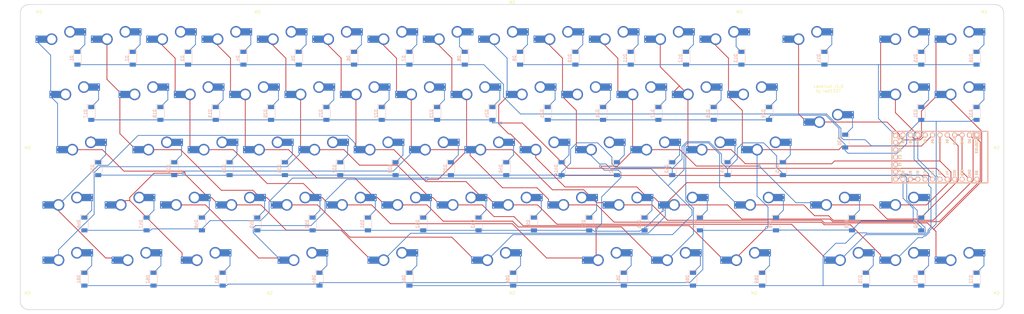
<source format=kicad_pcb>
(kicad_pcb (version 20211014) (generator pcbnew)
  (layers (0 "F.Cu" signal) (31 "B.Cu" signal) (34 "B.Paste" user) (35 "F.Paste" user) (36 "B.SilkS" user "B.Silkscreen") (37 "F.SilkS" user "F.Silkscreen") (38 "B.Mask" user) (39 "F.Mask" user) (44 "Edge.Cuts" user))
  (net 0 "")
  (net 1 "Net-(D1-Pad1)")
  (net 2 "col0")
  (net 3 "Net-(D2-Pad1)")
  (net 4 "Net-(D3-Pad1)")
  (net 5 "Net-(D4-Pad1)")
  (net 6 "Net-(D5-Pad1)")
  (net 7 "Net-(D6-Pad1)")
  (net 8 "Net-(D7-Pad1)")
  (net 9 "Net-(D8-Pad1)")
  (net 10 "Net-(D9-Pad1)")
  (net 11 "col1")
  (net 12 "Net-(D10-Pad1)")
  (net 13 "Net-(D11-Pad1)")
  (net 14 "Net-(D12-Pad1)")
  (net 15 "Net-(D13-Pad1)")
  (net 16 "Net-(D14-Pad1)")
  (net 17 "Net-(D15-Pad1)")
  (net 18 "Net-(D16-Pad1)")
  (net 19 "Net-(D17-Pad1)")
  (net 20 "col2")
  (net 21 "Net-(D18-Pad1)")
  (net 22 "Net-(D19-Pad1)")
  (net 23 "Net-(D20-Pad1)")
  (net 24 "Net-(D21-Pad1)")
  (net 25 "Net-(D22-Pad1)")
  (net 26 "Net-(D23-Pad1)")
  (net 27 "Net-(D24-Pad1)")
  (net 28 "Net-(D25-Pad1)")
  (net 29 "col3")
  (net 30 "Net-(D26-Pad1)")
  (net 31 "Net-(D27-Pad1)")
  (net 32 "Net-(D28-Pad1)")
  (net 33 "Net-(D29-Pad1)")
  (net 34 "Net-(D30-Pad1)")
  (net 35 "Net-(D31-Pad1)")
  (net 36 "Net-(D32-Pad1)")
  (net 37 "Net-(D33-Pad1)")
  (net 38 "col4")
  (net 39 "Net-(D34-Pad1)")
  (net 40 "Net-(D35-Pad1)")
  (net 41 "Net-(D36-Pad1)")
  (net 42 "Net-(D37-Pad1)")
  (net 43 "Net-(D38-Pad1)")
  (net 44 "Net-(D39-Pad1)")
  (net 45 "Net-(D40-Pad1)")
  (net 46 "Net-(D41-Pad1)")
  (net 47 "col5")
  (net 48 "Net-(D42-Pad1)")
  (net 49 "Net-(D43-Pad1)")
  (net 50 "Net-(D44-Pad1)")
  (net 51 "Net-(D45-Pad1)")
  (net 52 "Net-(D46-Pad1)")
  (net 53 "Net-(D47-Pad1)")
  (net 54 "Net-(D48-Pad1)")
  (net 55 "Net-(D49-Pad1)")
  (net 56 "col6")
  (net 57 "Net-(D50-Pad1)")
  (net 58 "Net-(D51-Pad1)")
  (net 59 "Net-(D52-Pad1)")
  (net 60 "Net-(D53-Pad1)")
  (net 61 "Net-(D54-Pad1)")
  (net 62 "Net-(D55-Pad1)")
  (net 63 "Net-(D56-Pad1)")
  (net 64 "Net-(D57-Pad1)")
  (net 65 "col7")
  (net 66 "Net-(D58-Pad1)")
  (net 67 "Net-(D59-Pad1)")
  (net 68 "Net-(D60-Pad1)")
  (net 69 "Net-(D61-Pad1)")
  (net 70 "Net-(D62-Pad1)")
  (net 71 "Net-(D63-Pad1)")
  (net 72 "Net-(D64-Pad1)")
  (net 73 "Net-(D65-Pad1)")
  (net 74 "col8")
  (net 75 "Net-(D66-Pad1)")
  (net 76 "Net-(D67-Pad1)")
  (net 77 "Net-(D68-Pad1)")
  (net 78 "Net-(D69-Pad1)")
  (net 79 "Net-(D70-Pad1)")
  (net 80 "Net-(D71-Pad1)")
  (net 81 "Net-(D72-Pad1)")
  (net 82 "row0")
  (net 83 "row1")
  (net 84 "row2")
  (net 85 "row3")
  (net 86 "row4")
  (net 87 "row5")
  (net 88 "row6")
  (net 89 "row7")
  (net 90 "GND")
  (footprint "MX_Only:MXOnly-1U-Hotswap-Antishear" (layer "F.Cu") (at 263.125 34.525)
    (fp_text reference "SW13")
    (fp_text value "SW_Push")
  )
  (footprint "MX_Only:MXOnly-1U-Hotswap-Antishear" (layer "F.Cu") (at 196.45 53.575)
    (fp_text reference "SW25")
    (fp_text value "SW_Push")
  )
  (footprint "MX_Only:MXOnly-1U-Hotswap-Antishear" (layer "F.Cu") (at 229.7875 91.675)
    (fp_text reference "SW56")
    (fp_text value "SW_Push")
  )
  (footprint "MX_Only:MXOnly-1U-Hotswap-Antishear" (layer "F.Cu") (at 277.4125 72.625)
    (fp_text reference "SW45")
    (fp_text value "SW_Push")
  )
  (footprint "MX_Only:MXOnly-1U-Hotswap-Antishear" (layer "F.Cu") (at 63.1 53.575)
    (fp_text reference "SW18")
    (fp_text value "SW_Push")
  )
  (footprint "MX_Only:MXOnly-1U-Hotswap-Antishear" (layer "F.Cu") (at 105.9625 72.625)
    (fp_text reference "SW36")
    (fp_text value "SW_Push")
  )
  (footprint "MX_Only:MXOnly-1U-Hotswap-Antishear" (layer "F.Cu") (at 67.8625 72.625)
    (fp_text reference "SW34")
    (fp_text value "SW_Push")
  )
  (footprint "MountingHole:MountingHole_2.2mm_M2" (layer "F.Cu") (at 22.43 72.64)
    (fp_text reference "M2")
    (fp_text value "MountingHole_2.2mm_M2")
  )
  (footprint "MX_Only:MXOnly-1U-Hotswap-Antishear" (layer "F.Cu") (at 344.0875 34.525)
    (fp_text reference "SW16")
    (fp_text value "SW_Push")
  )
  (footprint "MX_Only:MXOnly-1U-Hotswap-Antishear" (layer "F.Cu") (at 110.725 34.525)
    (fp_text reference "SW5")
    (fp_text value "SW_Push")
  )
  (footprint "MX_Only:MXOnly-1U-Hotswap-Antishear" (layer "F.Cu") (at 125.0125 72.625)
    (fp_text reference "SW37")
    (fp_text value "SW_Push")
  )
  (footprint "MountingHole:MountingHole_2.2mm_M2" (layer "F.Cu") (at 105.83 122.77)
    (fp_text reference "M2")
    (fp_text value "MountingHole_2.2mm_M2")
  )
  (footprint "MX_Only:MXOnly-1U-Hotswap-Antishear" (layer "F.Cu") (at 325.0375 110.725)
    (fp_text reference "SW71")
    (fp_text value "SW_Push")
  )
  (footprint "MX_Only:MXOnly-1U-Hotswap-Antishear" (layer "F.Cu") (at 301.225 91.675)
    (fp_text reference "SW59")
    (fp_text value "SW_Push")
  )
  (footprint "MX_Only:MXOnly-1U-Hotswap-Antishear" (layer "F.Cu") (at 163.1125 72.625)
    (fp_text reference "SW39")
    (fp_text value "SW_Push")
  )
  (footprint "MX_Only:MXOnly-1U-Hotswap-Antishear" (layer "F.Cu") (at 325.0375 53.575)
    (fp_text reference "SW31")
    (fp_text value "SW_Push")
  )
  (footprint "MX_Only:MXOnly-1U-Hotswap-Antishear" (layer "F.Cu") (at 91.675 34.525)
    (fp_text reference "SW4")
    (fp_text value "SW_Push")
  )
  (footprint "MX_Only:MXOnly-1U-Hotswap-Antishear" (layer "F.Cu") (at 41.6688 72.625)
    (fp_text reference "SW33")
    (fp_text value "SW_Push")
  )
  (footprint "Keebio-Parts:Elite-C" (layer "F.Cu") (at 335.28 72.644 180)
    (fp_text reference "U1" hide)
    (fp_text value "Elite-C" hide)
  )
  (footprint "MX_Only:MXOnly-1U-Hotswap-Antishear" (layer "F.Cu") (at 139.3 53.575)
    (fp_text reference "SW22")
    (fp_text value "SW_Push")
  )
  (footprint "MX_Only:MXOnly-1U-Hotswap-Antishear" (layer "F.Cu") (at 248.8375 91.675)
    (fp_text reference "SW57")
    (fp_text value "SW_Push")
  )
  (footprint "MountingHole:MountingHole_2.2mm_M2" (layer "F.Cu") (at 356.03 72.64)
    (fp_text reference "M2")
    (fp_text value "MountingHole_2.2mm_M2")
  )
  (footprint "MX_Only:MXOnly-1U-Hotswap-Antishear" (layer "F.Cu") (at 222.6438 110.725)
    (fp_text reference "SW67")
    (fp_text value "SW_Push")
  )
  (footprint "MountingHole:MountingHole_2.2mm_M2" (layer "F.Cu") (at 356.04 122.77)
    (fp_text reference "M2")
    (fp_text value "MountingHole_2.2mm_M2")
  )
  (footprint "MX_Only:MXOnly-1U-Hotswap-Antishear" (layer "F.Cu") (at 39.2875 53.575)
    (fp_text reference "SW17")
    (fp_text value "SW_Push")
  )
  (footprint "MX_Only:MXOnly-1U-Hotswap-Antishear" (layer "F.Cu") (at 144.0625 72.625)
    (fp_text reference "SW38")
    (fp_text value "SW_Push")
  )
  (footprint "MX_Only:MXOnly-1U-Hotswap-Antishear" (layer "F.Cu") (at 72.625 34.525)
    (fp_text reference "SW3")
    (fp_text value "SW_Push")
  )
  (footprint "MX_Only:MXOnly-1U-Hotswap-Antishear" (layer "F.Cu") (at 305.9875 110.725)
    (fp_text reference "SW70")
    (fp_text value "SW_Push")
  )
  (footprint "MX_Only:MXOnly-1U-Hotswap-Antishear" (layer "F.Cu") (at 148.825 110.725)
    (fp_text reference "SW65")
    (fp_text value "SW_Push")
  )
  (footprint "MX_Only:MXOnly-1U-Hotswap-Antishear" (layer "F.Cu") (at 177.4 53.575)
    (fp_text reference "SW24")
    (fp_text value "SW_Push")
  )
  (footprint "MX_Only:MXOnly-1U-Hotswap-Antishear" (layer "F.Cu") (at 58.3375 91.675)
    (fp_text reference "SW47")
    (fp_text value "SW_Push")
  )
  (footprint "MX_Only:MXOnly-1U-Hotswap-Antishear" (layer "F.Cu") (at 77.3875 91.675)
    (fp_text reference "SW48")
    (fp_text value "SW_Push")
  )
  (footprint "MX_Only:MXOnly-1U-Hotswap-Antishear" (layer "F.Cu") (at 153.5875 91.675)
    (fp_text reference "SW52")
    (fp_text value "SW_Push")
  )
  (footprint "MX_Only:MXOnly-1U-Hotswap-Antishear" (layer "F.Cu") (at 167.875 34.525)
    (fp_text reference "SW8")
    (fp_text value "SW_Push")
  )
  (footprint "MX_Only:MXOnly-1U-Hotswap-Antishear" (layer "F.Cu") (at 298.8438 63.1)
    (fp_text reference "SW30")
    (fp_text value "SW_Push")
  )
  (footprint "MX_Only:MXOnly-1U-Hotswap-Antishear" (layer "F.Cu") (at 272.65 53.575)
    (fp_text reference "SW29")
    (fp_text value "SW_Push")
  )
  (footprint "MountingHole:MountingHole_2.2mm_M2" (layer "F.Cu") (at 189.23 122.77)
    (fp_text reference "M2")
    (fp_text value "MountingHole_2.2mm_M2")
  )
  (footprint "MX_Only:MXOnly-1U-Hotswap-Antishear" (layer "F.Cu") (at 239.3125 72.625)
    (fp_text reference "SW43")
    (fp_text value "SW_Push")
  )
  (footprint "MX_Only:MXOnly-1U-Hotswap-Antishear" (layer "F.Cu") (at 117.8688 110.725)
    (fp_text reference "SW64")
    (fp_text value "SW_Push")
  )
  (footprint "MX_Only:MXOnly-1U-Hotswap-Antishear" (layer "F.Cu") (at 182.1625 72.625)
    (fp_text reference "SW40")
    (fp_text value "SW_Push")
  )
  (footprint "MX_Only:MXOnly-1U-Hotswap-Antishear" (layer "F.Cu") (at 220.2625 72.625)
    (fp_text reference "SW42")
    (fp_text value "SW_Push")
  )
  (footprint "MX_Only:MXOnly-1U-Hotswap-Antishear" (layer "F.Cu") (at 53.575 34.525)
    (fp_text reference "SW2")
    (fp_text value "SW_Push")
  )
  (footprint "MX_Only:MXOnly-1U-Hotswap-Antishear" (layer "F.Cu") (at 34.525 34.525)
    (fp_text reference "SW1")
    (fp_text value "SW_Push")
  )
  (footprint "MX_Only:MXOnly-1U-Hotswap-Antishear" (layer "F.Cu") (at 246.4563 110.725)
    (fp_text reference "SW68")
    (fp_text value "SW_Push")
  )
  (footprint "MX_Only:MXOnly-1U-Hotswap-Antishear" (layer "F.Cu") (at 96.4375 91.675)
    (fp_text reference "SW49")
    (fp_text value "SW_Push")
  )
  (footprint "MountingHole:MountingHole_2.2mm_M2" (layer "F.Cu") (at 22.43 122.77)
    (fp_text reference "M2")
    (fp_text value "MountingHole_2.2mm_M2")
  )
  (footprint "MX_Only:MXOnly-1U-Hotswap-Antishear" (layer "F.Cu") (at 191.6875 91.675)
    (fp_text reference "SW54")
    (fp_text value "SW_Push")
  )
  (footprint "MountingHole:MountingHole_2.2mm_M2" (layer "F.Cu") (at 22.43 22.52)
    (fp_text reference "M2")
    (fp_text value "MountingHole_2.2mm_M2")
  )
  (footprint "MX_Only:MXOnly-1U-Hotswap-Antishear" (layer "F.Cu") (at 215.5 53.575)
    (fp_text reference "SW26")
    (fp_text value "SW_Push")
  )
  (footprint "MountingHole:MountingHole_2.2mm_M2" (layer "F.Cu") (at 105.83 22.52)
    (fp_text reference "M2")
    (fp_text value "MountingHole_2.2mm_M2")
  )
  (footprint "MX_Only:MXOnly-1U-Hotswap-Antishear" (layer "F.Cu") (at 210.7375 91.675)
    (fp_text reference "SW55")
    (fp_text value "SW_Push")
  )
  (footprint "MountingHole:MountingHole_2.2mm_M2" (layer "F.Cu") (at 189.24 22.52)
    (fp_text reference "M2")
    (fp_text value "MountingHole_2.2mm_M2")
  )
  (footprint "MX_Only:MXOnly-1U-Hotswap-Antishear" (layer "F.Cu") (at 205.975 34.525)
    (fp_text reference "SW10")
    (fp_text value "SW_Push")
  )
  (footprint "MX_Only:MXOnly-1U-Hotswap-Antishear" (layer "F.Cu") (at 148.825 34.525)
    (fp_text reference "SW7")
    (fp_text value "SW_Push")
  )
  (footprint "MX_Only:MXOnly-1U-Hotswap-Antishear" (layer "F.Cu") (at 186.925 34.525)
    (fp_text reference "SW9")
    (fp_text value "SW_Push")
  )
  (footprint "MX_Only:MXOnly-1U-Hotswap-Antishear" (layer "F.Cu") (at 129.775 34.525)
    (fp_text reference "SW6")
    (fp_text value "SW_Push")
  )
  (footprint "MX_Only:MXOnly-1U-Hotswap-Antishear" (layer "F.Cu") (at 325.0375 34.525)
    (fp_text reference "SW15")
    (fp_text value "SW_Push")
  )
  (footprint "MX_Only:MXOnly-1U-Hotswap-Antishear" (layer "F.Cu") (at 225.025 34.525)
    (fp_text reference "SW11")
    (fp_text value "SW_Push")
  )
  (footprint "MX_Only:MXOnly-1U-Hotswap-Antishear" (layer "F.Cu") (at 201.2125 72.625)
    (fp_text reference "SW41")
    (fp_text value "SW_Push")
  )
  (footprint "MX_Only:MXOnly-1U-Hotswap-Antishear" (layer "F.Cu") (at 244.075 34.525)
    (fp_text reference "SW12")
    (fp_text value "SW_Push")
  )
  (footprint "MX_Only:MXOnly-1U-Hotswap-Antishear" (layer "F.Cu") (at 172.6375 91.675)
    (fp_text reference "SW53")
    (fp_text value "SW_Push")
  )
  (footprint "MX_Only:MXOnly-1U-Hotswap-Antishear" (layer "F.Cu") (at 60.7188 110.725)
    (fp_text reference "SW62")
    (fp_text value "SW_Push")
  )
  (footprint "MX_Only:MXOnly-1U-Hotswap-Antishear" (layer "F.Cu") (at 101.2 53.575)
    (fp_text reference "SW20")
    (fp_text value "SW_Push")
  )
  (footprint "MX_Only:MXOnly-1U-Hotswap-Antishear" (layer "F.Cu") (at 234.55 53.575)
    (fp_text reference "SW27")
    (fp_text value "SW_Push")
  )
  (footprint "MX_Only:MXOnly-1U-Hotswap-Antishear" (layer "F.Cu") (at 36.9063 110.725)
    (fp_text reference "SW61")
    (fp_text value "SW_Push")
  )
  (footprint "MountingHole:MountingHole_2.2mm_M2" (layer "F.Cu") (at 272.63 122.77)
    (fp_text reference "M2")
    (fp_text value "MountingHole_2.2mm_M2")
  )
  (footprint "MountingHole:MountingHole_2.2mm_M2" (layer "F.Cu") (at 272.64 22.52)
    (fp_text reference "M2")
    (fp_text value "MountingHole_2.2mm_M2")
  )
  (footprint "MX_Only:MXOnly-1U-Hotswap-Antishear" (layer "F.Cu") (at 158.35 53.575)
    (fp_text reference "SW23")
    (fp_text value "SW_Push")
  )
  (footprint "MX_Only:MXOnly-1U-Hotswap-Antishear" (layer "F.Cu") (at 82.15 53.575)
    (fp_text reference "SW19")
    (fp_text value "SW_Push")
  )
  (footprint "MX_Only:MXOnly-1U-Hotswap-Antishear" (layer "F.Cu") (at 344.0875 110.725)
    (fp_text reference "SW72")
    (fp_text value "SW_Push")
  )
  (footprint "MX_Only:MXOnly-1U-Hotswap-Antishear" (layer "F.Cu") (at 184.5438 110.725)
    (fp_text reference "SW66")
    (fp_text value "SW_Push")
  )
  (footprint "MX_Only:MXOnly-1U-Hotswap-Antishear" (layer "F.Cu") (at 344.0875 53.575)
    (fp_text reference "SW32")
    (fp_text value "SW_Push")
  )
  (footprint "MX_Only:MXOnly-1U-Hotswap-Antishear" (layer "F.Cu") (at 258.3625 72.625)
    (fp_text reference "SW44")
    (fp_text value "SW_Push")
  )
  (footprint "MountingHole:MountingHole_2.2mm_M2" (layer "F.Cu") (at 356.04 22.52)
    (fp_text reference "M2")
    (fp_text value "MountingHole_2.2mm_M2")
  )
  (footprint "MX_Only:MXOnly-1U-Hotswap-Antishear" (layer "F.Cu") (at 120.25 53.575)
    (fp_text reference "SW21")
    (fp_text value "SW_Push")
  )
  (footprint "MX_Only:MXOnly-1U-Hotswap-Antishear" (layer "F.Cu") (at 291.7 34.525)
    (fp_text reference "SW14")
    (fp_text value "SW_Push")
  )
  (footprint "MX_Only:MXOnly-1U-Hotswap-Antishear" (layer "F.Cu") (at 134.5375 91.675)
    (fp_text reference "SW51")
    (fp_text value "SW_Push")
  )
  (footprint "MX_Only:MXOnly-1U-Hotswap-Antishear" (layer "F.Cu") (at 115.4875 91.675)
    (fp_text reference "SW50")
    (fp_text value "SW_Push")
  )
  (footprint "MX_Only:MXOnly-1U-Hotswap-Antishear" (layer "F.Cu") (at 84.5313 110.725)
    (fp_text reference "SW63")
    (fp_text value "SW_Push")
  )
  (footprint "MX_Only:MXOnly-1U-Hotswap-Antishear" (layer "F.Cu") (at 275.0313 91.675)
    (fp_text reference "SW58")
    (fp_text value "SW_Push")
  )
  (footprint "MX_Only:MXOnly-1U-Hotswap-Antishear" (layer "F.Cu") (at 36.9063 91.675)
    (fp_text reference "SW46")
    (fp_text value "SW_Push")
  )
  (footprint "MX_Only:MXOnly-1U-Hotswap-Antishear" (layer "F.Cu") (at 253.6 53.575)
    (fp_text reference "SW28")
    (fp_text value "SW_Push")
  )
  (footprint "MX_Only:MXOnly-1U-Hotswap-Antishear" (layer "F.Cu") (at 270.2688 110.725)
    (fp_text reference "SW69")
    (fp_text value "SW_Push")
  )
  (footprint "MX_Only:MXOnly-1U-Hotswap-Antishear" (layer "F.Cu") (at 86.9125 72.625)
    (fp_text reference "SW35")
    (fp_text value "SW_Push")
  )
  (footprint "MX_Only:MXOnly-1U-Hotswap-Antishear" (layer "F.Cu") (at 325.0375 91.675)
    (fp_text reference "SW60")
    (fp_text value "SW_Push")
  )
  (footprint "Diode_SMD:D_SOD-128" (layer "B.Cu") (at 311.0675 114.755 -90)
    (fp_text reference "D70")
    (fp_text value "D")
  )
  (footprint "Diode_SMD:D_SOD-128" (layer "B.Cu") (at 268.205 38.555 -90)
    (fp_text reference "D13")
    (fp_text value "D")
  )
  (footprint "Diode_SMD:D_SOD-128" (layer "B.Cu") (at 349.1675 114.755 -90)
    (fp_text reference "D72")
    (fp_text value "D")
  )
  (footprint "Diode_SMD:D_SOD-128" (layer "B.Cu") (at 149.1425 76.655 -90)
    (fp_text reference "D38")
    (fp_text value "D")
  )
  (footprint "Diode_SMD:D_SOD-128" (layer "B.Cu") (at 82.4675 95.705 -90)
    (fp_text reference "D48")
    (fp_text value "D")
  )
  (footprint "Diode_SMD:D_SOD-128" (layer "B.Cu") (at 58.655 38.555 -90)
    (fp_text reference "D2")
    (fp_text value "D")
  )
  (footprint "Diode_SMD:D_SOD-128" (layer "B.Cu") (at 230.105 38.555 -90)
    (fp_text reference "D11")
    (fp_text value "D")
  )
  (footprint "Diode_SMD:D_SOD-128" (layer "B.Cu") (at 296.78 38.555 -90)
    (fp_text reference "D14")
    (fp_text value "D")
  )
  (footprint "Diode_SMD:D_SOD-128" (layer "B.Cu") (at 330.1175 38.555 -90)
    (fp_text reference "D15")
    (fp_text value "D")
  )
  (footprint "Diode_SMD:D_SOD-128" (layer "B.Cu") (at 196.7675 95.705 -90)
    (fp_text reference "D54")
    (fp_text value "D")
  )
  (footprint "Diode_SMD:D_SOD-128" (layer "B.Cu") (at 182.48 57.605 -90)
    (fp_text reference "D24")
    (fp_text value "D")
  )
  (footprint "Diode_SMD:D_SOD-128" (layer "B.Cu") (at 258.68 57.605 -90)
    (fp_text reference "D28")
    (fp_text value "D")
  )
  (footprint "Diode_SMD:D_SOD-128" (layer "B.Cu") (at 306.305 95.705 -90)
    (fp_text reference "D59")
    (fp_text value "D")
  )
  (footprint "Diode_SMD:D_SOD-128" (layer "B.Cu") (at 115.805 38.555 -90)
    (fp_text reference "D5")
    (fp_text value "D")
  )
  (footprint "Diode_SMD:D_SOD-128" (layer "B.Cu") (at 220.58 57.605 -90)
    (fp_text reference "D26")
    (fp_text value "D")
  )
  (footprint "Diode_SMD:D_SOD-128" (layer "B.Cu") (at 96.755 38.555 -90)
    (fp_text reference "D4")
    (fp_text value "D")
  )
  (footprint "Diode_SMD:D_SOD-128" (layer "B.Cu") (at 330.1175 114.755 -90)
    (fp_text reference "D71")
    (fp_text value "D")
  )
  (footprint "Diode_SMD:D_SOD-128" (layer "B.Cu") (at 201.53 57.605 -90)
    (fp_text reference "D25")
    (fp_text value "D")
  )
  (footprint "Diode_SMD:D_SOD-128" (layer "B.Cu") (at 249.155 38.555 -90)
    (fp_text reference "D12")
    (fp_text value "D")
  )
  (footprint "Diode_SMD:D_SOD-128" (layer "B.Cu") (at 153.905 114.755 -90)
    (fp_text reference "D65")
    (fp_text value "D")
  )
  (footprint "Diode_SMD:D_SOD-128" (layer "B.Cu") (at 277.73 57.605 -90)
    (fp_text reference "D29")
    (fp_text value "D")
  )
  (footprint "Diode_SMD:D_SOD-128" (layer "B.Cu") (at 134.855 38.555 -90)
    (fp_text reference "D6")
    (fp_text value "D")
  )
  (footprint "Diode_SMD:D_SOD-128" (layer "B.Cu") (at 303.9238 67.13 -90)
    (fp_text reference "D30")
    (fp_text value "D")
  )
  (footprint "Diode_SMD:D_SOD-128" (layer "B.Cu") (at 253.9175 95.705 -90)
    (fp_text reference "D57")
    (fp_text value "D")
  )
  (footprint "Diode_SMD:D_SOD-128" (layer "B.Cu") (at 130.0925 76.655 -90)
    (fp_text reference "D37")
    (fp_text value "D")
  )
  (footprint "Diode_SMD:D_SOD-128" (layer "B.Cu") (at 72.9425 76.655 -90)
    (fp_text reference "D34")
    (fp_text value "D")
  )
  (footprint "Diode_SMD:D_SOD-128" (layer "B.Cu") (at 77.705 38.555 -90)
    (fp_text reference "D3")
    (fp_text value "D")
  )
  (footprint "Diode_SMD:D_SOD-128" (layer "B.Cu") (at 144.38 57.605 -90)
    (fp_text reference "D22")
    (fp_text value "D")
  )
  (footprint "Diode_SMD:D_SOD-128" (layer "B.Cu") (at 89.6113 114.755 -90)
    (fp_text reference "D63")
    (fp_text value "D")
  )
  (footprint "Diode_SMD:D_SOD-128" (layer "B.Cu") (at 101.5175 95.705 -90)
    (fp_text reference "D49")
    (fp_text value "D")
  )
  (footprint "Diode_SMD:D_SOD-128" (layer "B.Cu") (at 65.7988 114.755 -90)
    (fp_text reference "D62")
    (fp_text value "D")
  )
  (footprint "Diode_SMD:D_SOD-128" (layer "B.Cu") (at 187.2425 76.655 -90)
    (fp_text reference "D40")
    (fp_text value "D")
  )
  (footprint "Diode_SMD:D_SOD-128" (layer "B.Cu") (at 39.605 38.555 -90)
    (fp_text reference "D1")
    (fp_text value "D")
  )
  (footprint "Diode_SMD:D_SOD-128" (layer "B.Cu") (at 44.3675 57.605 -90)
    (fp_text reference "D17")
    (fp_text value "D")
  )
  (footprint "Diode_SMD:D_SOD-128" (layer "B.Cu") (at 68.18 57.605 -90)
    (fp_text reference "D18")
    (fp_text value "D")
  )
  (footprint "Diode_SMD:D_SOD-128" (layer "B.Cu") (at 206.2925 76.655 -90)
    (fp_text reference "D41")
    (fp_text value "D")
  )
  (footprint "Diode_SMD:D_SOD-128" (layer "B.Cu") (at 106.28 57.605 -90)
    (fp_text reference "D20")
    (fp_text value "D")
  )
  (footprint "Diode_SMD:D_SOD-128" (layer "B.Cu") (at 282.4925 76.655 -90)
    (fp_text reference "D45")
    (fp_text value "D")
  )
  (footprint "Diode_SMD:D_SOD-128" (layer "B.Cu") (at 163.43 57.605 -90)
    (fp_text reference "D23")
    (fp_text value "D")
  )
  (footprint "Diode_SMD:D_SOD-128" (layer "B.Cu") (at 251.5363 114.755 -90)
    (fp_text reference "D68")
    (fp_text value "D")
  )
  (footprint "Diode_SMD:D_SOD-128" (layer "B.Cu") (at 172.955 38.555 -90)
    (fp_text reference "D8")
    (fp_text value "D")
  )
  (footprint "Diode_SMD:D_SOD-128" (layer "B.Cu") (at 63.4175 95.705 -90)
    (fp_text reference "D47")
    (fp_text value "D")
  )
  (footprint "Diode_SMD:D_SOD-128" (layer "B.Cu") (at 211.055 38.555 -90)
    (fp_text reference "D10")
    (fp_text value "D")
  )
  (footprint "Diode_SMD:D_SOD-128" (layer "B.Cu") (at 239.63 57.605 -90)
    (fp_text reference "D27")
    (fp_text value "D")
  )
  (footprint "Diode_SMD:D_SOD-128" (layer "B.Cu") (at 330.1175 57.605 -90)
    (fp_text reference "D31")
    (fp_text value "D")
  )
  (footprint "Diode_SMD:D_SOD-128" (layer "B.Cu") (at 227.7238 114.755 -90)
    (fp_text reference "D67")
    (fp_text value "D")
  )
  (footprint "Diode_SMD:D_SOD-128" (layer "B.Cu") (at 41.9863 95.705 -90)
    (fp_text reference "D46")
    (fp_text value "D")
  )
  (footprint "Diode_SMD:D_SOD-128" (layer "B.Cu") (at 192.005 38.555 -90)
    (fp_text reference "D9")
    (fp_text value "D")
  )
  (footprint "Diode_SMD:D_SOD-128" (layer "B.Cu") (at 153.905 38.555 -90)
    (fp_text reference "D7")
    (fp_text value "D")
  )
  (footprint "Diode_SMD:D_SOD-128" (layer "B.Cu") (at 189.6238 114.755 -90)
    (fp_text reference "D66")
    (fp_text value "D")
  )
  (footprint "Diode_SMD:D_SOD-128" (layer "B.Cu") (at 41.9863 114.755 -90)
    (fp_text reference "D61")
    (fp_text value "D")
  )
  (footprint "Diode_SMD:D_SOD-128" (layer "B.Cu") (at 330.1175 95.705 -90)
    (fp_text reference "D60")
    (fp_text value "D")
  )
  (footprint "Diode_SMD:D_SOD-128" (layer "B.Cu") (at 168.1925 76.655 -90)
    (fp_text reference "D39")
    (fp_text value "D")
  )
  (footprint "Diode_SMD:D_SOD-128" (layer "B.Cu") (at 139.6175 95.705 -90)
    (fp_text reference "D51")
    (fp_text value "D")
  )
  (footprint "Diode_SMD:D_SOD-128" (layer "B.Cu") (at 177.7175 95.705 -90)
    (fp_text reference "D53")
    (fp_text value "D")
  )
  (footprint "Diode_SMD:D_SOD-128" (layer "B.Cu") (at 349.1675 38.555 -90)
    (fp_text reference "D16")
    (fp_text value "D")
  )
  (footprint "Diode_SMD:D_SOD-128" (layer "B.Cu") (at 215.8175 95.705 -90)
    (fp_text reference "D55")
    (fp_text value "D")
  )
  (footprint "Diode_SMD:D_SOD-128" (layer "B.Cu") (at 280.1113 95.705 -90)
    (fp_text reference "D58")
    (fp_text value "D")
  )
  (footprint "Diode_SMD:D_SOD-128" (layer "B.Cu") (at 158.6675 95.705 -90)
    (fp_text reference "D52")
    (fp_text value "D")
  )
  (footprint "Diode_SMD:D_SOD-128" (layer "B.Cu") (at 87.23 57.605 -90)
    (fp_text reference "D19")
    (fp_text value "D")
  )
  (footprint "Diode_SMD:D_SOD-128" (layer "B.Cu") (at 122.9488 114.755 -90)
    (fp_text reference "D64")
    (fp_text value "D")
  )
  (footprint "Diode_SMD:D_SOD-128" (layer "B.Cu") (at 225.3425 76.655 -90)
    (fp_text reference "D42")
    (fp_text value "D")
  )
  (footprint "Diode_SMD:D_SOD-128" (layer "B.Cu") (at 125.33 57.605 -90)
    (fp_text reference "D21")
    (fp_text value "D")
  )
  (footprint "Diode_SMD:D_SOD-128" (layer "B.Cu") (at 349.1675 57.605 -90)
    (fp_text reference "D32")
    (fp_text value "D")
  )
  (footprint "Diode_SMD:D_SOD-128" (layer "B.Cu") (at 111.0425 76.655 -90)
    (fp_text reference "D36")
    (fp_text value "D")
  )
  (footprint "Diode_SMD:D_SOD-128" (layer "B.Cu") (at 234.8675 95.705 -90)
    (fp_text reference "D56")
    (fp_text value "D")
  )
  (footprint "Diode_SMD:D_SOD-128" (layer "B.Cu") (at 46.7488 76.655 -90)
    (fp_text reference "D33")
    (fp_text value "D")
  )
  (footprint "Diode_SMD:D_SOD-128" (layer "B.Cu") (at 263.4425 76.655 -90)
    (fp_text reference "D44")
    (fp_text value "D")
  )
  (footprint "Diode_SMD:D_SOD-128" (layer "B.Cu") (at 91.9925 76.655 -90)
    (fp_text reference "D35")
    (fp_text value "D")
  )
  (footprint "Diode_SMD:D_SOD-128" (layer "B.Cu") (at 275.3488 114.755 -90)
    (fp_text reference "D69")
    (fp_text value "D")
  )
  (footprint "Diode_SMD:D_SOD-128" (layer "B.Cu") (at 120.5675 95.705 -90)
    (fp_text reference "D50")
    (fp_text value "D")
  )
  (footprint "Diode_SMD:D_SOD-128" (layer "B.Cu") (at 244.3925 76.655 -90)
    (fp_text reference "D43")
    (fp_text value "D")
  )
  (gr_line (start 21.562615 20.34601) (end 21.774845 20.24801) (layer "Edge.Cuts") (width 0.2))
  (gr_line (start 357.485235 124.55205) (end 357.299235 124.6981) (layer "Edge.Cuts") (width 0.2))
  (gr_line (start 358.454235 22.31801) (end 358.500235 22.55001) (layer "Edge.Cuts") (width 0.2))
  (gr_line (start 356.685235 125.04125) (end 356.464235 125.12394) (layer "Edge.Cuts") (width 0.2))
  (gr_line (start 358.095235 123.8382) (end 357.963235 124.03389) (layer "Edge.Cuts") (width 0.2))
  (gr_line (start 358.210235 21.65801) (end 358.309235 21.87001) (layer "Edge.Cuts") (width 0.2))
  (gr_line (start 21.996715 20.16601) (end 22.222705 20.10201) (layer "Edge.Cuts") (width 0.2))
  (gr_line (start 20.070195 123.19742) (end 20.006835 122.97005) (layer "Edge.Cuts") (width 0.2))
  (gr_line (start 357.963235 124.03389) (end 357.817235 124.21857) (layer "Edge.Cuts") (width 0.2))
  (gr_line (start 358.095235 21.45101) (end 358.210235 21.65801) (layer "Edge.Cuts") (width 0.2))
  (gr_line (start 20.975595 20.73801) (end 21.160245 20.59101) (layer "Edge.Cuts") (width 0.2))
  (gr_line (start 19.924145 23.02001) (end 19.933775 22.78401) (layer "Edge.Cuts") (width 0.2))
  (gr_line (start 355.537235 125.26999) (end 22.924125 125.26999) (layer "Edge.Cuts") (width 0.2))
  (gr_line (start 20.152885 21.87001) (end 20.250745 21.65801) (layer "Edge.Cuts") (width 0.2))
  (gr_line (start 22.454225 20.05501) (end 22.688475 20.02901) (layer "Edge.Cuts") (width 0.2))
  (gr_line (start 356.685235 20.24801) (end 356.898235 20.34601) (layer "Edge.Cuts") (width 0.2))
  (gr_line (start 356.237235 20.10201) (end 356.464235 20.16601) (layer "Edge.Cuts") (width 0.2))
  (gr_line (start 358.529235 122.50566) (end 358.500235 122.73994) (layer "Edge.Cuts") (width 0.2))
  (gr_line (start 20.006835 122.97005) (end 19.959945 122.73994) (layer "Edge.Cuts") (width 0.2))
  (gr_line (start 20.006835 22.31801) (end 20.070195 22.09201) (layer "Edge.Cuts") (width 0.2))
  (gr_line (start 357.658235 20.89701) (end 357.817235 21.07101) (layer "Edge.Cuts") (width 0.2))
  (gr_line (start 358.309235 123.41928) (end 358.210235 123.63151) (layer "Edge.Cuts") (width 0.2))
  (gr_line (start 19.933775 22.78401) (end 19.959945 22.55001) (layer "Edge.Cuts") (width 0.2))
  (gr_line (start 358.389235 22.09201) (end 358.454235 22.31801) (layer "Edge.Cuts") (width 0.2))
  (gr_line (start 20.975595 124.55205) (end 20.801955 124.39221) (layer "Edge.Cuts") (width 0.2))
  (gr_line (start 356.464235 20.16601) (end 356.685235 20.24801) (layer "Edge.Cuts") (width 0.2))
  (gr_line (start 21.774845 125.04125) (end 21.562615 124.94342) (layer "Edge.Cuts") (width 0.2))
  (gr_line (start 357.658235 124.39221) (end 357.485235 124.55205) (layer "Edge.Cuts") (width 0.2))
  (gr_line (start 20.152885 123.41928) (end 20.070195 123.19742) (layer "Edge.Cuts") (width 0.2))
  (gr_line (start 358.309235 21.87001) (end 358.389235 22.09201) (layer "Edge.Cuts") (width 0.2))
  (gr_line (start 21.355925 124.82764) (end 21.160245 124.6981) (layer "Edge.Cuts") (width 0.2))
  (gr_line (start 355.537235 20.02001) (end 355.773235 20.02901) (layer "Edge.Cuts") (width 0.2))
  (gr_line (start 358.500235 122.73994) (end 358.454235 122.97005) (layer "Edge.Cuts") (width 0.2))
  (gr_line (start 356.464235 125.12394) (end 356.237235 125.18733) (layer "Edge.Cuts") (width 0.2))
  (gr_line (start 20.250745 21.65801) (end 20.366495 21.45101) (layer "Edge.Cuts") (width 0.2))
  (gr_line (start 20.801955 20.89701) (end 20.975595 20.73801) (layer "Edge.Cuts") (width 0.2))
  (gr_line (start 357.963235 21.25601) (end 358.095235 21.45101) (layer "Edge.Cuts") (width 0.2))
  (gr_line (start 358.210235 123.63151) (end 358.095235 123.8382) (layer "Edge.Cuts") (width 0.2))
  (gr_line (start 20.070195 22.09201) (end 20.152885 21.87001) (layer "Edge.Cuts") (width 0.2))
  (gr_line (start 358.500235 22.55001) (end 358.529235 22.78401) (layer "Edge.Cuts") (width 0.2))
  (gr_line (start 20.642085 21.07101) (end 20.801955 20.89701) (layer "Edge.Cuts") (width 0.2))
  (gr_line (start 355.773235 125.26036) (end 355.537235 125.26999) (layer "Edge.Cuts") (width 0.2))
  (gr_line (start 357.104235 124.82764) (end 356.898235 124.94342) (layer "Edge.Cuts") (width 0.2))
  (gr_line (start 21.562615 124.94342) (end 21.355925 124.82764) (layer "Edge.Cuts") (width 0.2))
  (gr_line (start 21.355925 20.46201) (end 21.562615 20.34601) (layer "Edge.Cuts") (width 0.2))
  (gr_line (start 356.005235 125.23418) (end 355.773235 125.26036) (layer "Edge.Cuts") (width 0.2))
  (gr_line (start 357.104235 20.46201) (end 357.299235 20.59101) (layer "Edge.Cuts") (width 0.2))
  (gr_line (start 357.817235 21.07101) (end 357.963235 21.25601) (layer "Edge.Cuts") (width 0.2))
  (gr_line (start 356.898235 20.34601) (end 357.104235 20.46201) (layer "Edge.Cuts") (width 0.2))
  (gr_line (start 22.924125 125.26999) (end 22.688475 125.26036) (layer "Edge.Cuts") (width 0.2))
  (gr_line (start 19.959945 122.73994) (end 19.933775 122.50566) (layer "Edge.Cuts") (width 0.2))
  (gr_line (start 19.959945 22.55001) (end 20.006835 22.31801) (layer "Edge.Cuts") (width 0.2))
  (gr_line (start 358.454235 122.97005) (end 358.389235 123.19742) (layer "Edge.Cuts") (width 0.2))
  (gr_line (start 20.366495 123.8382) (end 20.250745 123.63151) (layer "Edge.Cuts") (width 0.2))
  (gr_line (start 357.817235 124.21857) (end 357.658235 124.39221) (layer "Edge.Cuts") (width 0.2))
  (gr_line (start 356.898235 124.94342) (end 356.685235 125.04125) (layer "Edge.Cuts") (width 0.2))
  (gr_line (start 20.496035 124.03389) (end 20.366495 123.8382) (layer "Edge.Cuts") (width 0.2))
  (gr_line (start 357.485235 20.73801) (end 357.658235 20.89701) (layer "Edge.Cuts") (width 0.2))
  (gr_line (start 21.160245 20.59101) (end 21.355925 20.46201) (layer "Edge.Cuts") (width 0.2))
  (gr_line (start 357.299235 124.6981) (end 357.104235 124.82764) (layer "Edge.Cuts") (width 0.2))
  (gr_line (start 20.250745 123.63151) (end 20.152885 123.41928) (layer "Edge.Cuts") (width 0.2))
  (gr_line (start 21.774845 20.24801) (end 21.996715 20.16601) (layer "Edge.Cuts") (width 0.2))
  (gr_line (start 21.996715 125.12394) (end 21.774845 125.04125) (layer "Edge.Cuts") (width 0.2))
  (gr_line (start 358.529235 22.78401) (end 358.537235 23.02001) (layer "Edge.Cuts") (width 0.2))
  (gr_line (start 358.537235 23.02001) (end 358.537235 122.27) (layer "Edge.Cuts") (width 0.2))
  (gr_line (start 20.496035 21.25601) (end 20.642085 21.07101) (layer "Edge.Cuts") (width 0.2))
  (gr_line (start 22.222705 20.10201) (end 22.454225 20.05501) (layer "Edge.Cuts") (width 0.2))
  (gr_line (start 358.537235 122.27) (end 358.529235 122.50566) (layer "Edge.Cuts") (width 0.2))
  (gr_line (start 358.389235 123.19742) (end 358.309235 123.41928) (layer "Edge.Cuts") (width 0.2))
  (gr_line (start 357.299235 20.59101) (end 357.485235 20.73801) (layer "Edge.Cuts") (width 0.2))
  (gr_line (start 22.222705 125.18733) (end 21.996715 125.12394) (layer "Edge.Cuts") (width 0.2))
  (gr_line (start 22.924125 20.01801) (end 355.537235 20.02001) (layer "Edge.Cuts") (width 0.2))
  (gr_line (start 21.160245 124.6981) (end 20.975595 124.55205) (layer "Edge.Cuts") (width 0.2))
  (gr_line (start 356.237235 125.18733) (end 356.005235 125.23418) (layer "Edge.Cuts") (width 0.2))
  (gr_line (start 355.773235 20.02901) (end 356.005235 20.05501) (layer "Edge.Cuts") (width 0.2))
  (gr_line (start 22.688475 125.26036) (end 22.454225 125.23418) (layer "Edge.Cuts") (width 0.2))
  (gr_line (start 20.366495 21.45101) (end 20.496035 21.25601) (layer "Edge.Cuts") (width 0.2))
  (gr_line (start 22.688475 20.02901) (end 22.924125 20.01801) (layer "Edge.Cuts") (width 0.2))
  (gr_line (start 356.005235 20.05501) (end 356.237235 20.10201) (layer "Edge.Cuts") (width 0.2))
  (gr_line (start 19.933775 122.50566) (end 19.922765 122.27) (layer "Edge.Cuts") (width 0.2))
  (gr_line (start 22.454225 125.23418) (end 22.222705 125.18733) (layer "Edge.Cuts") (width 0.2))
  (gr_line (start 19.922765 122.27) (end 19.924145 23.02001) (layer "Edge.Cuts") (width 0.2))
  (gr_line (start 20.642085 124.21857) (end 20.496035 124.03389) (layer "Edge.Cuts") (width 0.2))
  (gr_line (start 20.801955 124.39221) (end 20.642085 124.21857) (layer "Edge.Cuts") (width 0.2))
  (gr_text "Lasercut v1.0\nby lad1337" (at 298.196 49.022) (layer "F.SilkS") (effects (font (size 1 1))))
  (segment (start 39.605 36.355) (end 42.145 33.815) (width 0.25) (layer "B.Cu") (net 1))
  (segment (start 40.367 29.445) (end 42.145 29.445) (width 0.25) (layer "B.Cu") (net 1))
  (segment (start 42.145 33.815) (end 42.145 30.207) (width 0.25) (layer "B.Cu") (net 1))
  (segment (start 37.065 29.445) (end 40.367 29.445) (width 0.25) (layer "B.Cu") (net 1))
  (segment (start 42.145 29.445) (end 42.145 28.683) (width 0.25) (layer "B.Cu") (net 1))
  (segment (start 42.145 30.207) (end 42.145 29.445) (width 0.25) (layer "B.Cu") (net 1))
  (segment (start 186.3035 47.5458) (end 186.3035 51.9437) (width 0.25) (layer "B.Cu") (net 2))
  (segment (start 303.3507 66.6259) (end 310.8023 66.6259) (width 0.25) (layer "B.Cu") (net 2))
  (segment (start 302.4549 62.7321) (end 302.4549 65.7301) (width 0.25) (layer "B.Cu") (net 2))
  (segment (start 310.8023 66.6259) (end 312.9433 68.7669) (width 0.25) (layer "B.Cu") (net 2))
  (segment (start 95.3721 40.7626) (end 95.3797 40.755) (width 0.25) (layer "B.Cu") (net 2))
  (segment (start 192.1356 57.7758) (end 297.4986 57.7758) (width 0.25) (layer "B.Cu") (net 2))
  (segment (start 79.0879 40.7626) (end 95.3721 40.7626) (width 0.25) (layer "B.Cu") (net 2))
  (segment (start 186.3035 51.9437) (end 192.1356 57.7758) (width 0.25) (layer "B.Cu") (net 2))
  (segment (start 77.705 40.755) (end 79.0803 40.755) (width 0.25) (layer "B.Cu") (net 2))
  (segment (start 136.2303 40.755) (end 152.5297 40.755) (width 0.25) (layer "B.Cu") (net 2))
  (segment (start 153.905 40.755) (end 172.955 40.755) (width 0.25) (layer "B.Cu") (net 2))
  (segment (start 297.4986 57.7758) (end 302.4549 62.7321) (width 0.25) (layer "B.Cu") (net 2))
  (segment (start 172.955 40.755) (end 179.5127 40.755) (width 0.25) (layer "B.Cu") (net 2))
  (segment (start 79.0803 40.755) (end 79.0879 40.7626) (width 0.25) (layer "B.Cu") (net 2))
  (segment (start 77.705 40.755) (end 58.655 40.755) (width 0.25) (layer "B.Cu") (net 2))
  (segment (start 96.755 40.755) (end 115.805 40.755) (width 0.25) (layer "B.Cu") (net 2))
  (segment (start 96.755 40.755) (end 95.3797 40.755) (width 0.25) (layer "B.Cu") (net 2))
  (segment (start 323.85 66.8005) (end 323.85 65.024) (width 0.25) (layer "B.Cu") (net 2))
  (segment (start 135.5427 40.755) (end 136.2303 40.755) (width 0.25) (layer "B.Cu") (net 2))
  (segment (start 179.5127 40.755) (end 186.3035 47.5458) (width 0.25) (layer "B.Cu") (net 2))
  (segment (start 134.855 40.755) (end 117.1803 40.755) (width 0.25) (layer "B.Cu") (net 2))
  (segment (start 153.2174 40.755) (end 152.5297 40.755) (width 0.25) (layer "B.Cu") (net 2))
  (segment (start 153.2174 40.755) (end 153.905 40.755) (width 0.25) (layer "B.Cu") (net 2))
  (segment (start 302.4549 65.7301) (end 303.3507 66.6259) (width 0.25) (layer "B.Cu") (net 2))
  (segment (start 115.805 40.755) (end 117.1803 40.755) (width 0.25) (layer "B.Cu") (net 2))
  (segment (start 135.5427 40.755) (end 134.855 40.755) (width 0.25) (layer "B.Cu") (net 2))
  (segment (start 312.9433 68.7669) (end 321.8836 68.7669) (width 0.25) (layer "B.Cu") (net 2))
  (segment (start 58.655 40.755) (end 39.605 40.755) (width 0.25) (layer "B.Cu") (net 2))
  (segment (start 321.8836 68.7669) (end 323.85 66.8005) (width 0.25) (layer "B.Cu") (net 2))
  (segment (start 56.115 29.445) (end 59.417 29.445) (width 0.25) (layer "B.Cu") (net 3))
  (segment (start 58.655 36.355) (end 61.195 33.815) (width 0.25) (layer "B.Cu") (net 3))
  (segment (start 61.195 33.815) (end 61.195 30.207) (width 0.25) (layer "B.Cu") (net 3))
  (segment (start 59.417 29.445) (end 60.433 29.445) (width 0.25) (layer "B.Cu") (net 3))
  (segment (start 60.433 29.445) (end 61.195 30.207) (width 0.25) (layer "B.Cu") (net 3))
  (segment (start 61.195 28.683) (end 60.433 29.445) (width 0.25) (layer "B.Cu") (net 3))
  (segment (start 77.705 36.355) (end 80.245 33.815) (width 0.25) (layer "B.Cu") (net 4))
  (segment (start 80.245 29.445) (end 78.467 29.445) (width 0.25) (layer "B.Cu") (net 4))
  (segment (start 80.245 33.815) (end 80.245 30.207) (width 0.25) (layer "B.Cu") (net 4))
  (segment (start 80.245 29.445) (end 80.245 28.683) (width 0.25) (layer "B.Cu") (net 4))
  (segment (start 75.165 29.445) (end 78.467 29.445) (width 0.25) (layer "B.Cu") (net 4))
  (segment (start 80.245 30.207) (end 80.245 29.445) (width 0.25) (layer "B.Cu") (net 4))
  (segment (start 97.517 29.445) (end 98.533 29.445) (width 0.25) (layer "B.Cu") (net 5))
  (segment (start 96.755 36.355) (end 99.295 33.815) (width 0.25) (layer "B.Cu") (net 5))
  (segment (start 94.215 29.445) (end 97.517 29.445) (width 0.25) (layer "B.Cu") (net 5))
  (segment (start 98.533 29.445) (end 99.295 30.207) (width 0.25) (layer "B.Cu") (net 5))
  (segment (start 99.295 33.815) (end 99.295 30.207) (width 0.25) (layer "B.Cu") (net 5))
  (segment (start 98.533 29.445) (end 99.295 28.683) (width 0.25) (layer "B.Cu") (net 5))
  (segment (start 118.345 33.815) (end 118.345 30.207) (width 0.25) (layer "B.Cu") (net 6))
  (segment (start 115.805 36.355) (end 118.345 33.815) (width 0.25) (layer "B.Cu") (net 6))
  (segment (start 118.345 28.683) (end 118.345 29.445) (width 0.25) (layer "B.Cu") (net 6))
  (segment (start 118.345 29.445) (end 118.345 30.207) (width 0.25) (layer "B.Cu") (net 6))
  (segment (start 118.345 29.445) (end 116.567 29.445) (width 0.25) (layer "B.Cu") (net 6))
  (segment (start 116.567 29.445) (end 113.265 29.445) (width 0.25) (layer "B.Cu") (net 6))
  (segment (start 137.395 29.445) (end 135.617 29.445) (width 0.25) (layer "B.Cu") (net 7))
  (segment (start 134.855 36.355) (end 137.395 33.815) (width 0.25) (layer "B.Cu") (net 7))
  (segment (start 135.617 29.445) (end 132.315 29.445) (width 0.25) (layer "B.Cu") (net 7))
  (segment (start 137.395 28.683) (end 137.395 29.445) (width 0.25) (layer "B.Cu") (net 7))
  (segment (start 137.395 29.445) (end 137.395 30.207) (width 0.25) (layer "B.Cu") (net 7))
  (segment (start 137.395 33.815) (end 137.395 30.207) (width 0.25) (layer "B.Cu") (net 7))
  (segment (start 156.445 33.815) (end 156.445 30.207) (width 0.25) (layer "B.Cu") (net 8))
  (segment (start 154.667 29.445) (end 155.683 29.445) (width 0.25) (layer "B.Cu") (net 8))
  (segment (start 155.683 29.445) (end 156.445 28.683) (width 0.25) (layer "B.Cu") (net 8))
  (segment (start 153.905 36.355) (end 156.445 33.815) (width 0.25) (layer "B.Cu") (net 8))
  (segment (start 151.365 29.445) (end 154.667 29.445) (width 0.25) (layer "B.Cu") (net 8))
  (segment (start 155.683 29.445) (end 156.445 30.207) (width 0.25) (layer "B.Cu") (net 8))
  (segment (start 171.1417 34.5417) (end 171.1417 29.445) (width 0.25) (layer "B.Cu") (net 9))
  (segment (start 175.495 30.207) (end 175.495 29.445) (width 0.25) (layer "B.Cu") (net 9))
  (segment (start 170.415 29.445) (end 171.1417 29.445) (width 0.25) (layer "B.Cu") (net 9))
  (segment (start 172.955 36.355) (end 171.1417 34.5417) (width 0.25) (layer "B.Cu") (net 9))
  (segment (start 173.717 29.445) (end 171.1417 29.445) (width 0.25) (layer "B.Cu") (net 9))
  (segment (start 175.495 29.445) (end 173.717 29.445) (width 0.25) (layer "B.Cu") (net 9))
  (segment (start 175.495 29.445) (end 175.495 28.683) (width 0.25) (layer "B.Cu") (net 9))
  (segment (start 194.545 33.815) (end 194.545 30.207) (width 0.25) (layer "B.Cu") (net 10))
  (segment (start 194.545 30.207) (end 194.545 29.445) (width 0.25) (layer "B.Cu") (net 10))
  (segment (start 194.545 29.445) (end 194.545 28.683) (width 0.25) (layer "B.Cu") (net 10))
  (segment (start 189.465 29.445) (end 192.767 29.445) (width 0.25) (layer "B.Cu") (net 10))
  (segment (start 192.005 36.355) (end 194.545 33.815) (width 0.25) (layer "B.Cu") (net 10))
  (segment (start 192.767 29.445) (end 194.545 29.445) (width 0.25) (layer "B.Cu") (net 10))
  (segment (start 192.005 40.755) (end 211.055 40.755) (width 0.25) (layer "B.Cu") (net 11))
  (segment (start 330.1175 40.755) (end 315.3771 40.755) (width 0.25) (layer "B.Cu") (net 11))
  (segment (start 349.1675 40.755) (end 330.1175 40.755) (width 0.25) (layer "B.Cu") (net 11))
  (segment (start 230.105 40.755) (end 249.155 40.755) (width 0.25) (layer "B.Cu") (net 11))
  (segment (start 211.055 40.755) (end 230.105 40.755) (width 0.25) (layer "B.Cu") (net 11))
  (segment (start 315.3771 40.755) (end 315.3771 59.3197) (width 0.25) (layer "B.Cu") (net 11))
  (segment (start 315.3771 59.3197) (end 321.31 65.2526) (width 0.25) (layer "B.Cu") (net 11))
  (segment (start 315.3771 40.755) (end 296.78 40.755) (width 0.25) (layer "B.Cu") (net 11))
  (segment (start 249.155 40.755) (end 268.205 40.755) (width 0.25) (layer "B.Cu") (net 11))
  (segment (start 268.205 40.755) (end 296.78 40.755) (width 0.25) (layer "B.Cu") (net 11))
  (segment (start 212.833 29.445) (end 213.595 28.683) (width 0.25) (layer "B.Cu") (net 12))
  (segment (start 212.833 29.445) (end 213.595 30.207) (width 0.25) (layer "B.Cu") (net 12))
  (segment (start 212.833 29.445) (end 211.817 29.445) (width 0.25) (layer "B.Cu") (net 12))
  (segment (start 213.595 33.815) (end 213.595 30.207) (width 0.25) (layer "B.Cu") (net 12))
  (segment (start 211.817 29.445) (end 208.515 29.445) (width 0.25) (layer "B.Cu") (net 12))
  (segment (start 211.055 36.355) (end 213.595 33.815) (width 0.25) (layer "B.Cu") (net 12))
  (segment (start 232.645 30.207) (end 232.645 29.445) (width 0.25) (layer "B.Cu") (net 13))
  (segment (start 232.645 29.445) (end 230.867 29.445) (width 0.25) (layer "B.Cu") (net 13))
  (segment (start 227.565 29.445) (end 230.867 29.445) (width 0.25) (layer "B.Cu") (net 13))
  (segment (start 232.645 29.445) (end 232.645 28.683) (width 0.25) (layer "B.Cu") (net 13))
  (segment (start 230.105 36.355) (end 232.645 33.815) (width 0.25) (layer "B.Cu") (net 13))
  (segment (start 232.645 33.815) (end 232.645 30.207) (width 0.25) (layer "B.Cu") (net 13))
  (segment (start 250.933 29.445) (end 251.695 30.207) (width 0.25) (layer "B.Cu") (net 14))
  (segment (start 246.615 29.445) (end 249.917 29.445) (width 0.25) (layer "B.Cu") (net 14))
  (segment (start 249.917 29.445) (end 250.933 29.445) (width 0.25) (layer "B.Cu") (net 14))
  (segment (start 250.933 29.445) (end 251.695 28.683) (width 0.25) (layer "B.Cu") (net 14))
  (segment (start 249.155 36.355) (end 251.695 33.815) (width 0.25) (layer "B.Cu") (net 14))
  (segment (start 251.695 33.815) (end 251.695 30.207) (width 0.25) (layer "B.Cu") (net 14))
  (segment (start 266.3917 34.5417) (end 266.3917 29.445) (width 0.25) (layer "B.Cu") (net 15))
  (segment (start 270.745 29.445) (end 270.745 30.207) (width 0.25) (layer "B.Cu") (net 15))
  (segment (start 270.745 28.683) (end 270.745 29.445) (width 0.25) (layer "B.Cu") (net 15))
  (segment (start 268.967 29.445) (end 270.745 29.445) (width 0.25) (layer "B.Cu") (net 15))
  (segment (start 265.665 29.445) (end 266.3917 29.445) (width 0.25) (layer "B.Cu") (net 15))
  (segment (start 268.205 36.355) (end 266.3917 34.5417) (width 0.25) (layer "B.Cu") (net 15))
  (segment (start 268.967 29.445) (end 266.3917 29.445) (width 0.25) (layer "B.Cu") (net 15))
  (segment (start 299.32 28.683) (end 299.32 29.445) (width 0.25) (layer "B.Cu") (net 16))
  (segment (start 296.78 36.355) (end 299.32 33.815) (width 0.25) (layer "B.Cu") (net 16))
  (segment (start 299.32 33.815) (end 299.32 30.207) (width 0.25) (layer "B.Cu") (net 16))
  (segment (start 294.24 29.445) (end 297.542 29.445) (width 0.25) (layer "B.Cu") (net 16))
  (segment (start 299.32 29.445) (end 299.32 30.207) (width 0.25) (layer "B.Cu") (net 16))
  (segment (start 299.32 29.445) (end 297.542 29.445) (width 0.25) (layer "B.Cu") (net 16))
  (segment (start 332.6575 33.815) (end 330.1175 36.355) (width 0.25) (layer "B.Cu") (net 17))
  (segment (start 332.6575 30.207) (end 331.8955 29.445) (width 0.25) (layer "B.Cu") (net 17))
  (segment (start 331.8955 29.445) (end 332.6575 28.683) (width 0.25) (layer "B.Cu") (net 17))
  (segment (start 327.5775 29.445) (end 330.8795 29.445) (width 0.25) (layer "B.Cu") (net 17))
  (segment (start 332.6575 30.207) (end 332.6575 33.815) (width 0.25) (layer "B.Cu") (net 17))
  (segment (start 330.8795 29.445) (end 331.8955 29.445) (width 0.25) (layer "B.Cu") (net 17))
  (segment (start 351.7075 29.445) (end 351.7075 30.207) (width 0.25) (layer "B.Cu") (net 18))
  (segment (start 349.9295 29.445) (end 351.7075 29.445) (width 0.25) (layer "B.Cu") (net 18))
  (segment (start 346.6275 29.445) (end 349.9295 29.445) (width 0.25) (layer "B.Cu") (net 18))
  (segment (start 351.7075 33.815) (end 351.7075 30.207) (width 0.25) (layer "B.Cu") (net 18))
  (segment (start 351.7075 28.683) (end 351.7075 29.445) (width 0.25) (layer "B.Cu") (net 18))
  (segment (start 349.1675 36.355) (end 351.7075 33.815) (width 0.25) (layer "B.Cu") (net 18))
  (segment (start 45.1295 48.495) (end 46.1455 48.495) (width 0.25) (layer "B.Cu") (net 19))
  (segment (start 41.8275 48.495) (end 45.1295 48.495) (width 0.25) (layer "B.Cu") (net 19))
  (segment (start 46.9075 49.257) (end 46.1455 48.495) (width 0.25) (layer "B.Cu") (net 19))
  (segment (start 46.1455 48.495) (end 46.9075 47.733) (width 0.25) (layer "B.Cu") (net 19))
  (segment (start 46.9075 52.865) (end 44.3675 55.405) (width 0.25) (layer "B.Cu") (net 19))
  (segment (start 46.9075 49.257) (end 46.9075 52.865) (width 0.25) (layer "B.Cu") (net 19))
  (segment (start 208.405 76.5134) (end 335.3394 76.5134) (width 0.25) (layer "F.Cu") (net 20))
  (segment (start 192.7829 60.8913) (end 208.405 76.5134) (width 0.25) (layer "F.Cu") (net 20))
  (segment (start 335.3394 76.5134) (end 339.09 80.264) (width 0.25) (layer "F.Cu") (net 20))
  (segment (start 185.4192 60.8913) (end 192.7829 60.8913) (width 0.25) (layer "F.Cu") (net 20))
  (via (at 185.4192 60.8913) (size 0.8) (drill 0.4) (layers "F.Cu" "B.Cu") (net 20))
  (segment (start 185.3582 60.8303) (end 185.4192 60.8913) (width 0.25) (layer "B.Cu") (net 20))
  (segment (start 106.28 59.805) (end 87.23 59.805) (width 0.25) (layer "B.Cu") (net 20))
  (segment (start 163.43 59.805) (end 182.48 59.805) (width 0.25) (layer "B.Cu") (net 20))
  (segment (start 125.33 59.805) (end 106.28 59.805) (width 0.25) (layer "B.Cu") (net 20))
  (segment (start 162.0547 59.805) (end 145.7553 59.805) (width 0.25) (layer "B.Cu") (net 20))
  (segment (start 162.7424 59.805) (end 163.43 59.805) (width 0.25) (layer "B.Cu") (net 20))
  (segment (start 144.38 59.805) (end 125.33 59.805) (width 0.25) (layer "B.Cu") (net 20))
  (segment (start 182.48 59.805) (end 182.48 60.8303) (width 0.25) (layer "B.Cu") (net 20))
  (segment (start 182.48 60.8303) (end 185.3582 60.8303) (width 0.25) (layer "B.Cu") (net 20))
  (segment (start 162.7424 59.805) (end 162.0547 59.805) (width 0.25) (layer "B.Cu") (net 20))
  (segment (start 87.23 59.805) (end 68.18 59.805) (width 0.25) (layer "B.Cu") (net 20))
  (segment (start 68.18 59.805) (end 44.3675 59.805) (width 0.25) (layer "B.Cu") (net 20))
  (segment (start 144.38 59.805) (end 145.7553 59.805) (width 0.25) (layer "B.Cu") (net 20))
  (segment (start 70.72 49.257) (end 70.72 52.865) (width 0.25) (layer "B.Cu") (net 21))
  (segment (start 69.958 48.495) (end 70.72 47.733) (width 0.25) (layer "B.Cu") (net 21))
  (segment (start 69.958 48.495) (end 68.942 48.495) (width 0.25) (layer "B.Cu") (net 21))
  (segment (start 68.942 48.495) (end 65.64 48.495) (width 0.25) (layer "B.Cu") (net 21))
  (segment (start 69.958 48.495) (end 70.72 49.257) (width 0.25) (layer "B.Cu") (net 21))
  (segment (start 70.72 52.865) (end 68.18 55.405) (width 0.25) (layer "B.Cu") (net 21))
  (segment (start 89.008 48.495) (end 87.992 48.495) (width 0.25) (layer "B.Cu") (net 22))
  (segment (start 89.008 48.495) (end 89.77 49.257) (width 0.25) (layer "B.Cu") (net 22))
  (segment (start 87.23 55.405) (end 89.77 52.865) (width 0.25) (layer "B.Cu") (net 22))
  (segment (start 89.008 48.495) (end 89.77 47.733) (width 0.25) (layer "B.Cu") (net 22))
  (segment (start 89.77 52.865) (end 89.77 49.257) (width 0.25) (layer "B.Cu") (net 22))
  (segment (start 87.992 48.495) (end 84.69 48.495) (width 0.25) (layer "B.Cu") (net 22))
  (segment (start 108.058 48.495) (end 108.82 47.733) (width 0.25) (layer "B.Cu") (net 23))
  (segment (start 103.74 48.495) (end 107.042 48.495) (width 0.25) (layer "B.Cu") (net 23))
  (segment (start 107.042 48.495) (end 108.058 48.495) (width 0.25) (layer "B.Cu") (net 23))
  (segment (start 108.82 49.257) (end 108.82 52.865) (width 0.25) (layer "B.Cu") (net 23))
  (segment (start 108.82 52.865) (end 106.28 55.405) (width 0.25) (layer "B.Cu") (net 23))
  (segment (start 108.058 48.495) (end 108.82 49.257) (width 0.25) (layer "B.Cu") (net 23))
  (segment (start 127.87 49.257) (end 127.87 48.495) (width 0.25) (layer "B.Cu") (net 24))
  (segment (start 125.33 55.405) (end 127.87 52.865) (width 0.25) (layer "B.Cu") (net 24))
  (segment (start 127.87 48.495) (end 127.87 47.733) (width 0.25) (layer "B.Cu") (net 24))
  (segment (start 127.87 48.495) (end 126.092 48.495) (width 0.25) (layer "B.Cu") (net 24))
  (segment (start 127.87 52.865) (end 127.87 49.257) (width 0.25) (layer "B.Cu") (net 24))
  (segment (start 122.79 48.495) (end 126.092 48.495) (width 0.25) (layer "B.Cu") (net 24))
  (segment (start 146.158 48.495) (end 146.92 47.733) (width 0.25) (layer "B.Cu") (net 25))
  (segment (start 144.38 55.405) (end 146.92 52.865) (width 0.25) (layer "B.Cu") (net 25))
  (segment (start 146.158 48.495) (end 145.142 48.495) (width 0.25) (layer "B.Cu") (net 25))
  (segment (start 145.142 48.495) (end 141.84 48.495) (width 0.25) (layer "B.Cu") (net 25))
  (segment (start 146.158 48.495) (end 146.92 49.257) (width 0.25) (layer "B.Cu") (net 25))
  (segment (start 146.92 52.865) (end 146.92 49.257) (width 0.25) (layer "B.Cu") (net 25))
  (segment (start 165.97 47.733) (end 165.97 48.495) (width 0.25) (layer "B.Cu") (net 26))
  (segment (start 164.192 48.495) (end 165.97 48.495) (width 0.25) (layer "B.Cu") (net 26))
  (segment (start 163.43 55.405) (end 165.97 52.865) (width 0.25) (layer "B.Cu") (net 26))
  (segment (start 164.192 48.495) (end 161.6167 48.495) (width 0.25) (layer "B.Cu") (net 26))
  (segment (start 160.89 48.495) (end 161.6167 48.495) (width 0.25) (layer "B.Cu") (net 26))
  (segment (start 165.97 48.495) (end 165.97 49.257) (width 0.25) (layer "B.Cu") (net 26))
  (segment (start 165.97 52.865) (end 165.97 49.257) (width 0.25) (layer "B.Cu") (net 26))
  (segment (start 185.02 52.865) (end 185.02 49.257) (width 0.25) (layer "B.Cu") (net 27))
  (segment (start 185.02 47.733) (end 185.02 48.495) (width 0.25) (layer "B.Cu") (net 27))
  (segment (start 185.02 48.495) (end 185.02 49.257) (width 0.25) (layer "B.Cu") (net 27))
  (segment (start 179.94 48.495) (end 180.6667 48.495) (width 0.25) (layer "B.Cu") (net 27))
  (segment (start 185.02 48.495) (end 183.242 48.495) (width 0.25) (layer "B.Cu") (net 27))
  (segment (start 183.242 48.495) (end 180.6667 48.495) (width 0.25) (layer "B.Cu") (net 27))
  (segment (start 182.48 55.405) (end 185.02 52.865) (width 0.25) (layer "B.Cu") (net 27))
  (segment (start 204.07 48.495) (end 204.07 49.257) (width 0.25) (layer "B.Cu") (net 28))
  (segment (start 204.07 52.865) (end 204.07 49.257) (width 0.25) (layer "B.Cu") (net 28))
  (segment (start 201.53 55.405) (end 204.07 52.865) (width 0.25) (layer "B.Cu") (net 28))
  (segment (start 204.07 48.495) (end 202.292 48.495) (width 0.25) (layer "B.Cu") (net 28))
  (segment (start 202.292 48.495) (end 198.99 48.495) (width 0.25) (layer "B.Cu") (net 28))
  (segment (start 204.07 47.733) (end 204.07 48.495) (width 0.25) (layer "B.Cu") (net 28))
  (segment (start 330.1175 60.3176) (end 329.3827 60.3176) (width 0.25) (layer "B.Cu") (net 29))
  (segment (start 325.12 68.0017) (end 321.8014 71.3203) (width 0.25) (layer "B.Cu") (net 29))
  (segment (start 335.28 60.3176) (end 330.1175 60.3176) (width 0.25) (layer "B.Cu") (net 29))
  (segment (start 321.8014 71.3203) (end 304.8888 71.3203) (width 0.25) (layer "B.Cu") (net 29))
  (segment (start 347.2796 60.3176) (end 347.7922 59.805) (width 0.25) (layer "B.Cu") (net 29))
  (segment (start 277.73 59.805) (end 277.73 58.7797) (width 0.25) (layer "B.Cu") (net 29))
  (segment (start 304.8888 71.3203) (end 303.9238 70.3553) (width 0.25) (layer "B.Cu") (net 29))
  (segment (start 325.12 64.5803) (end 325.12 68.0017) (width 0.25) (layer "B.Cu") (net 29))
  (segment (start 201.53 59.805) (end 220.58 59.805) (width 0.25) (layer "B.Cu") (net 29))
  (segment (start 330.1175 59.805) (end 330.1175 60.3176) (width 0.25) (layer "B.Cu") (net 29))
  (segment (start 220.58 59.805) (end 221.9553 59.805) (width 0.25) (layer "B.Cu") (net 29))
  (segment (start 297.3121 58.2262) (end 301.7796 62.6937) (width 0.25) (layer "B.Cu") (net 29))
  (segment (start 277.73 59.805) (end 258.68 59.805) (width 0.25) (layer "B.Cu") (net 29))
  (segment (start 335.28 78.994) (end 336.55 80.264) (width 0.25) (layer "B.Cu") (net 29))
  (segment (start 238.2547 59.805) (end 221.9553 59.805) (width 0.25) (layer "B.Cu") (net 29))
  (segment (start 301.7796 66.1605) (end 303.9238 68.3047) (width 0.25) (layer "B.Cu") (net 29))
  (segment (start 329.3827 60.3176) (end 325.12 64.5803) (width 0.25) (layer "B.Cu") (net 29))
  (segment (start 277.73 58.7797) (end 278.2835 58.2262) (width 0.25) (layer "B.Cu") (net 29))
  (segment (start 301.7796 62.6937) (end 301.7796 66.1605) (width 0.25) (layer "B.Cu") (net 29))
  (segment (start 239.63 59.805) (end 238.2547 59.805) (width 0.25) (layer "B.Cu") (net 29))
  (segment (start 303.9238 69.33) (end 303.9238 68.3047) (width 0.25) (layer "B.Cu") (net 29))
  (segment (start 303.9238 69.33) (end 303.9238 70.3553) (width 0.25) (layer "B.Cu") (net 29))
  (segment (start 335.28 60.3176) (end 347.2796 60.3176) (width 0.25) (layer "B.Cu") (net 29))
  (segment (start 349.1675 59.805) (end 347.7922 59.805) (width 0.25) (layer "B.Cu") (net 29))
  (segment (start 278.2835 58.2262) (end 297.3121 58.2262) (width 0.25) (layer "B.Cu") (net 29))
  (segment (start 258.68 59.805) (end 239.63 59.805) (width 0.25) (layer "B.Cu") (net 29))
  (segment (start 335.28 60.3176) (end 335.28 78.994) (width 0.25) (layer "B.Cu") (net 29))
  (segment (start 222.358 48.495) (end 223.12 49.257) (width 0.25) (layer "B.Cu") (net 30))
  (segment (start 222.358 48.495) (end 221.342 48.495) (width 0.25) (layer "B.Cu") (net 30))
  (segment (start 223.12 52.865) (end 223.12 49.257) (width 0.25) (layer "B.Cu") (net 30))
  (segment (start 220.58 55.405) (end 223.12 52.865) (width 0.25) (layer "B.Cu") (net 30))
  (segment (start 221.342 48.495) (end 218.04 48.495) (width 0.25) (layer "B.Cu") (net 30))
  (segment (start 223.12 47.733) (end 222.358 48.495) (width 0.25) (layer "B.Cu") (net 30))
  (segment (start 237.09 48.495) (end 237.8167 48.495) (width 0.25) (layer "B.Cu") (net 31))
  (segment (start 242.17 47.733) (end 242.17 48.495) (width 0.25) (layer "B.Cu") (net 31))
  (segment (start 242.17 48.495) (end 240.392 48.495) (width 0.25) (layer "B.Cu") (net 31))
  (segment (start 239.63 55.405) (end 242.17 52.865) (width 0.25) (layer "B.Cu") (net 31))
  (segment (start 240.392 48.495) (end 237.8167 48.495) (width 0.25) (layer "B.Cu") (net 31))
  (segment (start 242.17 52.865) (end 242.17 49.257) (width 0.25) (layer "B.Cu") (net 31))
  (segment (start 242.17 48.495) (end 242.17 49.257) (width 0.25) (layer "B.Cu") (net 31))
  (segment (start 259.442 48.495) (end 260.458 48.495) (width 0.25) (layer "B.Cu") (net 32))
  (segment (start 256.14 48.495) (end 259.442 48.495) (width 0.25) (layer "B.Cu") (net 32))
  (segment (start 261.22 52.865) (end 261.22 49.257) (width 0.25) (layer "B.Cu") (net 32))
  (segment (start 260.458 48.495) (end 261.22 47.733) (width 0.25) (layer "B.Cu") (net 32))
  (segment (start 260.458 48.495) (end 261.22 49.257) (width 0.25) (layer "B.Cu") (net 32))
  (segment (start 258.68 55.405) (end 261.22 52.865) (width 0.25) (layer "B.Cu") (net 32))
  (segment (start 278.492 48.495) (end 279.508 48.495) (width 0.25) (layer "B.Cu") (net 33))
  (segment (start 280.27 49.257) (end 280.27 52.865) (width 0.25) (layer "B.Cu") (net 33))
  (segment (start 280.27 52.865) (end 277.73 55.405) (width 0.25) (layer "B.Cu") (net 33))
  (segment (start 279.508 48.495) (end 280.27 47.733) (width 0.25) (layer "B.Cu") (net 33))
  (segment (start 280.27 49.257) (end 279.508 48.495) (width 0.25) (layer "B.Cu") (net 33))
  (segment (start 275.19 48.495) (end 278.492 48.495) (width 0.25) (layer "B.Cu") (net 33))
  (segment (start 303.9238 64.93) (end 306.4638 62.39) (width 0.25) (layer "B.Cu") (net 34))
  (segment (start 306.4638 58.02) (end 306.4638 57.258) (width 0.25) (layer "B.Cu") (net 34))
  (segment (start 301.3838 58.02) (end 304.6858 58.02) (width 0.25) (layer "B.Cu") (net 34))
  (segment (start 306.4638 62.39) (end 306.4638 58.782) (width 0.25) (layer "B.Cu") (net 34))
  (segment (start 306.4638 58.782) (end 306.4638 58.02) (width 0.25) (layer "B.Cu") (net 34))
  (segment (start 304.6858 58.02) (end 306.4638 58.02) (width 0.25) (layer "B.Cu") (net 34))
  (segment (start 332.6575 52.865) (end 332.6575 49.257) (width 0.25) (layer "B.Cu") (net 35))
  (segment (start 327.5775 48.495) (end 328.3042 48.495) (width 0.25) (layer "B.Cu") (net 35))
  (segment (start 330.8795 48.495) (end 328.3042 48.495) (width 0.25) (layer "B.Cu") (net 35))
  (segment (start 330.8795 48.495) (end 332.6575 48.495) (width 0.25) (layer "B.Cu") (net 35))
  (segment (start 332.6575 47.733) (end 332.6575 48.495) (width 0.25) (layer "B.Cu") (net 35))
  (segment (start 332.6575 48.495) (end 332.6575 49.257) (width 0.25) (layer "B.Cu") (net 35))
  (segment (start 330.1175 55.405) (end 332.6575 52.865) (width 0.25) (layer "B.Cu") (net 35))
  (segment (start 349.1675 55.405) (end 351.7075 52.865) (width 0.25) (layer "B.Cu") (net 36))
  (segment (start 351.7075 52.865) (end 351.7075 49.257) (width 0.25) (layer "B.Cu") (net 36))
  (segment (start 351.7075 48.495) (end 351.7075 49.257) (width 0.25) (layer "B.Cu") (net 36))
  (segment (start 349.9295 48.495) (end 351.7075 48.495) (width 0.25) (layer "B.Cu") (net 36))
  (segment (start 351.7075 47.733) (end 351.7075 48.495) (width 0.25) (layer "B.Cu") (net 36))
  (segment (start 346.6275 48.495) (end 349.9295 48.495) (width 0.25) (layer "B.Cu") (net 36))
  (segment (start 49.2888 71.915) (end 49.2888 68.307) (width 0.25) (layer "B.Cu") (net 37))
  (segment (start 44.2088 67.545) (end 47.5108 67.545) (width 0.25) (layer "B.Cu") (net 37))
  (segment (start 49.2888 66.783) (end 49.2888 67.545) (width 0.25) (layer "B.Cu") (net 37))
  (segment (start 49.2888 67.545) (end 49.2888 68.307) (width 0.25) (layer "B.Cu") (net 37))
  (segment (start 49.2888 67.545) (end 47.5108 67.545) (width 0.25) (layer "B.Cu") (net 37))
  (segment (start 46.7488 74.455) (end 49.2888 71.915) (width 0.25) (layer "B.Cu") (net 37))
  (segment (start 334.01 80.264) (end 332.7227 78.9767) (width 0.25) (layer "F.Cu") (net 38))
  (segment (start 204.5618 78.9767) (end 204.31 78.7249) (width 0.25) (layer "F.Cu") (net 38))
  (segment (start 332.7227 78.9767) (end 204.5618 78.9767) (width 0.25) (layer "F.Cu") (net 38))
  (via (at 204.31 78.7249) (size 0.8) (drill 0.4) (layers "F.Cu" "B.Cu") (net 38))
  (segment (start 90.5453 78.9269) (end 90.6172 78.855) (width 0.25) (layer "B.Cu") (net 38))
  (segment (start 72.9425 78.855) (end 74.3178 78.855) (width 0.25) (layer "B.Cu") (net 38))
  (segment (start 91.9925 78.855) (end 93.3678 78.855) (width 0.25) (layer "B.Cu") (net 38))
  (segment (start 74.3178 78.855) (end 74.3897 78.9269) (width 0.25) (layer "B.Cu") (net 38))
  (segment (start 74.3897 78.9269) (end 90.5453 78.9269) (width 0.25) (layer "B.Cu") (net 38))
  (segment (start 204.31 78.7249) (end 204.1799 78.855) (width 0.25) (layer "B.Cu") (net 38))
  (segment (start 112.4178 78.855) (end 130.0925 78.855) (width 0.25) (layer "B.Cu") (net 38))
  (segment (start 130.0925 78.855) (end 147.7672 78.855) (width 0.25) (layer "B.Cu") (net 38))
  (segment (start 149.1425 78.855) (end 168.1925 78.855) (width 0.25) (layer "B.Cu") (net 38))
  (segment (start 91.9925 78.855) (end 90.6172 78.855) (width 0.25) (layer "B.Cu") (net 38))
  (segment (start 187.2425 78.855) (end 188.6178 78.855) (width 0.25) (layer "B.Cu") (net 38))
  (segment (start 111.0425 78.855) (end 109.6672 78.855) (width 0.25) (layer "B.Cu") (net 38))
  (segment (start 111.0425 78.855) (end 112.4178 78.855) (width 0.25) (layer "B.Cu") (net 38))
  (segment (start 168.1925 78.855) (end 187.2425 78.855) (width 0.25) (layer "B.Cu") (net 38))
  (segment (start 149.1425 78.855) (end 147.7672 78.855) (width 0.25) (layer "B.Cu") (net 38))
  (segment (start 93.3678 78.855) (end 109.6672 78.855) (width 0.25) (layer "B.Cu") (net 38))
  (segment (start 46.7488 78.855) (end 72.9425 78.855) (width 0.25) (layer "B.Cu") (net 38))
  (segment (start 204.1799 78.855) (end 188.6178 78.855) (width 0.25) (layer "B.Cu") (net 38))
  (segment (start 73.7045 67.545) (end 70.4025 67.545) (width 0.25) (layer "B.Cu") (net 39))
  (segment (start 75.4825 71.915) (end 72.9425 74.455) (width 0.25) (layer "B.Cu") (net 39))
  (segment (start 75.4825 68.307) (end 75.4825 71.915) (width 0.25) (layer "B.Cu") (net 39))
  (segment (start 74.7205 67.545) (end 75.4825 66.783) (width 0.25) (layer "B.Cu") (net 39))
  (segment (start 74.7205 67.545) (end 75.4825 68.307) (width 0.25) (layer "B.Cu") (net 39))
  (segment (start 74.7205 67.545) (end 73.7045 67.545) (width 0.25) (layer "B.Cu") (net 39))
  (segment (start 91.9925 74.455) (end 94.5325 71.915) (width 0.25) (layer "B.Cu") (net 40))
  (segment (start 94.5325 71.915) (end 94.5325 68.307) (width 0.25) (layer "B.Cu") (net 40))
  (segment (start 94.5325 66.783) (end 94.5325 67.545) (width 0.25) (layer "B.Cu") (net 40))
  (segment (start 89.4525 67.545) (end 92.7545 67.545) (width 0.25) (layer "B.Cu") (net 40))
  (segment (start 94.5325 67.545) (end 92.7545 67.545) (width 0.25) (layer "B.Cu") (net 40))
  (segment (start 94.5325 67.545) (end 94.5325 68.307) (width 0.25) (layer "B.Cu") (net 40))
  (segment (start 113.5825 67.545) (end 113.5825 68.307) (width 0.25) (layer "B.Cu") (net 41))
  (segment (start 113.5825 67.545) (end 111.8045 67.545) (width 0.25) (layer "B.Cu") (net 41))
  (segment (start 113.5825 66.783) (end 113.5825 67.545) (width 0.25) (layer "B.Cu") (net 41))
  (segment (start 113.5825 68.307) (end 113.5825 71.915) (width 0.25) (layer "B.Cu") (net 41))
  (segment (start 113.5825 71.915) (end 111.0425 74.455) (width 0.25) (layer "B.Cu") (net 41))
  (segment (start 111.8045 67.545) (end 108.5025 67.545) (width 0.25) (layer "B.Cu") (net 41))
  (segment (start 130.8545 67.545) (end 131.8705 67.545) (width 0.25) (layer "B.Cu") (net 42))
  (segment (start 130.0925 74.455) (end 132.6325 71.915) (width 0.25) (layer "B.Cu") (net 42))
  (segment (start 131.8705 67.545) (end 132.6325 68.307) (width 0.25) (layer "B.Cu") (net 42))
  (segment (start 131.8705 67.545) (end 132.6325 66.783) (width 0.25) (layer "B.Cu") (net 42))
  (segment (start 132.6325 71.915) (end 132.6325 68.307) (width 0.25) (layer "B.Cu") (net 42))
  (segment (start 127.5525 67.545) (end 130.8545 67.545) (width 0.25) (layer "B.Cu") (net 42))
  (segment (start 151.6825 67.545) (end 151.6825 68.307) (width 0.25) (layer "B.Cu") (net 43))
  (segment (start 149.1425 74.455) (end 151.6825 71.915) (width 0.25) (layer "B.Cu") (net 43))
  (segment (start 149.9045 67.545) (end 151.6825 67.545) (width 0.25) (layer "B.Cu") (net 43))
  (segment (start 151.6825 66.783) (end 151.6825 67.545) (width 0.25) (layer "B.Cu") (net 43))
  (segment (start 151.6825 71.915) (end 151.6825 68.307) (width 0.25) (layer "B.Cu") (net 43))
  (segment (start 149.9045 67.545) (end 147.3292 67.545) (width 0.25) (layer "B.Cu") (net 43))
  (segment (start 146.6025 67.545) (end 147.3292 67.545) (width 0.25) (layer "B.Cu") (net 43))
  (segment (start 170.7325 71.915) (end 170.7325 68.307) (width 0.25) (layer "B.Cu") (net 44))
  (segment (start 165.6525 67.545) (end 168.9545 67.545) (width 0.25) (layer "B.Cu") (net 44))
  (segment (start 168.1925 74.455) (end 170.7325 71.915) (width 0.25) (layer "B.Cu") (net 44))
  (segment (start 168.9545 67.545) (end 169.9705 67.545) (width 0.25) (layer "B.Cu") (net 44))
  (segment (start 169.9705 67.545) (end 170.7325 68.307) (width 0.25) (layer "B.Cu") (net 44))
  (segment (start 169.9705 67.545) (end 170.7325 66.783) (width 0.25) (layer "B.Cu") (net 44))
  (segment (start 189.7825 66.783) (end 189.7825 67.545) (width 0.25) (layer "B.Cu") (net 45))
  (segment (start 189.7825 71.915) (end 189.7825 68.307) (width 0.25) (layer "B.Cu") (net 45))
  (segment (start 189.7825 67.545) (end 189.7825 68.307) (width 0.25) (layer "B.Cu") (net 45))
  (segment (start 187.2425 74.455) (end 189.7825 71.915) (width 0.25) (layer "B.Cu") (net 45))
  (segment (start 184.7025 67.545) (end 188.0045 67.545) (width 0.25) (layer "B.Cu") (net 45))
  (segment (start 188.0045 67.545) (end 189.7825 67.545) (width 0.25) (layer "B.Cu") (net 45))
  (segment (start 208.0705 67.545) (end 208.8325 68.307) (width 0.25) (layer "B.Cu") (net 46))
  (segment (start 208.8325 68.307) (end 208.8325 71.915) (width 0.25) (layer "B.Cu") (net 46))
  (segment (start 208.8325 71.915) (end 206.2925 74.455) (width 0.25) (layer "B.Cu") (net 46))
  (segment (start 203.7525 67.545) (end 207.0545 67.545) (width 0.25) (layer "B.Cu") (net 46))
  (segment (start 208.0705 67.545) (end 208.8325 66.783) (width 0.25) (layer "B.Cu") (net 46))
  (segment (start 207.0545 67.545) (end 208.0705 67.545) (width 0.25) (layer "B.Cu") (net 46))
  (segment (start 280.3591 72.2246) (end 280.3591 76.2089) (width 0.25) (layer "B.Cu") (net 47))
  (segment (start 249.4712 67.2905) (end 257.0071 67.2905) (width 0.25) (layer "B.Cu") (net 47))
  (segment (start 224.7855 76.1081) (end 223.5937 74.9163) (width 0.25) (layer "B.Cu") (net 47))
  (segment (start 261.3561 74.5943) (end 263.4498 76.688) (width 0.25) (layer "B.Cu") (net 47))
  (segment (start 65.3055 97.3923) (end 82.4675 97.3923) (width 0.25) (layer "B.Cu") (net 47))
  (segment (start 268.6981 67.7505) (end 275.885 67.7505) (width 0.25) (layer "B.Cu") (net 47))
  (segment (start 244.3925 76.655) (end 244.4057 76.655) (width 0.25) (layer "B.Cu") (net 47))
  (segment (start 243.8456 76.1081) (end 224.7855 76.1081) (width 0.25) (layer "B.Cu") (net 47))
  (segment (start 325.5704 78.7539) (end 325.3067 78.4902) (width 0.25) (layer "B.Cu") (net 47))
  (segment (start 322.8088 78.9405) (end 283.0907 78.9405) (width 0.25) (layer "B.Cu") (net 47))
  (segment (start 280.3591 76.2089) (end 282.4925 78.3423) (width 0.25) (layer "B.Cu") (net 47))
  (segment (start 64.7928 97.905) (end 65.3055 97.3923) (width 0.25) (layer "B.Cu") (net 47))
  (segment (start 263.4498 76.688) (end 266.7799 73.3579) (width 0.25) (layer "B.Cu") (net 47))
  (segment (start 82.4675 97.905) (end 82.4675 97.3923) (width 0.25) (layer "B.Cu") (net 47))
  (segment (start 266.7799 73.3579) (end 266.7799 69.6687) (width 0.25) (layer "B.Cu") (net 47))
  (segment (start 282.4925 78.855) (end 282.4925 78.3423) (width 0.25) (layer "B.Cu") (net 47))
  (segment (start 211.5779 67.7216) (end 209.4066 69.8929) (width 0.25) (layer "B.Cu") (net 47))
  (segment (start 323.2591 78.4902) (end 322.8088 78.9405) (width 0.25) (layer "B.Cu") (net 47))
  (segment (start 223.5937 74.9163) (end 223.5937 72.6049) (width 0.25) (layer "B.Cu") (net 47))
  (segment (start 206.2925 79.8803) (end 160.391 79.8803) (width 0.25) (layer "B.Cu") (net 47))
  (segment (start 225.3425 78.855) (end 206.2925 78.855) (width 0.25) (layer "B.Cu") (net 47))
  (segment (start 261.3561 71.6395) (end 261.3561 74.5943) (width 0.25) (layer "B.Cu") (net 47))
  (segment (start 325.3067 78.4902) (end 323.2591 78.4902) (width 0.25) (layer "B.Cu") (net 47))
  (segment (start 283.0907 78.9405) (end 282.4925 78.3423) (width 0.25) (layer "B.Cu") (net 47))
  (segment (start 85.3295 94.5303) (end 82.4675 97.3923) (width 0.25) (layer "B.Cu") (net 47))
  (segment (start 102.7023 94.5303) (end 85.3295 94.5303) (width 0.25) (layer "B.Cu") (net 47))
  (segment (start 63.4175 97.905) (end 64.7928 97.905) (width 0.25) (layer "B.Cu") (net 47))
  (segment (start 244.3925 78.855) (end 244.3925 77.8297) (width 0.25) (layer "B.Cu") (net 47))
  (segment (start 105.6049 87.9378) (end 105.6049 91.6277) (width 0.25) (layer "B.Cu") (net 47))
  (segment (start 275.885 67.7505) (end 280.3591 72.2246) (width 0.25) (layer "B.Cu") (net 47))
  (segment (start 247.7657 73.295) (end 247.7657 68.996) (width 0.25) (layer "B.Cu") (net 47))
  (segment (start 206.2925 78.855) (end 206.2925 77.8297) (width 0.25) (layer "B.Cu") (net 47))
  (segment (start 330.1465 78.9405) (end 325.5704 78.9405) (width 0.25) (layer "B.Cu") (net 47))
  (segment (start 223.5937 72.6049) (end 218.7104 67.7216) (width 0.25) (layer "B.Cu") (net 47))
  (segment (start 209.4066 69.8929) (end 209.4066 74.7156) (width 0.25) (layer "B.Cu") (net 47))
  (segment (start 206.2925 78.855) (end 206.2925 79.8803) (width 0.25) (layer "B.Cu") (net 47))
  (segment (start 63.4175 97.905) (end 41.9863 97.905) (width 0.25) (layer "B.Cu") (net 47))
  (segment (start 244.3925 76.655) (end 243.8456 76.1081) (width 0.25) (layer "B.Cu") (net 47))
  (segment (start 160.391 79.8803) (end 160.1423 79.6316) (width 0.25) (layer "B.Cu") (net 47))
  (segment (start 266.7799 69.6687) (end 268.6981 67.7505) (width 0.25) (layer "B.Cu") (net 47))
  (segment (start 244.3925 76.655) (end 244.3925 77.8297) (width 0.25) (layer "B.Cu") (net 47))
  (segment (start 257.0071 67.2905) (end 261.3561 71.6395) (width 0.25) (layer "B.Cu") (net 47))
  (segment (start 263.4425 77.8297) (end 263.4425 76.6953) (width 0.25) (layer "B.Cu") (net 47))
  (segment (start 244.4057 76.655) (end 247.7657 73.295) (width 0.25) (layer "B.Cu") (net 47))
  (segment (start 218.7104 67.7216) (end 211.5779 67.7216) (width 0.25) (layer "B.Cu") (net 47))
  (segment (start 325.5704 78.9405) (end 325.5704 78.7539) (width 0.25) (layer "B.Cu") (net 47))
  (segment (start 105.6049 91.6277) (end 102.7023 94.5303) (width 0.25) (layer "B.Cu") (net 47))
  (segment (start 263.4425 76.6953) (end 263.4498 76.688) (width 0.25) (layer "B.Cu") (net 47))
  (segment (start 331.47 80.264) (end 330.1465 78.9405) (width 0.25) (layer "B.Cu") (net 47))
  (segment (start 209.4066 74.7156) (end 206.2925 77.8297) (width 0.25) (layer "B.Cu") (net 47))
  (segment (start 113.6624 79.8803) (end 105.6049 87.9378) (width 0.25) (layer "B.Cu") (net 47))
  (segment (start 247.7657 68.996) (end 249.4712 67.2905) (width 0.25) (layer "B.Cu") (net 47))
  (segment (start 263.4425 78.855) (end 263.4425 77.8297) (width 0.25) (layer "B.Cu") (net 47))
  (segment (start 159.5414 79.6316) (end 159.2927 79.8803) (width 0.25) (layer "B.Cu") (net 47))
  (segment (start 160.1423 79.6316) (end 159.5414 79.6316) (width 0.25) (layer "B.Cu") (net 47))
  (segment (start 159.2927 79.8803) (end 113.6624 79.8803) (width 0.25) (layer "B.Cu") (net 47))
  (segment (start 226.1045 67.545) (end 222.8025 67.545) (width 0.25) (layer "B.Cu") (net 48))
  (segment (start 227.8825 71.915) (end 227.8825 68.307) (width 0.25) (layer "B.Cu") (net 48))
  (segment (start 227.8825 67.545) (end 226.1045 67.545) (width 0.25) (layer "B.Cu") (net 48))
  (segment (start 227.8825 67.545) (end 227.8825 66.783) (width 0.25) (layer "B.Cu") (net 48))
  (segment (start 227.8825 68.307) (end 227.8825 67.545) (width 0.25) (layer "B.Cu") (net 48))
  (segment (start 225.3425 74.455) (end 227.8825 71.915) (width 0.25) (layer "B.Cu") (net 48))
  (segment (start 246.9325 71.915) (end 246.9325 68.307) (width 0.25) (layer "B.Cu") (net 49))
  (segment (start 246.9325 67.545) (end 245.1545 67.545) (width 0.25) (layer "B.Cu") (net 49))
  (segment (start 244.3925 74.455) (end 246.9325 71.915) (width 0.25) (layer "B.Cu") (net 49))
  (segment (start 246.9325 68.307) (end 246.9325 67.545) (width 0.25) (layer "B.Cu") (net 49))
  (segment (start 246.9325 67.545) (end 246.9325 66.783) (width 0.25) (layer "B.Cu") (net 49))
  (segment (start 241.8525 67.545) (end 245.1545 67.545) (width 0.25) (layer "B.Cu") (net 49))
  (segment (start 265.9825 71.915) (end 265.9825 68.307) (width 0.25) (layer "B.Cu") (net 50))
  (segment (start 265.9825 68.307) (end 265.9825 67.545) (width 0.25) (layer "B.Cu") (net 50))
  (segment (start 264.2045 67.545) (end 260.9025 67.545) (width 0.25) (layer "B.Cu") (net 50))
  (segment (start 265.9825 67.545) (end 265.9825 66.783) (width 0.25) (layer "B.Cu") (net 50))
  (segment (start 263.4425 74.455) (end 265.9825 71.915) (width 0.25) (layer "B.Cu") (net 50))
  (segment (start 265.9825 67.545) (end 264.2045 67.545) (width 0.25) (layer "B.Cu") (net 50))
  (segment (start 284.2705 67.545) (end 285.0325 66.783) (width 0.25) (layer "B.Cu") (net 51))
  (segment (start 283.2545 67.545) (end 279.9525 67.545) (width 0.25) (layer "B.Cu") (net 51))
  (segment (start 285.0325 68.307) (end 285.0325 71.915) (width 0.25) (layer "B.Cu") (net 51))
  (segment (start 285.0325 71.915) (end 282.4925 74.455) (width 0.25) (layer "B.Cu") (net 51))
  (segment (start 285.0325 68.307) (end 284.2705 67.545) (width 0.25) (layer "B.Cu") (net 51))
  (segment (start 284.2705 67.545) (end 283.2545 67.545) (width 0.25) (layer "B.Cu") (net 51))
  (segment (start 43.7643 86.595) (end 44.5263 85.833) (width 0.25) (layer "B.Cu") (net 52))
  (segment (start 44.5263 90.965) (end 44.5263 87.357) (width 0.25) (layer "B.Cu") (net 52))
  (segment (start 43.7643 86.595) (end 44.5263 87.357) (width 0.25) (layer "B.Cu") (net 52))
  (segment (start 39.4463 86.595) (end 42.7483 86.595) (width 0.25) (layer "B.Cu") (net 52))
  (segment (start 41.9863 93.505) (end 44.5263 90.965) (width 0.25) (layer "B.Cu") (net 52))
  (segment (start 42.7483 86.595) (end 43.7643 86.595) (width 0.25) (layer "B.Cu") (net 52))
  (segment (start 64.1795 86.595) (end 60.8775 86.595) (width 0.25) (layer "B.Cu") (net 53))
  (segment (start 63.4175 93.505) (end 65.9575 90.965) (width 0.25) (layer "B.Cu") (net 53))
  (segment (start 65.9575 85.833) (end 65.9575 86.595) (width 0.25) (layer "B.Cu") (net 53))
  (segment (start 65.9575 86.595) (end 65.9575 87.357) (width 0.25) (layer "B.Cu") (net 53))
  (segment (start 65.9575 86.595) (end 64.1795 86.595) (width 0.25) (layer "B.Cu") (net 53))
  (segment (start 65.9575 90.965) (end 65.9575 87.357) (width 0.25) (layer "B.Cu") (net 53))
  (segment (start 85.0075 87.357) (end 85.0075 90.965) (width 0.25) (layer "B.Cu") (net 54))
  (segment (start 84.2455 86.595) (end 85.0075 87.357) (width 0.25) (layer "B.Cu") (net 54))
  (segment (start 83.2295 86.595) (end 84.2455 86.595) (width 0.25) (layer "B.Cu") (net 54))
  (segment (start 79.9275 86.595) (end 83.2295 86.595) (width 0.25) (layer "B.Cu") (net 54))
  (segment (start 85.0075 90.965) (end 82.4675 93.505) (width 0.25) (layer "B.Cu") (net 54))
  (segment (start 84.2455 86.595) (end 85.0075 85.833) (width 0.25) (layer "B.Cu") (net 54))
  (segment (start 104.0575 86.595) (end 104.0575 85.833) (width 0.25) (layer "B.Cu") (net 55))
  (segment (start 98.9775 86.595) (end 102.2795 86.595) (width 0.25) (layer "B.Cu") (net 55))
  (segment (start 101.5175 93.505) (end 104.0575 90.965) (width 0.25) (layer "B.Cu") (net 55))
  (segment (start 104.0575 87.357) (end 104.0575 86.595) (width 0.25) (layer "B.Cu") (net 55))
  (segment (start 104.0575 90.965) (end 104.0575 87.357) (width 0.25) (layer "B.Cu") (net 55))
  (segment (start 102.2795 86.595) (end 104.0575 86.595) (width 0.25) (layer "B.Cu") (net 55))
  (segment (start 326.39 80.264) (end 325.1884 81.4656) (width 0.25) (layer "F.Cu") (net 56))
  (segment (start 328.93 80.264) (end 326.39 80.264) (width 0.25) (layer "F.Cu") (net 56))
  (segment (start 241.2471 89.6261) (end 241.2471 91.0006) (width 0.25) (layer "F.Cu") (net 56))
  (segment (start 249.4076 81.4656) (end 241.2471 89.6261) (width 0.25) (layer "F.Cu") (net 56))
  (segment (start 325.1884 81.4656) (end 249.4076 81.4656) (width 0.25) (layer "F.Cu") (net 56))
  (via (at 241.2471 91.0006) (size 0.8) (drill 0.4) (layers "F.Cu" "B.Cu") (net 56))
  (segment (start 215.8175 97.905) (end 214.4422 97.905) (width 0.25) (layer "B.Cu") (net 56))
  (segment (start 233.1872 98.21) (end 233.4922 97.905) (width 0.25) (layer "B.Cu") (net 56))
  (segment (start 215.8175 97.905) (end 217.1928 97.905) (width 0.25) (layer "B.Cu") (net 56))
  (segment (start 234.8675 97.905) (end 234.8675 96.8797) (width 0.25) (layer "B.Cu") (net 56))
  (segment (start 234.8675 97.905) (end 233.4922 97.905) (width 0.25) (layer "B.Cu") (net 56))
  (segment (start 139.6175 97.905) (end 120.5675 97.905) (width 0.25) (layer "B.Cu") (net 56))
  (segment (start 217.4978 98.21) (end 233.1872 98.21) (width 0.25) (layer "B.Cu") (net 56))
  (segment (start 234.8675 96.8797) (end 235.368 96.8797) (width 0.25) (layer "B.Cu") (net 56))
  (segment (start 179.0928 97.905) (end 195.3922 97.905) (width 0.25) (layer "B.Cu") (net 56))
  (segment (start 235.368 96.8797) (end 241.2471 91.0006) (width 0.25) (layer "B.Cu") (net 56))
  (segment (start 139.6175 97.905) (end 158.6675 97.905) (width 0.25) (layer "B.Cu") (net 56))
  (segment (start 158.6675 97.905) (end 177.7175 97.905) (width 0.25) (layer "B.Cu") (net 56))
  (segment (start 177.7175 97.905) (end 179.0928 97.905) (width 0.25) (layer "B.Cu") (net 56))
  (segment (start 120.5675 97.905) (end 101.5175 97.905) (width 0.25) (layer "B.Cu") (net 56))
  (segment (start 198.1428 97.905) (end 214.4422 97.905) (width 0.25) (layer "B.Cu") (net 56))
  (segment (start 196.7675 97.905) (end 198.1428 97.905) (width 0.25) (layer "B.Cu") (net 56))
  (segment (start 196.7675 97.905) (end 195.3922 97.905) (width 0.25) (layer "B.Cu") (net 56))
  (segment (start 217.1928 97.905) (end 217.4978 98.21) (width 0.25) (layer "B.Cu") (net 56))
  (segment (start 121.3295 86.595) (end 122.3455 86.595) (width 0.25) (layer "B.Cu") (net 57))
  (segment (start 123.1075 90.965) (end 120.5675 93.505) (width 0.25) (layer "B.Cu") (net 57))
  (segment (start 123.1075 87.357) (end 123.1075 90.965) (width 0.25) (layer "B.Cu") (net 57))
  (segment (start 122.3455 86.595) (end 123.1075 85.833) (width 0.25) (layer "B.Cu") (net 57))
  (segment (start 118.0275 86.595) (end 118.7542 86.595) (width 0.25) (layer "B.Cu") (net 57))
  (segment (start 121.3295 86.595) (end 118.7542 86.595) (width 0.25) (layer "B.Cu") (net 57))
  (segment (start 122.3455 86.595) (end 123.1075 87.357) (width 0.25) (layer "B.Cu") (net 57))
  (segment (start 141.3955 86.595) (end 142.1575 87.357) (width 0.25) (layer "B.Cu") (net 58))
  (segment (start 139.6175 93.505) (end 142.1575 90.965) (width 0.25) (layer "B.Cu") (net 58))
  (segment (start 137.0775 86.595) (end 140.3795 86.595) (width 0.25) (layer "B.Cu") (net 58))
  (segment (start 140.3795 86.595) (end 141.3955 86.595) (width 0.25) (layer "B.Cu") (net 58))
  (segment (start 141.3955 86.595) (end 142.1575 85.833) (width 0.25) (layer "B.Cu") (net 58))
  (segment (start 142.1575 90.965) (end 142.1575 87.357) (width 0.25) (layer "B.Cu") (net 58))
  (segment (start 161.2075 86.595) (end 161.2075 85.833) (width 0.25) (layer "B.Cu") (net 59))
  (segment (start 161.2075 87.357) (end 161.2075 86.595) (width 0.25) (layer "B.Cu") (net 59))
  (segment (start 161.2075 90.965) (end 161.2075 87.357) (width 0.25) (layer "B.Cu") (net 59))
  (segment (start 159.4295 86.595) (end 161.2075 86.595) (width 0.25) (layer "B.Cu") (net 59))
  (segment (start 156.1275 86.595) (end 159.4295 86.595) (width 0.25) (layer "B.Cu") (net 59))
  (segment (start 158.6675 93.505) (end 161.2075 90.965) (width 0.25) (layer "B.Cu") (net 59))
  (segment (start 175.1775 86.595) (end 175.9042 86.595) (width 0.25) (layer "B.Cu") (net 60))
  (segment (start 177.1919 86.595) (end 175.9042 86.595) (width 0.25) (layer "B.Cu") (net 60))
  (segment (start 177.1919 86.595) (end 178.4795 86.595) (width 0.25) (layer "B.Cu") (net 60))
  (segment (start 180.2575 86.595) (end 180.2575 85.833) (width 0.25) (layer "B.Cu") (net 60))
  (segment (start 177.7175 93.505) (end 180.2575 90.965) (width 0.25) (layer "B.Cu") (net 60))
  (segment (start 178.4795 86.595) (end 180.2575 86.595) (width 0.25) (layer "B.Cu") (net 60))
  (segment (start 180.2575 90.965) (end 180.2575 87.357) (width 0.25) (layer "B.Cu") (net 60))
  (segment (start 180.2575 87.357) (end 180.2575 86.595) (width 0.25) (layer "B.Cu") (net 60))
  (segment (start 199.3075 86.595) (end 197.5295 86.595) (width 0.25) (layer "B.Cu") (net 61))
  (segment (start 199.3075 87.357) (end 199.3075 90.965) (width 0.25) (layer "B.Cu") (net 61))
  (segment (start 199.3075 87.357) (end 199.3075 86.595) (width 0.25) (layer "B.Cu") (net 61))
  (segment (start 199.3075 86.595) (end 199.3075 85.833) (width 0.25) (layer "B.Cu") (net 61))
  (segment (start 197.5295 86.595) (end 194.2275 86.595) (width 0.25) (layer "B.Cu") (net 61))
  (segment (start 199.3075 90.965) (end 196.7675 93.505) (width 0.25) (layer "B.Cu") (net 61))
  (segment (start 213.2775 86.595) (end 214.0042 86.595) (width 0.25) (layer "B.Cu") (net 62))
  (segment (start 218.3575 87.357) (end 218.3575 86.595) (width 0.25) (layer "B.Cu") (net 62))
  (segment (start 218.3575 86.595) (end 216.5795 86.595) (width 0.25) (layer "B.Cu") (net 62))
  (segment (start 218.3575 86.595) (end 218.3575 85.833) (width 0.25) (layer "B.Cu") (net 62))
  (segment (start 218.3575 90.965) (end 218.3575 87.357) (width 0.25) (layer "B.Cu") (net 62))
  (segment (start 216.5795 86.595) (end 214.0042 86.595) (width 0.25) (layer "B.Cu") (net 62))
  (segment (start 215.8175 93.505) (end 218.3575 90.965) (width 0.25) (layer "B.Cu") (net 62))
  (segment (start 234.8675 93.505) (end 237.4075 90.965) (width 0.25) (layer "B.Cu") (net 63))
  (segment (start 235.6295 86.595) (end 233.0542 86.595) (width 0.25) (layer "B.Cu") (net 63))
  (segment (start 236.6455 86.595) (end 237.4075 85.833) (width 0.25) (layer "B.Cu") (net 63))
  (segment (start 232.3275 86.595) (end 233.0542 86.595) (width 0.25) (layer "B.Cu") (net 63))
  (segment (start 235.6295 86.595) (end 236.6455 86.595) (width 0.25) (layer "B.Cu") (net 63))
  (segment (start 236.6455 86.595) (end 237.4075 87.357) (width 0.25) (layer "B.Cu") (net 63))
  (segment (start 237.4075 90.965) (end 237.4075 87.357) (width 0.25) (layer "B.Cu") (net 63))
  (segment (start 256.4575 86.595) (end 256.4575 85.833) (width 0.25) (layer "B.Cu") (net 64))
  (segment (start 253.9175 93.505) (end 256.4575 90.965) (width 0.25) (layer "B.Cu") (net 64))
  (segment (start 254.6795 86.595) (end 251.3775 86.595) (width 0.25) (layer "B.Cu") (net 64))
  (segment (start 256.4575 86.595) (end 254.6795 86.595) (width 0.25) (layer "B.Cu") (net 64))
  (segment (start 256.4575 87.357) (end 256.4575 86.595) (width 0.25) (layer "B.Cu") (net 64))
  (segment (start 256.4575 90.965) (end 256.4575 87.357) (width 0.25) (layer "B.Cu") (net 64))
  (segment (start 91.4993 116.4423) (end 90.9866 116.955) (width 0.25) (layer "B.Cu") (net 65))
  (segment (start 330.1175 97.905) (end 330.1175 96.8797) (width 0.25) (layer "B.Cu") (net 65))
  (segment (start 327.3587 90.3183) (end 327.3587 94.6223) (width 0.25) (layer "B.Cu") (net 65))
  (segment (start 280.1113 97.905) (end 254.9171 97.905) (width 0.25) (layer "B.Cu") (net 65))
  (segment (start 280.1113 97.905) (end 281.4866 97.905) (width 0.25) (layer "B.Cu") (net 65))
  (segment (start 327.3587 94.6223) (end 309.4752 94.6223) (width 0.25) (layer "B.Cu") (net 65))
  (segment (start 330.1175 96.8797) (end 327.8601 94.6223) (width 0.25) (layer "B.Cu") (net 65))
  (segment (start 250.4067 115.9297) (end 122.9488 115.9297) (width 0.25) (layer "B.Cu") (net 65))
  (segment (start 122.9488 116.955) (end 122.9488 116.4423) (width 0.25) (layer "B.Cu") (net 65))
  (segment (start 89.6113 116.955) (end 90.9866 116.955) (width 0.25) (layer "B.Cu") (net 65))
  (segment (start 254.9171 97.905) (end 254.9171 111.4193) (width 0.25) (layer "B.Cu") (net 65))
  (segment (start 254.9171 111.4193) (end 250.4067 115.9297) (width 0.25) (layer "B.Cu") (net 65))
  (segment (start 306.305 97.7925) (end 281.5991 97.7925) (width 0.25) (layer "B.Cu") (net 65))
  (segment (start 327.8601 94.6223) (end 327.3587 94.6223) (width 0.25) (layer "B.Cu") (net 65))
  (segment (start 306.305 97.905) (end 306.305 97.7925) (width 0.25) (layer "B.Cu") (net 65))
  (segment (start 254.9171 97.905) (end 253.9175 97.905) (width 0.25) (layer "B.Cu") (net 65))
  (segment (start 281.5991 97.7925) (end 281.4866 97.905) (width 0.25) (layer "B.Cu") (net 65))
  (segment (start 122.9488 116.4423) (end 91.4993 116.4423) (width 0.25) (layer "B.Cu") (net 65))
  (segment (start 65.7988 116.955) (end 89.6113 116.955) (width 0.25) (layer "B.Cu") (net 65))
  (segment (start 122.9488 116.4423) (end 122.9488 115.9297) (width 0.25) (layer "B.Cu") (net 65))
  (segment (start 309.4752 94.6223) (end 306.305 97.7925) (width 0.25) (layer "B.Cu") (net 65))
  (segment (start 323.85 86.8096) (end 327.3587 90.3183) (width 0.25) (layer "B.Cu") (net 65))
  (segment (start 41.9863 116.955) (end 65.7988 116.955) (width 0.25) (layer "B.Cu") (net 65))
  (segment (start 323.85 80.264) (end 323.85 86.8096) (width 0.25) (layer "B.Cu") (net 65))
  (segment (start 280.8733 86.595) (end 282.6513 86.595) (width 0.25) (layer "B.Cu") (net 66))
  (segment (start 277.5713 86.595) (end 280.8733 86.595) (width 0.25) (layer "B.Cu") (net 66))
  (segment (start 282.6513 85.833) (end 282.6513 86.595) (width 0.25) (layer "B.Cu") (net 66))
  (segment (start 282.6513 86.595) (end 282.6513 87.357) (width 0.25) (layer "B.Cu") (net 66))
  (segment (start 282.6513 87.357) (end 282.6513 90.965) (width 0.25) (layer "B.Cu") (net 66))
  (segment (start 282.6513 90.965) (end 280.1113 93.505) (width 0.25) (layer "B.Cu") (net 66))
  (segment (start 306.305 93.505) (end 308.845 90.965) (width 0.25) (layer "B.Cu") (net 67))
  (segment (start 303.765 86.595) (end 307.067 86.595) (width 0.25) (layer "B.Cu") (net 67))
  (segment (start 308.845 85.833) (end 308.845 86.595) (width 0.25) (layer "B.Cu") (net 67))
  (segment (start 307.067 86.595) (end 308.845 86.595) (width 0.25) (layer "B.Cu") (net 67))
  (segment (start 308.845 86.595) (end 308.845 87.357) (width 0.25) (layer "B.Cu") (net 67))
  (segment (start 308.845 90.965) (end 308.845 87.357) (width 0.25) (layer "B.Cu") (net 67))
  (segment (start 331.8955 86.595) (end 332.6575 85.833) (width 0.25) (layer "B.Cu") (net 68))
  (segment (start 330.1175 93.505) (end 332.6575 90.965) (width 0.25) (layer "B.Cu") (net 68))
  (segment (start 331.8955 86.595) (end 330.8795 86.595) (width 0.25) (layer "B.Cu") (net 68))
  (segment (start 331.8955 86.595) (end 332.6575 87.357) (width 0.25) (layer "B.Cu") (net 68))
  (segment (start 330.8795 86.595) (end 327.5775 86.595) (width 0.25) (layer "B.Cu") (net 68))
  (segment (start 332.6575 90.965) (end 332.6575 87.357) (width 0.25) (layer "B.Cu") (net 68))
  (segment (start 41.9863 112.555) (end 44.5263 110.015) (width 0.25) (layer "B.Cu") (net 69))
  (segment (start 44.5263 110.015) (end 44.5263 106.407) (width 0.25) (layer "B.Cu") (net 69))
  (segment (start 44.5263 105.645) (end 42.7483 105.645) (width 0.25) (layer "B.Cu") (net 69))
  (segment (start 44.5263 106.407) (end 44.5263 105.645) (width 0.25) (layer "B.Cu") (net 69))
  (segment (start 44.5263 105.645) (end 44.5263 104.883) (width 0.25) (layer "B.Cu") (net 69))
  (segment (start 39.4463 105.645) (end 42.7483 105.645) (width 0.25) (layer "B.Cu") (net 69))
  (segment (start 68.3388 110.015) (end 68.3388 106.407) (width 0.25) (layer "B.Cu") (net 70))
  (segment (start 65.7988 112.555) (end 68.3388 110.015) (width 0.25) (layer "B.Cu") (net 70))
  (segment (start 63.2588 105.645) (end 66.5608 105.645) (width 0.25) (layer "B.Cu") (net 70))
  (segment (start 66.5608 105.645) (end 67.5768 105.645) (width 0.25) (layer "B.Cu") (net 70))
  (segment (start 67.5768 105.645) (end 68.3388 104.883) (width 0.25) (layer "B.Cu") (net 70))
  (segment (start 67.5768 105.645) (end 68.3388 106.407) (width 0.25) (layer "B.Cu") (net 70))
  (segment (start 92.1513 105.645) (end 92.1513 106.407) (width 0.25) (layer "B.Cu") (net 71))
  (segment (start 92.1513 110.015) (end 92.1513 106.407) (width 0.25) (layer "B.Cu") (net 71))
  (segment (start 92.1513 105.645) (end 90.3733 105.645) (width 0.25) (layer "B.Cu") (net 71))
  (segment (start 89.6113 112.555) (end 92.1513 110.015) (width 0.25) (layer "B.Cu") (net 71))
  (segment (start 92.1513 104.883) (end 92.1513 105.645) (width 0.25) (layer "B.Cu") (net 71))
  (segment (start 90.3733 105.645) (end 87.0713 105.645) (width 0.25) (layer "B.Cu") (net 71))
  (segment (start 125.4888 105.645) (end 125.4888 106.407) (width 0.25) (layer "B.Cu") (net 72))
  (segment (start 125.4888 105.645) (end 123.7108 105.645) (width 0.25) (layer "B.Cu") (net 72))
  (segment (start 125.4888 110.015) (end 125.4888 106.407) (width 0.25) (layer "B.Cu") (net 72))
  (segment (start 122.9488 112.555) (end 125.4888 110.015) (width 0.25) (layer "B.Cu") (net 72))
  (segment (start 125.4888 104.883) (end 125.4888 105.645) (width 0.25) (layer "B.Cu") (net 72))
  (segment (start 120.4088 105.645) (end 123.7108 105.645) (width 0.25) (layer "B.Cu") (net 72))
  (segment (start 153.905 112.555) (end 156.445 110.015) (width 0.25) (layer "B.Cu") (net 73))
  (segment (start 154.667 105.645) (end 156.445 105.645) (width 0.25) (layer "B.Cu") (net 73))
  (segment (start 156.445 110.015) (end 156.445 106.407) (width 0.25) (layer "B.Cu") (net 73))
  (segment (start 151.365 105.645) (end 154.667 105.645) (width 0.25) (layer "B.Cu") (net 73))
  (segment (start 156.445 106.407) (end 156.445 105.645) (width 0.25) (layer "B.Cu") (net 73))
  (segment (start 156.445 105.645) (end 156.445 104.883) (width 0.25) (layer "B.Cu") (net 73))
  (segment (start 307.6489 98.7712) (end 311.2729 98.7712) (width 0.25) (layer "B.Cu") (net 74))
  (segment (start 189.6238 116.955) (end 227.7238 116.955) (width 0.25) (layer "B.Cu") (net 74))
  (segment (start 330.1175 116.955) (end 311.0675 116.955) (width 0.25) (layer "B.Cu") (net 74))
  (segment (start 329.1618 94.8582) (end 328.7421 94.4385) (width 0.25) (layer "B.Cu") (net 74))
  (segment (start 227.7238 116.955) (end 251.5363 116.955) (width 0.25) (layer "B.Cu") (net 74))
  (segment (start 329.3019 94.8582) (end 329.1618 94.8582) (width 0.25) (layer "B.Cu") (net 74))
  (segment (start 153.905 116.955) (end 189.6238 116.955) (width 0.25) (layer "B.Cu") (net 74))
  (segment (start 328.7421 94.4385) (end 328.7421 91.0648) (width 0.25) (layer "B.Cu") (net 74))
  (segment (start 325.1201 79.7776) (end 324.3955 79.053) (width 0.25) (layer "B.Cu") (net 74))
  (segment (start 322.1222 80.264) (end 321.31 80.264) (width 0.25) (layer "B.Cu") (net 74))
  (segment (start 323.3332 79.053) (end 322.1222 80.264) (width 0.25) (layer "B.Cu") (net 74))
  (segment (start 331.5209 98.7146) (end 331.5209 97.0772) (width 0.25) (layer "B.Cu") (net 74))
  (segment (start 311.2729 98.7712) (end 311.4321 98.9304) (width 0.25) (layer "B.Cu") (net 74))
  (segment (start 296.3269 106.7276) (end 300.6907 102.3638) (width 0.25) (layer "B.Cu") (net 74))
  (segment (start 304.0563 102.3638) (end 307.6489 98.7712) (width 0.25) (layer "B.Cu") (net 74))
  (segment (start 300.6907 102.3638) (end 304.0563 102.3638) (width 0.25) (layer "B.Cu") (net 74))
  (segment (start 328.7421 91.0648) (end 325.1201 87.4428) (width 0.25) (layer "B.Cu") (net 74))
  (segment (start 311.0675 116.955) (end 296.3269 116.955) (width 0.25) (layer "B.Cu") (net 74))
  (segment (start 324.3955 79.053) (end 323.3332 79.053) (width 0.25) (layer "B.Cu") (net 74))
  (segment (start 296.3269 116.955) (end 296.3269 106.7276) (width 0.25) (layer "B.Cu") (net 74))
  (segment (start 296.3269 116.955) (end 275.3488 116.955) (width 0.25) (layer "B.Cu") (net 74))
  (segment (start 331.3051 98.9304) (end 331.5209 98.7146) (width 0.25) (layer "B.Cu") (net 74))
  (segment (start 325.1201 87.4428) (end 325.1201 79.7776) (width 0.25) (layer "B.Cu") (net 74))
  (segment (start 330.1175 116.955) (end 349.1675 116.955) (width 0.25) (layer "B.Cu") (net 74))
  (segment (start 311.4321 98.9304) (end 331.3051 98.9304) (width 0.25) (layer "B.Cu") (net 74))
  (segment (start 331.5209 97.0772) (end 329.3019 94.8582) (width 0.25) (layer "B.Cu") (net 74))
  (segment (start 251.5363 116.955) (end 275.3488 116.955) (width 0.25) (layer "B.Cu") (net 74))
  (segment (start 189.6238 112.555) (end 192.1638 110.015) (width 0.25) (layer "B.Cu") (net 75))
  (segment (start 190.3858 105.645) (end 187.8105 105.645) (width 0.25) (layer "B.Cu") (net 75))
  (segment (start 192.1638 105.645) (end 192.1638 104.883) (width 0.25) (layer "B.Cu") (net 75))
  (segment (start 192.1638 106.407) (end 192.1638 105.645) (width 0.25) (layer "B.Cu") (net 75))
  (segment (start 187.0838 105.645) (end 187.8105 105.645) (width 0.25) (layer "B.Cu") (net 75))
  (segment (start 192.1638 110.015) (end 192.1638 106.407) (width 0.25) (layer "B.Cu") (net 75))
  (segment (start 192.1638 105.645) (end 190.3858 105.645) (width 0.25) (layer "B.Cu") (net 75))
  (segment (start 230.2638 105.645) (end 228.4858 105.645) (width 0.25) (layer "B.Cu") (net 76))
  (segment (start 230.2638 106.407) (end 230.2638 105.645) (width 0.25) (layer "B.Cu") (net 76))
  (segment (start 228.4858 105.645) (end 225.9105 105.645) (width 0.25) (layer "B.Cu") (net 76))
  (segment (start 225.1838 105.645) (end 225.9105 105.645) (width 0.25) (layer "B.Cu") (net 76))
  (segment (start 230.2638 105.645) (end 230.2638 104.883) (width 0.25) (layer "B.Cu") (net 76))
  (segment (start 227.7238 112.555) (end 230.2638 110.015) (width 0.25) (layer "B.Cu") (net 76))
  (segment (start 230.2638 110.015) (end 230.2638 106.407) (width 0.25) (layer "B.Cu") (net 76))
  (segment (start 251.5363 112.555) (end 254.0763 110.015) (width 0.25) (layer "B.Cu") (net 77))
  (segment (start 252.2983 105.645) (end 248.9963 105.645) (width 0.25) (layer "B.Cu") (net 77))
  (segment (start 253.3143 105.645) (end 252.2983 105.645) (width 0.25) (layer "B.Cu") (net 77))
  (segment (start 253.3143 105.645) (end 254.0763 104.883) (width 0.25) (layer "B.Cu") (net 77))
  (segment (start 253.3143 105.645) (end 254.0763 106.407) (width 0.25) (layer "B.Cu") (net 77))
  (segment (start 254.0763 110.015) (end 254.0763 106.407) (width 0.25) (layer "B.Cu") (net 77))
  (segment (start 277.1268 105.645) (end 277.8888 106.407) (width 0.25) (layer "B.Cu") (net 78))
  (segment (start 275.3488 112.555) (end 277.8888 110.015) (width 0.25) (layer "B.Cu") (net 78))
  (segment (start 277.8888 110.015) (end 277.8888 106.407) (width 0.25) (layer "B.Cu") (net 78))
  (segment (start 277.1268 105.645) (end 277.8888 104.883) (width 0.25) (layer "B.Cu") (net 78))
  (segment (start 277.1268 105.645) (end 276.1108 105.645) (width 0.25) (layer "B.Cu") (net 78))
  (segment (start 276.1108 105.645) (end 272.8088 105.645) (width 0.25) (layer "B.Cu") (net 78))
  (segment (start 311.0675 112.555) (end 313.6075 110.015) (width 0.25) (layer "B.Cu") (net 79))
  (segment (start 313.6075 110.015) (end 313.6075 106.407) (width 0.25) (layer "B.Cu") (net 79))
  (segment (start 313.6075 106.407) (end 313.6075 105.645) (width 0.25) (layer "B.Cu") (net 79))
  (segment (start 308.5275 105.645) (end 311.8295 105.645) (width 0.25) (layer "B.Cu") (net 79))
  (segment (start 313.6075 105.645) (end 313.6075 104.883) (width 0.25) (layer "B.Cu") (net 79))
  (segment (start 311.8295 105.645) (end 313.6075 105.645) (width 0.25) (layer "B.Cu") (net 79))
  (segment (start 330.1175 112.555) (end 332.6575 110.015) (width 0.25) (layer "B.Cu") (net 80))
  (segment (start 330.8795 105.645) (end 331.8955 105.645) (width 0.25) (layer "B.Cu") (net 80))
  (segment (start 332.6575 104.883) (end 331.8955 105.645) (width 0.25) (layer "B.Cu") (net 80))
  (segment (start 327.5775 105.645) (end 330.8795 105.645) (width 0.25) (layer "B.Cu") (net 80))
  (segment (start 332.6575 110.015) (end 332.6575 106.407) (width 0.25) (layer "B.Cu") (net 80))
  (segment (start 331.8955 105.645) (end 332.6575 106.407) (width 0.25) (layer "B.Cu") (net 80))
  (segment (start 351.7075 110.015) (end 351.7075 106.407) (width 0.25) (layer "B.Cu") (net 81))
  (segment (start 350.9455 105.645) (end 351.7075 106.407) (width 0.25) (layer "B.Cu") (net 81))
  (segment (start 349.9295 105.645) (end 346.6275 105.645) (width 0.25) (layer "B.Cu") (net 81))
  (segment (start 349.1675 112.555) (end 351.7075 110.015) (width 0.25) (layer "B.Cu") (net 81))
  (segment (start 350.9455 105.645) (end 349.9295 105.645) (width 0.25) (layer "B.Cu") (net 81))
  (segment (start 350.9455 105.645) (end 351.7075 104.883) (width 0.25) (layer "B.Cu") (net 81))
  (segment (start 139.935 107.423) (end 130.3552 97.8432) (width 0.25) (layer "F.Cu") (net 82))
  (segment (start 184.6496 54.7074) (end 184.6496 61.2018) (width 0.25) (layer "F.Cu") (net 82))
  (segment (start 263.4709 89.135) (end 245.0275 89.135) (width 0.25) (layer "F.Cu") (net 82))
  (segment (start 187.56 51.797) (end 184.6496 54.7074) (width 0.25) (layer "F.Cu") (net 82))
  (segment (start 336.3389 94.8998) (end 299.6209 94.8998) (width 0.25) (layer "F.Cu") (net 82))
  (segment (start 299.6209 94.8998) (end 298.7203 93.9992) (width 0.25) (layer "F.Cu") (net 82))
  (segment (start 188.1287 64.6809) (end 188.7235 64.6809) (width 0.25) (layer "F.Cu") (net 82))
  (segment (start 268.3351 93.9992) (end 263.4709 89.135) (width 0.25) (layer "F.Cu") (net 82))
  (segment (start 349.25 65.024) (end 349.25 66.2256) (width 0.25) (layer "F.Cu") (net 82))
  (segment (start 350.4516 67.4272) (end 350.4516 80.7871) (width 0.25) (layer "F.Cu") (net 82))
  (segment (start 76.2314 77.4736) (end 55.5959 77.4736) (width 0.25) (layer "F.Cu") (net 82))
  (segment (start 197.4025 72.8791) (end 207.4561 82.9327) (width 0.25) (layer "F.Cu") (net 82))
  (segment (start 130.3552 97.8432) (end 111.4973 97.8432) (width 0.25) (layer "F.Cu") (net 82))
  (segment (start 235.8506 86.595) (end 238.1695 86.595) (width 0.25) (layer "F.Cu") (net 82))
  (segment (start 192.3225 68.2799) (end 192.3225 69.323) (width 0.25) (layer "F.Cu") (net 82))
  (segment (start 238.1695 86.595) (end 239.9475 88.373) (width 0.25) (layer "F.Cu") (net 82))
  (segment (start 188.7235 64.6809) (end 192.3225 68.2799) (width 0.25) (layer "F.Cu") (net 82))
  (segment (start 84.7056 86.595) (end 76.6562 78.5456) (width 0.25) (layer "F.Cu") (net 82))
  (segment (start 102.7891 89.135) (end 92.6275 89.135) (width 0.25) (layer "F.Cu") (net 82))
  (segment (start 197.4025 70.085) (end 197.4025 72.8791) (width 0.25) (layer "F.Cu") (net 82))
  (segment (start 184.6496 61.2018) (end 188.1287 64.6809) (width 0.25) (layer "F.Cu") (net 82))
  (segment (start 232.1883 82.9327) (end 235.8506 86.595) (width 0.25) (layer "F.Cu") (net 82))
  (segment (start 76.6562 78.5456) (end 76.6562 77.8984) (width 0.25) (layer "F.Cu") (net 82))
  (segment (start 87.5475 88.373) (end 85.7695 86.595) (width 0.25) (layer "F.Cu") (net 82))
  (segment (start 85.7695 86.595) (end 84.7056 86.595) (width 0.25) (layer "F.Cu") (net 82))
  (segment (start 349.25 66.2256) (end 350.4516 67.4272) (width 0.25) (layer "F.Cu") (net 82))
  (segment (start 76.6562 77.8984) (end 76.2314 77.4736) (width 0.25) (layer "F.Cu") (net 82))
  (segment (start 48.2073 70.085) (end 37.8588 70.085) (width 0.25) (layer "F.Cu") (net 82))
  (segment (start 55.5959 77.4736) (end 48.2073 70.085) (width 0.25) (layer "F.Cu") (net 82))
  (segment (start 298.7203 93.9992) (end 268.3351 93.9992) (width 0.25) (layer "F.Cu") (net 82))
  (segment (start 111.4973 97.8432) (end 102.7891 89.135) (width 0.25) (layer "F.Cu") (net 82))
  (segment (start 207.4561 82.9327) (end 232.1883 82.9327) (width 0.25) (layer "F.Cu") (net 82))
  (segment (start 350.4516 80.7871) (end 336.3389 94.8998) (width 0.25) (layer "F.Cu") (net 82))
  (segment (start 183.115 34.0973) (end 183.115 31.985) (width 0.25) (layer "B.Cu") (net 82))
  (segment (start 187.56 38.5423) (end 183.115 34.0973) (width 0.25) (layer "B.Cu") (net 82))
  (segment (start 197.4025 70.085) (end 194.1275 70.085) (width 0.25) (layer "B.Cu") (net 82))
  (segment (start 27.44 31.985) (end 26.397 31.985) (width 0.25) (layer "B.Cu") (net 82))
  (segment (start 140.697 108.185) (end 139.935 107.423) (width 0.25) (layer "B.Cu") (net 82))
  (segment (start 141.74 108.185) (end 140.697 108.185) (width 0.25) (layer "B.Cu") (net 82))
  (segment (start 140.697 108.185) (end 139.935 108.947) (width 0.25) (layer "B.Cu") (net 82))
  (segment (start 88.3095 89.135) (end 87.5475 89.897) (width 0.25) (layer "B.Cu") (net 82))
  (segment (start 32.7788 69.323) (end 32.7788 54.1783) (width 0.25) (layer "B.Cu") (net 82))
  (segment (start 33.5408 70.085) (end 32.7788 70.847) (width 0.25) (layer "B.Cu") (net 82))
  (segment (start 179.84 31.985) (end 178.797 31.985) (width 0.25) (layer "B.Cu") (net 82))
  (segment (start 239.9475 89.135) (end 241.7525 89.135) (width 0.25) (layer "B.Cu") (net 82))
  (segment (start 192.3225 69.323) (end 192.3225 70.085) (width 0.25) (layer "B.Cu") (net 82))
  (segment (start 239.9475 89.135) (end 239.9475 89.897) (width 0.25) (layer "B.Cu") (net 82))
  (segment (start 32.7788 54.1783) (end 30.3975 51.797) (width 0.25) (layer "B.Cu") (net 82))
  (segment (start 189.365 51.035) (end 188.322 51.035) (width 0.25) (layer "B.Cu") (net 82))
  (segment (start 242.0043 89.135) (end 242.0043 93.0426) (width 0.25) (layer "B.Cu") (net 82))
  (segment (start 34.5838 70.085) (end 33.5408 70.085) (width 0.25) (layer "B.Cu") (net 82))
  (segment (start 188.322 51.035) (end 187.56 50.273) (width 0.25) (layer "B.Cu") (net 82))
  (segment (start 145.015 108.185) (end 141.74 108.185) (width 0.25) (layer "B.Cu") (net 82))
  (segment (start 241.7525 89.135) (end 242.0043 89.135) (width 0.25) (layer "B.Cu") (net 82))
  (segment (start 239.9475 89.135) (end 239.9475 88.373) (width 0.25) (layer "B.Cu") (net 82))
  (segment (start 92.6275 89.135) (end 89.3525 89.135) (width 0.25) (layer "B.Cu") (net 82))
  (segment (start 183.115 31.985) (end 179.84 31.985) (width 0.25) (layer "B.Cu") (net 82))
  (segment (start 236.1166 98.9303) (end 154.2697 98.9303) (width 0.25) (layer "B.Cu") (net 82))
  (segment (start 242.0043 89.135) (end 245.0275 89.135) (width 0.25) (layer "B.Cu") (net 82))
  (segment (start 30.3975 37.5095) (end 25.635 32.747) (width 0.25) (layer "B.Cu") (net 82))
  (segment (start 194.1275 70.085) (end 192.3225 70.085) (width 0.25) (layer "B.Cu") (net 82))
  (segment (start 178.797 31.985) (end 178.035 31.223) (width 0.25) (layer "B.Cu") (net 82))
  (segment (start 192.64 51.035) (end 189.365 51.035) (width 0.25) (layer "B.Cu") (net 82))
  (segment (start 242.0043 93.0426) (end 236.1166 98.9303) (width 0.25) (layer "B.Cu") (net 82))
  (segment (start 188.322 51.035) (end 187.56 51.797) (width 0.25) (layer "B.Cu") (net 82))
  (segment (start 32.2025 51.035) (end 31.1595 51.035) (width 0.25) (layer "B.Cu") (net 82))
  (segment (start 31.1595 51.035) (end 30.3975 51.797) (width 0.25) (layer "B.Cu") (net 82))
  (segment (start 26.397 31.985) (end 25.635 31.223) (width 0.25) (layer "B.Cu") (net 82))
  (segment (start 30.715 31.985) (end 27.44 31.985) (width 0.25) (layer "B.Cu") (net 82))
  (segment (start 192.3225 70.085) (end 192.3225 70.847) (width 0.25) (layer "B.Cu") (net 82))
  (segment (start 178.797 31.985) (end 178.035 32.747) (width 0.25) (layer "B.Cu") (net 82))
  (segment (start 32.7788 69.323) (end 33.5408 70.085) (width 0.25) (layer "B.Cu") (net 82))
  (segment (start 88.3095 89.135) (end 87.5475 88.373) (width 0.25) (layer "B.Cu") (net 82))
  (segment (start 32.2025 51.035) (end 35.4775 51.035) (width 0.25) (layer "B.Cu") (net 82))
  (segment (start 187.56 50.273) (end 187.56 38.5423) (width 0.25) (layer "B.Cu") (net 82))
  (segment (start 154.2697 98.9303) (end 145.015 108.185) (width 0.25) (layer "B.Cu") (net 82))
  (segment (start 89.3525 89.135) (end 88.3095 89.135) (width 0.25) (layer "B.Cu") (net 82))
  (segment (start 26.397 31.985) (end 25.635 32.747) (width 0.25) (layer "B.Cu") (net 82))
  (segment (start 31.1595 51.035) (end 30.3975 50.273) (width 0.25) (layer "B.Cu") (net 82))
  (segment (start 37.8588 70.085) (end 34.5838 70.085) (width 0.25) (layer "B.Cu") (net 82))
  (segment (start 30.3975 50.273) (end 30.3975 37.5095) (width 0.25) (layer "B.Cu") (net 82))
  (segment (start 104.8195 86.595) (end 106.5975 88.373) (width 0.25) (layer "F.Cu") (net 83))
  (segment (start 111.6775 89.135) (end 122.2839 89.135) (width 0.25) (layer "F.Cu") (net 83))
  (segment (start 58.9725 69.323) (end 54.21 64.5605) (width 0.25) (layer "F.Cu") (net 83))
  (segment (start 54.21 50.273) (end 49.765 45.828) (width 0.25) (layer "F.Cu") (net 83))
  (segment (start 133.4138 100.2649) (end 168.4957 100.2649) (width 0.25) (layer "F.Cu") (net 83))
  (segment (start 168.4957 100.2649) (end 175.6538 107.423) (width 0.25) (layer "F.Cu") (net 83))
  (segment (start 54.21 64.5605) (end 54.21 51.797) (width 0.25) (layer "F.Cu") (net 83))
  (segment (start 49.765 45.828) (end 49.765 31.985) (width 0.25) (layer "F.Cu") (net 83))
  (segment (start 293.4051 92.8754) (end 298.2334 92.8754) (width 0.25) (layer "F.Cu") (net 83))
  (segment (start 75.1408 70.085) (end 89.16 84.1042) (width 0.25) (layer "F.Cu") (net 83))
  (segment (start 100.0098 84.1042) (end 102.5006 86.595) (width 0.25) (layer "F.Cu") (net 83))
  (segment (start 206.61 38.5423) (end 202.165 34.0973) (width 0.25) (layer "F.Cu") (net 83))
  (segment (start 334.2252 94.4495) (end 347.98 80.6947) (width 0.25) (layer "F.Cu") (net 83))
  (segment (start 122.2839 89.135) (end 133.4138 100.2649) (width 0.25) (layer "F.Cu") (net 83))
  (segment (start 102.5006 86.595) (end 104.8195 86.595) (width 0.25) (layer "F.Cu") (net 83))
  (segment (start 271.2213 89.135) (end 289.6647 89.135) (width 0.25) (layer "F.Cu") (net 83))
  (segment (start 298.2334 92.8754) (end 299.8075 94.4495) (width 0.25) (layer "F.Cu") (net 83))
  (segment (start 64.0525 70.085) (end 75.1408 70.085) (width 0.25) (layer "F.Cu") (net 83))
  (segment (start 289.6647 89.135) (end 293.4051 92.8754) (width 0.25) (layer "F.Cu") (net 83))
  (segment (start 89.16 84.1042) (end 100.0098 84.1042) (width 0.25) (layer "F.Cu") (net 83))
  (segment (start 211.3725 56.5595) (end 211.3725 69.323) (width 0.25) (layer "F.Cu") (net 83))
  (segment (start 202.165 34.0973) (end 202.165 31.985) (width 0.25) (layer "F.Cu") (net 83))
  (segment (start 347.98 66.294) (end 346.71 65.024) (width 0.25) (layer "F.Cu") (net 83))
  (segment (start 347.98 80.6947) (end 347.98 66.294) (width 0.25) (layer "F.Cu") (net 83))
  (segment (start 206.61 51.797) (end 211.3725 56.5595) (width 0.25) (layer "F.Cu") (net 83))
  (segment (start 299.8075 94.4495) (end 334.2252 94.4495) (width 0.25) (layer "F.Cu") (net 83))
  (segment (start 206.61 50.273) (end 206.61 38.5423) (width 0.25) (layer "F.Cu") (net 83))
  (segment (start 256.8205 67.7408) (end 260.6948 71.6151) (width 0.25) (layer "B.Cu") (net 83))
  (segment (start 207.372 51.035) (end 206.61 51.797) (width 0.25) (layer "B.Cu") (net 83))
  (segment (start 267.9463 89.135) (end 271.2213 89.135) (width 0.25) (layer "B.Cu") (net 83))
  (segment (start 212.1345 70.085) (end 213.1775 70.085) (width 0.25) (layer "B.Cu") (net 83))
  (segment (start 219.3447 75.0113) (end 221.5803 75.0113) (width 0.25) (layer "B.Cu") (net 83))
  (segment (start 212.1345 70.085) (end 211.3725 69.323) (width 0.25) (layer "B.Cu") (net 83))
  (segment (start 58.9725 70.847) (end 58.9725 70.085) (width 0.25) (layer "B.Cu") (net 83))
  (segment (start 221.5803 75.0113) (end 223.2542 76.6852) (width 0.25) (layer "B.Cu") (net 83))
  (segment (start 237.1413 76.6852) (end 242.9693 82.5132) (width 0.25) (layer "B.Cu") (net 83))
  (segment (start 216.4525 70.085) (end 215.7528 70.085) (width 0.25) (layer "B.Cu") (net 83))
  (segment (start 251.1794 90.7233) (end 251.1794 92.6875) (width 0.25) (layer "B.Cu") (net 83))
  (segment (start 44.685 32.747) (end 44.685 31.985) (width 0.25) (layer "B.Cu") (net 83))
  (segment (start 260.6948 82.9265) (end 266.1413 88.373) (width 0.25) (layer "B.Cu") (net 83))
  (segment (start 248.4411 77.0414) (end 248.4411 68.9575) (width 0.25) (layer "B.Cu") (net 83))
  (segment (start 56.015 51.035) (end 54.972 51.035) (width 0.25) (layer "B.Cu") (net 83))
  (segment (start 58.9725 70.085) (end 60.7775 70.085) (width 0.25) (layer "B.Cu") (net 83))
  (segment (start 58.9725 70.085) (end 58.9725 69.323) (width 0.25) (layer "B.Cu") (net 83))
  (segment (start 197.847 31.985) (end 198.89 31.985) (width 0.25) (layer "B.Cu") (net 83))
  (segment (start 242.9693 82.5132) (end 251.1794 90.7233) (width 0.25) (layer "B.Cu") (net 83))
  (segment (start 197.847 31.985) (end 197.085 32.747) (width 0.25) (layer "B.Cu") (net 83))
  (segment (start 216.4525 72.1191) (end 219.3447 75.0113) (width 0.25) (layer "B.Cu") (net 83))
  (segment (start 189.5382 99.3806) (end 180.7338 108.185) (width 0.25) (layer "B.Cu") (net 83))
  (segment (start 249.6578 67.7408) (end 256.8205 67.7408) (width 0.25) (layer "B.Cu") (net 83))
  (segment (start 176.4158 108.185) (end 175.6538 107.423) (width 0.25) (layer "B.Cu") (net 83))
  (segment (start 266.9033 89.135) (end 266.1413 89.897) (width 0.25) (layer "B.Cu") (net 83))
  (segment (start 56.015 51.035) (end 58.5903 51.035) (width 0.25) (layer "B.Cu") (net 83))
  (segment (start 244.4863 99.3806) (end 189.5382 99.3806) (width 0.25) (layer "B.Cu") (net 83))
  (segment (start 208.415 51.035) (end 207.372 51.035) (width 0.25) (layer "B.Cu") (net 83))
  (segment (start 211.69 51.035) (end 208.415 51.035) (width 0.25) (layer "B.Cu") (net 83))
  (segment (start 44.685 31.985) (end 46.49 31.985) (width 0.25) (layer "B.Cu") (net 83))
  (segment (start 108.4025 89.135) (end 111.6775 89.135) (width 0.25) (layer "B.Cu") (net 83))
  (segment (start 197.085 31.223) (end 197.847 31.985) (width 0.25) (layer "B.Cu") (net 83))
  (segment (start 176.4158 108.185) (end 175.6538 108.947) (width 0.25) (layer "B.Cu") (net 83))
  (segment (start 54.972 51.035) (end 54.21 51.797) (width 0.25) (layer "B.Cu") (net 83))
  (segment (start 260.6948 71.6151) (end 260.6948 82.9265) (width 0.25) (layer "B.Cu") (net 83))
  (segment (start 202.165 31.985) (end 198.89 31.985) (width 0.25) (layer "B.Cu") (net 83))
  (segment (start 267.9463 89.135) (end 266.9033 89.135) (width 0.25) (layer "B.Cu") (net 83))
  (segment (start 207.372 51.035) (end 206.61 50.273) (width 0.25) (layer "B.Cu") (net 83))
  (segment (start 44.685 31.985) (end 44.685 31.223) (width 0.25) (layer "B.Cu") (net 83))
  (segment (start 248.4411 68.9575) (end 249.6578 67.7408) (width 0.25) (layer "B.Cu") (net 83))
  (segment (start 107.3595 89.135) (end 108.4025 89.135) (width 0.25) (layer "B.Cu") (net 83))
  (segment (start 59.29 51.035) (end 58.5903 51.035) (width 0.25) (layer "B.Cu") (net 83))
  (segment (start 177.4588 108.185) (end 180.7338 108.185) (width 0.25) (layer "B.Cu") (net 83))
  (segment (start 266.9033 89.135) (end 266.1413 88.373) (width 0.25) (layer "B.Cu") (net 83))
  (segment (start 64.0525 70.085) (end 60.7775 70.085) (width 0.25) (layer "B.Cu") (net 83))
  (segment (start 242.9693 82.5132) (end 248.4411 77.0414) (width 0.25) (layer "B.Cu") (net 83))
  (segment (start 107.3595 89.135) (end 106.5975 89.897) (width 0.25) (layer "B.Cu") (net 83))
  (segment (start 46.49 31.985) (end 49.0653 31.985) (width 0.25) (layer "B.Cu") (net 83))
  (segment (start 54.972 51.035) (end 54.21 50.273) (width 0.25) (layer "B.Cu") (net 83))
  (segment (start 49.765 31.985) (end 49.0653 31.985) (width 0.25) (layer "B.Cu") (net 83))
  (segment (start 216.4525 70.085) (end 216.4525 72.1191) (width 0.25) (layer "B.Cu") (net 83))
  (segment (start 211.3725 70.847) (end 212.1345 70.085) (width 0.25) (layer "B.Cu") (net 83))
  (segment (start 251.1794 92.6875) (end 244.4863 99.3806) (width 0.25) (layer "B.Cu") (net 83))
  (segment (start 176.4158 108.185) (end 177.4588 108.185) (width 0.25) (layer "B.Cu") (net 83))
  (segment (start 107.3595 89.135) (end 106.5975 88.373) (width 0.25) (layer "B.Cu") (net 83))
  (segment (start 223.2542 76.6852) (end 237.1413 76.6852) (width 0.25) (layer "B.Cu") (net 83))
  (segment (start 213.1775 70.085) (end 215.7528 70.085) (width 0.25) (layer "B.Cu") (net 83))
  (segment (start 130.7275 89.135) (end 140.8891 89.135) (width 0.25) (layer "F.Cu") (net 84))
  (segment (start 230.74 69.0055) (end 230.4225 69.323) (width 0.25) (layer "F.Cu") (net 84))
  (segment (start 247.005 70.085) (end 252.6488 75.7288) (width 0.25) (layer "F.Cu") (net 84))
  (segment (start 297.415 89.135) (end 313.5222 89.135) (width 0.25) (layer "F.Cu") (net 84))
  (segment (start 230.4225 70.847) (end 225.4814 75.7881) (width 0.25) (layer "F.Cu") (net 84))
  (segment (start 189.3331 95.629) (end 201.1271 107.423) (width 0.25) (layer "F.Cu") (net 84))
  (segment (start 342.8405 68.7745) (end 339.09 65.024) (width 0.25) (layer "F.Cu") (net 84))
  (segment (start 122.2543 86.595) (end 117.4091 81.7498) (width 0.25) (layer "F.Cu") (net 84))
  (segment (start 225.66 38.5423) (end 221.215 34.0973) (width 0.25) (layer "F.Cu") (net 84))
  (segment (start 123.8695 86.595) (end 122.2543 86.595) (width 0.25) (layer "F.Cu") (net 84))
  (segment (start 252.6488 75.7288) (end 274.3304 75.7288) (width 0.25) (layer "F.Cu") (net 84))
  (segment (start 104.9289 81.7498) (end 93.2641 70.085) (width 0.25) (layer "F.Cu") (net 84))
  (segment (start 313.5222 89.135) (end 318.3863 93.9991) (width 0.25) (layer "F.Cu") (net 84))
  (segment (start 230.74 51.035) (end 230.74 69.0055) (width 0.25) (layer "F.Cu") (net 84))
  (segment (start 235.5025 70.085) (end 247.005 70.085) (width 0.25) (layer "F.Cu") (net 84))
  (segment (start 125.6475 88.373) (end 123.8695 86.595) (width 0.25) (layer "F.Cu") (net 84))
  (segment (start 140.8891 89.135) (end 147.3831 95.629) (width 0.25) (layer "F.Cu") (net 84))
  (segment (start 218.1954 97.4511) (end 218.1954 107.5466) (width 0.25) (layer "F.Cu") (net 84))
  (segment (start 201.1271 107.423) (end 213.7538 107.423) (width 0.25) (layer "F.Cu") (net 84))
  (segment (start 78.34 69.0055) (end 78.34 51.035) (width 0.25) (layer "F.Cu") (net 84))
  (segment (start 329.5952 93.9991) (end 342.8405 80.7538) (width 0.25) (layer "F.Cu") (net 84))
  (segment (start 68.815 34.0973) (end 68.815 31.985) (width 0.25) (layer "F.Cu") (net 84))
  (segment (start 73.26 50.273) (end 73.26 38.5423) (width 0.25) (layer "F.Cu") (net 84))
  (segment (start 78.0225 69.323) (end 78.34 69.0055) (width 0.25) (layer "F.Cu") (net 84))
  (segment (start 221.215 34.0973) (end 221.215 31.985) (width 0.25) (layer "F.Cu") (net 84))
  (segment (start 93.2641 70.085) (end 83.1025 70.085) (width 0.25) (layer "F.Cu") (net 84))
  (segment (start 225.4814 75.7881) (end 219.6179 75.7881) (width 0.25) (layer "F.Cu") (net 84))
  (segment (start 225.66 50.273) (end 225.66 38.5423) (width 0.25) (layer "F.Cu") (net 84))
  (segment (start 117.4091 81.7498) (end 104.9289 81.7498) (width 0.25) (layer "F.Cu") (net 84))
  (segment (start 147.3831 95.629) (end 189.3331 95.629) (width 0.25) (layer "F.Cu") (net 84))
  (segment (start 218.1954 107.5466) (end 218.8338 108.185) (width 0.25) (layer "F.Cu") (net 84))
  (segment (start 318.3863 93.9991) (end 329.5952 93.9991) (width 0.25) (layer "F.Cu") (net 84))
  (segment (start 342.8405 80.7538) (end 342.8405 68.7745) (width 0.25) (layer "F.Cu") (net 84))
  (segment (start 73.26 38.5423) (end 68.815 34.0973) (width 0.25) (layer "F.Cu") (net 84))
  (via (at 218.1954 97.4511) (size 0.8) (drill 0.4) (layers "F.Cu" "B.Cu") (net 84))
  (via (at 219.6179 75.7881) (size 0.8) (drill 0.4) (layers "F.Cu" "B.Cu") (net 84))
  (via (at 274.3304 75.7288) (size 0.8) (drill 0.4) (layers "F.Cu" "B.Cu") (net 84))
  (segment (start 75.065 51.035) (end 74.022 51.035) (width 0.25) (layer "B.Cu") (net 84))
  (segment (start 126.4095 89.135) (end 125.6475 88.373) (width 0.25) (layer "B.Cu") (net 84))
  (segment (start 286.9746 88.373) (end 292.335 88.373) (width 0.25) (layer "B.Cu") (net 84))
  (segment (start 274.3304 75.7288) (end 286.9746 88.373) (width 0.25) (layer "B.Cu") (net 84))
  (segment (start 232.2275 70.085) (end 231.1845 70.085) (width 0.25) (layer "B.Cu") (net 84))
  (segment (start 294.14 89.135) (end 297.415 89.135) (width 0.25) (layer "B.Cu") (net 84))
  (segment (start 78.7845 70.085) (end 78.0225 70.847) (width 0.25) (layer "B.Cu") (net 84))
  (segment (start 225.66 51.035) (end 225.66 50.273) (width 0.25) (layer "B.Cu") (net 84))
  (segment (start 218.8338 108.185) (end 215.5588 108.185) (width 0.25) (layer "B.Cu") (net 84))
  (segment (start 68.815 31.985) (end 65.54 31.985) (width 0.25) (layer "B.Cu") (net 84))
  (segment (start 227.465 51.035) (end 225.66 51.035) (width 0.25) (layer "B.Cu") (net 84))
  (segment (start 127.4525 89.135) (end 126.4095 89.135) (width 0.25) (layer "B.Cu") (net 84))
  (segment (start 221.215 31.985) (end 217.94 31.985) (width 0.25) (layer "B.Cu") (net 84))
  (segment (start 220.0767 95.5698) (end 218.1954 97.4511) (width 0.25) (layer "B.Cu") (net 84))
  (segment (start 292.335 89.135) (end 294.14 89.135) (width 0.25) (layer "B.Cu") (net 84))
  (segment (start 213.7538 107.423) (end 214.5158 108.185) (width 0.25) (layer "B.Cu") (net 84))
  (segment (start 215.5588 108.185) (end 214.5158 108.185) (width 0.25) (layer "B.Cu") (net 84))
  (segment (start 78.0225 69.323) (end 78.7845 70.085) (width 0.25) (layer "B.Cu") (net 84))
  (segment (start 130.7275 89.135) (end 127.4525 89.135) (width 0.25) (layer "B.Cu") (net 84))
  (segment (start 226.7179 77.9933) (end 226.7179 79.7289) (width 0.25) (layer "B.Cu") (net 84))
  (segment (start 216.897 31.985) (end 216.135 32.747) (width 0.25) (layer "B.Cu") (net 84))
  (segment (start 126.4095 89.135) (end 125.6475 89.897) (width 0.25) (layer "B.Cu") (net 84))
  (segment (start 65.54 31.985) (end 64.497 31.985) (width 0.25) (layer "B.Cu") (net 84))
  (segment (start 226.7179 79.7289) (end 220.0767 86.3701) (width 0.25) (layer "B.Cu") (net 84))
  (segment (start 220.0767 86.3701) (end 220.0767 95.5698) (width 0.25) (layer "B.Cu") (net 84))
  (segment (start 79.8275 70.085) (end 78.7845 70.085) (width 0.25) (layer "B.Cu") (net 84))
  (segment (start 78.34 51.035) (end 75.065 51.035) (width 0.25) (layer "B.Cu") (net 84))
  (segment (start 292.335 88.373) (end 292.335 89.135) (width 0.25) (layer "B.Cu") (net 84))
  (segment (start 225.66 51.797) (end 225.66 51.035) (width 0.25) (layer "B.Cu") (net 84))
  (segment (start 225.8602 77.1356) (end 226.7179 77.9933) (width 0.25) (layer "B.Cu") (net 84))
  (segment (start 64.497 31.985) (end 63.735 31.223) (width 0.25) (layer "B.Cu") (net 84))
  (segment (start 217.94 31.985) (end 216.897 31.985) (width 0.25) (layer "B.Cu") (net 84))
  (segment (start 230.74 51.035) (end 227.465 51.035) (width 0.25) (layer "B.Cu") (net 84))
  (segment (start 214.5158 108.185) (end 213.7538 108.947) (width 0.25) (layer "B.Cu") (net 84))
  (segment (start 292.335 89.135) (end 292.335 89.897) (width 0.25) (layer "B.Cu") (net 84))
  (segment (start 73.26 50.273) (end 74.022 51.035) (width 0.25) (layer "B.Cu") (net 84))
  (segment (start 231.1845 70.085) (end 230.4225 69.323) (width 0.25) (layer "B.Cu") (net 84))
  (segment (start 219.6179 75.7881) (end 220.9654 77.1356) (width 0.25) (layer "B.Cu") (net 84))
  (segment (start 220.9654 77.1356) (end 225.8602 77.1356) (width 0.25) (layer "B.Cu") (net 84))
  (segment (start 83.1025 70.085) (end 79.8275 70.085) (width 0.25) (layer "B.Cu") (net 84))
  (segment (start 216.897 31.985) (end 216.135 31.223) (width 0.25) (layer "B.Cu") (net 84))
  (segment (start 74.022 51.035) (end 73.26 51.797) (width 0.25) (layer "B.Cu") (net 84))
  (segment (start 64.497 31.985) (end 63.735 32.747) (width 0.25) (layer "B.Cu") (net 84))
  (segment (start 231.1845 70.085) (end 230.4225 70.847) (width 0.25) (layer "B.Cu") (net 84))
  (segment (start 232.2275 70.085) (end 235.5025 70.085) (width 0.25) (layer "B.Cu") (net 84))
  (segment (start 331.9622 89.135) (end 321.2275 89.135) (width 0.25) (layer "F.Cu") (net 85))
  (segment (start 340.3447 80.7525) (end 331.9622 89.135) (width 0.25) (layer "F.Cu") (net 85))
  (segment (start 159.9391 89.135) (end 149.7775 89.135) (width 0.25) (layer "F.Cu") (net 85))
  (segment (start 226.8691 96.7258) (end 191.3851 96.7258) (width 0.25) (layer "F.Cu") (net 85))
  (segment (start 122.0543 79.8252) (end 112.3141 70.085) (width 0.25) (layer "F.Cu") (net 85))
  (segment (start 141.8555 86.595) (end 135.0857 79.8252) (width 0.25) (layer "F.Cu") (net 85))
  (segment (start 135.0857 79.8252) (end 122.0543 79.8252) (width 0.25) (layer "F.Cu") (net 85))
  (segment (start 336.55 73.9784) (end 300.2803 73.9784) (width 0.25) (layer "F.Cu") (net 85))
  (segment (start 246.869 48.114) (end 240.265 41.51) (width 0.25) (layer "F.Cu") (net 85))
  (segment (start 336.55 73.9784) (end 340.3447 77.7731) (width 0.25) (layer "F.Cu") (net 85))
  (segment (start 336.55 73.9784) (end 336.55 65.024) (width 0.25) (layer "F.Cu") (net 85))
  (segment (start 92.31 38.5423) (end 87.865 34.0973) (width 0.25) (layer "F.Cu") (net 85))
  (segment (start 165.5498 94.7457) (end 159.9391 89.135) (width 0.25) (layer "F.Cu") (net 85))
  (segment (start 92.31 50.273) (end 92.31 38.5423) (width 0.25) (layer "F.Cu") (net 85))
  (segment (start 269.5734 74.9443) (end 264.7141 70.085) (width 0.25) (layer "F.Cu") (net 85))
  (segment (start 249.4725 69.323) (end 249.79 69.0055) (width 0.25) (layer "F.Cu") (net 85))
  (segment (start 87.865 34.0973) (end 87.865 31.985) (width 0.25) (layer "F.Cu") (net 85))
  (segment (start 300.2803 73.9784) (end 299.3144 74.9443) (width 0.25) (layer "F.Cu") (net 85))
  (segment (start 340.3447 77.7731) (end 340.3447 80.7525) (width 0.25) (layer "F.Cu") (net 85))
  (segment (start 189.405 94.7457) (end 165.5498 94.7457) (width 0.25) (layer "F.Cu") (net 85))
  (segment (start 264.7141 70.085) (end 254.5525 70.085) (width 0.25) (layer "F.Cu") (net 85))
  (segment (start 299.3144 74.9443) (end 269.5734 74.9443) (width 0.25) (layer "F.Cu") (net 85))
  (segment (start 249.79 51.035) (end 246.869 48.114) (width 0.25) (layer "F.Cu") (net 85))
  (segment (start 112.3141 70.085) (end 102.1525 70.085) (width 0.25) (layer "F.Cu") (net 85))
  (segment (start 246.869 48.114) (end 244.71 50.273) (width 0.25) (layer "F.Cu") (net 85))
  (segment (start 144.6975 88.373) (end 142.9195 86.595) (width 0.25) (layer "F.Cu") (net 85))
  (segment (start 142.9195 86.595) (end 141.8555 86.595) (width 0.25) (layer "F.Cu") (net 85))
  (segment (start 240.265 41.51) (end 240.265 31.985) (width 0.25) (layer "F.Cu") (net 85))
  (segment (start 237.5663 107.423) (end 226.8691 96.7258) (width 0.25) (layer "F.Cu") (net 85))
  (segment (start 249.79 69.0055) (end 249.79 51.035) (width 0.25) (layer "F.Cu") (net 85))
  (segment (start 191.3851 96.7258) (end 189.405 94.7457) (width 0.25) (layer "F.Cu") (net 85))
  (segment (start 97.39 69.0055) (end 97.39 51.035) (width 0.25) (layer "F.Cu") (net 85))
  (segment (start 97.0725 69.323) (end 97.39 69.0055) (width 0.25) (layer "F.Cu") (net 85))
  (segment (start 149.7775 89.135) (end 146.5025 89.135) (width 0.25) (layer "B.Cu") (net 85))
  (segment (start 97.0725 70.085) (end 98.8775 70.085) (width 0.25) (layer "B.Cu") (net 85))
  (segment (start 84.59 31.985) (end 83.547 31.985) (width 0.25) (layer "B.Cu") (net 85))
  (segment (start 97.0725 70.085) (end 97.0725 69.323) (width 0.25) (layer "B.Cu") (net 85))
  (segment (start 92.31 51.035) (end 92.31 50.273) (width 0.25) (layer "B.Cu") (net 85))
  (segment (start 316.9095 89.135) (end 316.1475 89.897) (width 0.25) (layer "B.Cu") (net 85))
  (segment (start 146.5025 89.135) (end 145.4595 89.135) (width 0.25) (layer "B.Cu") (net 85))
  (segment (start 246.515 51.035) (end 244.71 51.035) (width 0.25) (layer "B.Cu") (net 85))
  (segment (start 316.9095 89.135) (end 317.9525 89.135) (width 0.25) (layer "B.Cu") (net 85))
  (segment (start 98.8775 70.085) (end 101.4528 70.085) (width 0.25) (layer "B.Cu") (net 85))
  (segment (start 145.4595 89.135) (end 144.6975 89.897) (width 0.25) (layer "B.Cu") (net 85))
  (segment (start 238.3283 108.185) (end 237.5663 107.423) (width 0.25) (layer "B.Cu") (net 85))
  (segment (start 242.6463 108.185) (end 239.3713 108.185) (width 0.25) (layer "B.Cu") (net 85))
  (segment (start 240.265 31.985) (end 236.99 31.985) (width 0.25) (layer "B.Cu") (net 85))
  (segment (start 235.947 31.985) (end 235.185 31.223) (width 0.25) (layer "B.Cu") (net 85))
  (segment (start 92.31 51.797) (end 92.31 51.035) (width 0.25) (layer "B.Cu") (net 85))
  (segment (start 249.0426 87.6017) (end 251.6901 90.2492) (width 0.25) (layer "B.Cu") (net 85))
  (segment (start 244.71 51.035) (end 244.71 51.797) (width 0.25) (layer "B.Cu") (net 85))
  (segment (start 83.547 31.985) (end 82.785 32.747) (width 0.25) (layer "B.Cu") (net 85))
  (segment (start 235.947 31.985) (end 235.185 32.747) (width 0.25) (layer "B.Cu") (net 85))
  (segment (start 249.4725 70.847) (end 249.0426 71.2769) (width 0.25) (layer "B.Cu") (net 85))
  (segment (start 239.3713 108.185) (end 238.3283 108.185) (width 0.25) (layer "B.Cu") (net 85))
  (segment (start 251.6901 99.1412) (end 242.6463 108.185) (width 0.25) (layer "B.Cu") (net 85))
  (segment (start 254.5525 70.085) (end 251.2775 70.085) (width 0.25) (layer "B.Cu") (net 85))
  (segment (start 317.9525 89.135) (end 321.2275 89.135) (width 0.25) (layer "B.Cu") (net 85))
  (segment (start 83.547 31.985) (end 82.785 31.223) (width 0.25) (layer "B.Cu") (net 85))
  (segment (start 97.0725 70.847) (end 97.0725 70.085) (width 0.25) (layer "B.Cu") (net 85))
  (segment (start 102.1525 70.085) (end 101.4528 70.085) (width 0.25) (layer "B.Cu") (net 85))
  (segment (start 94.115 51.035) (end 96.6903 51.035) (width 0.25) (layer "B.Cu") (net 85))
  (segment (start 97.39 51.035) (end 96.6903 51.035) (width 0.25) (layer "B.Cu") (net 85))
  (segment (start 92.31 51.035) (end 94.115 51.035) (width 0.25) (layer "B.Cu") (net 85))
  (segment (start 87.865 31.985) (end 84.59 31.985) (width 0.25) (layer "B.Cu") (net 85))
  (segment (start 249.0426 71.2769) (end 249.0426 87.6017) (width 0.25) (layer "B.Cu") (net 85))
  (segment (start 316.9095 89.135) (end 316.1475 88.373) (width 0.25) (layer "B.Cu") (net 85))
  (segment (start 251.6901 90.2492) (end 251.6901 99.1412) (width 0.25) (layer "B.Cu") (net 85))
  (segment (start 236.99 31.985) (end 235.947 31.985) (width 0.25) (layer "B.Cu") (net 85))
  (segment (start 244.71 50.273) (end 244.71 51.035) (width 0.25) (layer "B.Cu") (net 85))
  (segment (start 251.2775 70.085) (end 250.2345 70.085) (width 0.25) (layer "B.Cu") (net 85))
  (segment (start 238.3283 108.185) (end 237.5663 108.947) (width 0.25) (layer "B.Cu") (net 85))
  (segment (start 144.6975 88.373) (end 145.4595 89.135) (width 0.25) (layer "B.Cu") (net 85))
  (segment (start 250.2345 70.085) (end 249.4725 69.323) (width 0.25) (layer "B.Cu") (net 85))
  (segment (start 250.2345 70.085) (end 249.4725 70.847) (width 0.25) (layer "B.Cu") (net 85))
  (segment (start 116.44 69.0055) (end 116.44 51.035) (width 0.25) (layer "F.Cu") (net 86))
  (segment (start 106.915 34.0973) (end 106.915 31.985) (width 0.25) (layer "F.Cu") (net 86))
  (segment (start 250.2313 96.2755) (end 261.3788 107.423) (width 0.25) (layer "F.Cu") (net 86))
  (segment (start 131.3641 70.085) (end 121.2025 70.085) (width 0.25) (layer "F.Cu") (net 86))
  (segment (start 302.9807 68.834) (end 330.2 68.834) (width 0.25) (layer "F.Cu") (net 86))
  (segment (start 189.8782 93.1457) (end 193.008 96.2755) (width 0.25) (layer "F.Cu") (net 86))
  (segment (start 178.9891 89.135) (end 182.9998 93.1457) (width 0.25) (layer "F.Cu") (net 86))
  (segment (start 193.008 96.2755) (end 250.2313 96.2755) (width 0.25) (layer "F.Cu") (net 86))
  (segment (start 266.4588 108.185) (end 266.4588 107.3717) (width 0.25) (layer "F.Cu") (net 86))
  (segment (start 273.6025 70.085) (end 301.7297 70.085) (width 0.25) (layer "F.Cu") (net 86))
  (segment (start 266.4588 107.3717) (end 276.9263 96.9042) (width 0.25) (layer "F.Cu") (net 86))
  (segment (start 168.8275 89.135) (end 178.9891 89.135) (width 0.25) (layer "F.Cu") (net 86))
  (segment (start 116.1225 69.323) (end 116.44 69.0055) (width 0.25) (layer "F.Cu") (net 86))
  (segment (start 263.76 50.273) (end 263.76 38.5423) (width 0.25) (layer "F.Cu") (net 86))
  (segment (start 161.9695 86.595) (end 160.9055 86.595) (width 0.25) (layer "F.Cu") (net 86))
  (segment (start 268.5225 56.5595) (end 268.5225 69.323) (width 0.25) (layer "F.Cu") (net 86))
  (segment (start 301.7297 70.085) (end 302.9807 68.834) (width 0.25) (layer "F.Cu") (net 86))
  (segment (start 149.7283 75.4178) (end 136.6969 75.4178) (width 0.25) (layer "F.Cu") (net 86))
  (segment (start 160.9055 86.595) (end 149.7283 75.4178) (width 0.25) (layer "F.Cu") (net 86))
  (segment (start 259.315 34.0973) (end 259.315 31.985) (width 0.25) (layer "F.Cu") (net 86))
  (segment (start 263.76 51.797) (end 268.5225 56.5595) (width 0.25) (layer "F.Cu") (net 86))
  (segment (start 163.7475 88.373) (end 161.9695 86.595) (width 0.25) (layer "F.Cu") (net 86))
  (segment (start 111.36 50.273) (end 111.36 38.5423) (width 0.25) (layer "F.Cu") (net 86))
  (segment (start 111.36 38.5423) (end 106.915 34.0973) (width 0.25) (layer "F.Cu") (net 86))
  (segment (start 182.9998 93.1457) (end 189.8782 93.1457) (width 0.25) (layer "F.Cu") (net 86))
  (segment (start 330.2 68.834) (end 334.01 65.024) (width 0.25) (layer "F.Cu") (net 86))
  (segment (start 263.76 38.5423) (end 259.315 34.0973) (width 0.25) (layer "F.Cu") (net 86))
  (segment (start 136.6969 75.4178) (end 131.3641 70.085) (width 0.25) (layer "F.Cu") (net 86))
  (via (at 276.9263 96.9042) (size 0.8) (drill 0.4) (layers "F.Cu" "B.Cu") (net 86))
  (segment (start 45.3735 92.3762) (end 42.0447 95.705) (width 0.25) (layer "B.Cu") (net 86))
  (segment (start 263.1838 108.185) (end 262.1408 108.185) (width 0.25) (layer "B.Cu") (net 86))
  (segment (start 28.7783 108.185) (end 28.0163 107.423) (width 0.25) (layer "B.Cu") (net 86))
  (segment (start 263.1838 108.185) (end 265.7591 108.185) (width 0.25) (layer "B.Cu") (net 86))
  (segment (start 256.04 31.985) (end 254.997 31.985) (width 0.25) (layer "B.Cu") (net 86))
  (segment (start 112.122 51.035) (end 111.36 51.797) (width 0.25) (layer "B.Cu") (net 86))
  (segment (start 163.7475 88.373) (end 164.5095 89.135) (width 0.25) (layer "B.Cu") (net 86))
  (segment (start 116.44 51.035) (end 113.165 51.035) (width 0.25) (layer "B.Cu") (net 86))
  (segment (start 168.8275 89.135) (end 165.5525 89.135) (width 0.25) (layer "B.Cu") (net 86))
  (segment (start 273.6025 86.1171) (end 277.367 89.8816) (width 0.25) (layer "B.Cu") (net 86))
  (segment (start 277.367 96.4635) (end 276.9263 96.9042) (width 0.25) (layer "B.Cu") (net 86))
  (segment (start 102.597 31.985) (end 103.64 31.985) (width 0.25) (layer "B.Cu") (net 86))
  (segment (start 111.7684 75.9514) (end 47.4377 75.9514) (width 0.25) (layer "B.Cu") (net 86))
  (segment (start 259.315 31.985) (end 256.04 31.985) (width 0.25) (layer "B.Cu") (net 86))
  (segment (start 116.8845 70.085) (end 116.1225 70.847) (width 0.25) (layer "B.Cu") (net 86))
  (segment (start 47.4377 75.9514) (end 45.3735 78.0156) (width 0.25) (layer "B.Cu") (net 86))
  (segment (start 121.2025 70.085) (end 117.9275 70.085) (width 0.25) (layer "B.Cu") (net 86))
  (segment (start 41.9694 95.705) (end 33.0963 104.5781) (width 0.25) (layer "B.Cu") (net 86))
  (segment (start 270.3275 70.085) (end 272.9028 70.085) (width 0.25) (layer "B.Cu") (net 86))
  (segment (start 116.1225 70.847) (end 116.1225 71.5973) (width 0.25) (layer "B.Cu") (net 86))
  (segment (start 28.7783 108.185) (end 28.0163 108.947) (width 0.25) (layer "B.Cu") (net 86))
  (segment (start 264.522 51.035) (end 263.76 51.797) (width 0.25) (layer "B.Cu") (net 86))
  (segment (start 103.64 31.985) (end 106.915 31.985) (width 0.25) (layer "B.Cu") (net 86))
  (segment (start 254.997 31.985) (end 254.235 32.747) (width 0.25) (layer "B.Cu") (net 86))
  (segment (start 165.5525 89.135) (end 164.5095 89.135) (width 0.25) (layer "B.Cu") (net 86))
  (segment (start 164.5095 89.135) (end 163.7475 89.897) (width 0.25) (layer "B.Cu") (net 86))
  (segment (start 265.565 51.035) (end 268.84 51.035) (width 0.25) (layer "B.Cu") (net 86))
  (segment (start 266.4588 108.185) (end 265.7591 108.185) (width 0.25) (layer "B.Cu") (net 86))
  (segment (start 264.522 51.035) (end 265.565 51.035) (width 0.25) (layer "B.Cu") (net 86))
  (segment (start 102.597 31.985) (end 101.835 32.747) (width 0.25) (layer "B.Cu") (net 86))
  (segment (start 33.0963 104.5781) (end 33.0963 108.185) (width 0.25) (layer "B.Cu") (net 86))
  (segment (start 117.9275 70.085) (end 116.8845 70.085) (width 0.25) (layer "B.Cu") (net 86))
  (segment (start 254.997 31.985) (end 254.235 31.223) (width 0.25) (layer "B.Cu") (net 86))
  (segment (start 102.597 31.985) (end 101.835 31.223) (width 0.25) (layer "B.Cu") (net 86))
  (segment (start 262.1408 108.185) (end 261.3788 107.423) (width 0.25) (layer "B.Cu") (net 86))
  (segment (start 270.3275 70.085) (end 269.2845 70.085) (width 0.25) (layer "B.Cu") (net 86))
  (segment (start 269.2845 70.085) (end 268.5225 70.847) (width 0.25) (layer "B.Cu") (net 86))
  (segment (start 116.1225 71.5973) (end 111.7684 75.9514) (width 0.25) (layer "B.Cu") (net 86))
  (segment (start 33.0963 108.185) (end 32.3966 108.185) (width 0.25) (layer "B.Cu") (net 86))
  (segment (start 269.2845 70.085) (end 268.5225 69.323) (width 0.25) (layer "B.Cu") (net 86))
  (segment (start 29.8213 108.185) (end 28.7783 108.185) (width 0.25) (layer "B.Cu") (net 86))
  (segment (start 262.1408 108.185) (end 261.3788 108.947) (width 0.25) (layer "B.Cu") (net 86))
  (segment (start 112.122 51.035) (end 111.36 50.273) (width 0.25) (layer "B.Cu") (net 86))
  (segment (start 264.522 51.035) (end 263.76 50.273) (width 0.25) (layer "B.Cu") (net 86))
  (segment (start 45.3735 78.0156) (end 45.3735 92.3762) (width 0.25) (layer "B.Cu") (net 86))
  (segment (start 113.165 51.035) (end 112.122 51.035) (width 0.25) (layer "B.Cu") (net 86))
  (segment (start 277.367 89.8816) (end 277.367 96.4635) (width 0.25) (layer "B.Cu") (net 86))
  (segment (start 116.8845 70.085) (end 116.1225 69.323) (width 0.25) (layer "B.Cu") (net 86))
  (segment (start 42.0447 95.705) (end 41.9694 95.705) (width 0.25) (layer "B.Cu") (net 86))
  (segment (start 273.6025 70.085) (end 273.6025 86.1171) (width 0.25) (layer "B.Cu") (net 86))
  (segment (start 29.8213 108.185) (end 32.3966 108.185) (width 0.25) (layer "B.Cu") (net 86))
  (segment (start 272.9028 70.085) (end 273.6025 70.085) (width 0.25) (layer "B.Cu") (net 86))
  (segment (start 204.7047 95.8006) (end 285.4751 95.8006) (width 0.25) (layer "F.Cu") (net 87))
  (segment (start 125.965 34.0973) (end 125.965 31.985) (width 0.25) (layer "F.Cu") (net 87))
  (segment (start 323.8266 66.7161) (end 329.7779 66.7161) (width 0.25) (layer "F.Cu") (net 87))
  (segment (start 148.5442 70.085) (end 159.5414 81.0822) (width 0.25) (layer "F.Cu") (net 87))
  (segment (start 173.3611 81.0822) (end 178.8739 86.595) (width 0.25) (layer "F.Cu") (net 87))
  (segment (start 135.1725 69.323) (end 135.49 69.0055) (width 0.25) (layer "F.Cu") (net 87))
  (segment (start 130.41 50.273) (end 130.41 38.5423) (width 0.25) (layer "F.Cu") (net 87))
  (segment (start 322.58 65.4695) (end 323.8266 66.7161) (width 0.25) (layer "F.Cu") (net 87))
  (segment (start 178.8739 86.595) (end 181.0195 86.595) (width 0.25) (layer "F.Cu") (net 87))
  (segment (start 159.5414 81.0822) (end 173.3611 81.0822) (width 0.25) (layer "F.Cu") (net 87))
  (segment (start 181.0195 86.595) (end 182.7975 88.373) (width 0.25) (layer "F.Cu") (net 87))
  (segment (start 295.0338 60.56) (end 318.3346 60.56) (width 0.25) (layer "F.Cu") (net 87))
  (segment (start 285.4751 95.8006) (end 297.0975 107.423) (width 0.25) (layer "F.Cu") (net 87))
  (segment (start 287.89 57.7342) (end 287.89 31.985) (width 0.25) (layer "F.Cu") (net 87))
  (segment (start 130.41 38.5423) (end 125.965 34.0973) (width 0.25) (layer "F.Cu") (net 87))
  (segment (start 135.49 69.0055) (end 135.49 51.035) (width 0.25) (layer "F.Cu") (net 87))
  (segment (start 33.0963 89.135) (end 33.0963 91.1926) (width 0.25) (layer "F.Cu") (net 87))
  (segment (start 33.0963 91.1926) (end 49.3267 107.423) (width 0.25) (layer "F.Cu") (net 87))
  (segment (start 329.7779 66.7161) (end 331.47 65.024) (width 0.25) (layer "F.Cu") (net 87))
  (segment (start 318.3346 60.56) (end 322.58 64.8054) (width 0.25) (layer "F.Cu") (net 87))
  (segment (start 49.3267 107.423) (end 51.8288 107.423) (width 0.25) (layer "F.Cu") (net 87))
  (segment (start 187.8775 89.135) (end 198.0391 89.135) (width 0.25) (layer "F.Cu") (net 87))
  (segment (start 198.0391 89.135) (end 204.7047 95.8006) (width 0.25) (layer "F.Cu") (net 87))
  (segment (start 322.58 64.8054) (end 322.58 65.4695) (width 0.25) (layer "F.Cu") (net 87))
  (segment (start 140.2525 70.085) (end 148.5442 70.085) (width 0.25) (layer "F.Cu") (net 87))
  (segment (start 289.9538 59.798) (end 287.89 57.7342) (width 0.25) (layer "F.Cu") (net 87))
  (segment (start 53.6338 108.185) (end 52.5908 108.185) (width 0.25) (layer "B.Cu") (net 87))
  (segment (start 283.572 31.985) (end 282.81 31.223) (width 0.25) (layer "B.Cu") (net 87))
  (segment (start 332.6717 78.4875) (end 327.66 73.4758) (width 0.25) (layer "B.Cu") (net 87))
  (segment (start 28.7783 89.135) (end 28.0163 88.373) (width 0.25) (layer "B.Cu") (net 87))
  (segment (start 60.502 65.1743) (end 50.1753 75.501) (width 0.25) (layer "B.Cu") (net 87))
  (segment (start 291.7588 60.56) (end 295.0338 60.56) (width 0.25) (layer "B.Cu") (net 87))
  (segment (start 135.9345 70.085) (end 135.1725 69.323) (width 0.25) (layer "B.Cu") (net 87))
  (segment (start 56.9088 108.185) (end 53.6338 108.185) (width 0.25) (layer "B.Cu") (net 87))
  (segment (start 29.8213 89.135) (end 32.3966 89.135) (width 0.25) (layer "B.Cu") (net 87))
  (segment (start 46.7303 75.501) (end 33.0963 89.135) (width 0.25) (layer "B.Cu") (net 87))
  (segment (start 289.9538 60.56) (end 289.9538 61.322) (width 0.25) (layer "B.Cu") (net 87))
  (segment (start 332.4903 98.3821) (end 332.4903 97.7452) (width 0.25) (layer "B.Cu") (net 87))
  (segment (start 291.7588 60.56) (end 289.9538 60.56) (width 0.25) (layer "B.Cu") (net 87))
  (segment (start 135.9345 70.085) (end 136.9775 70.085) (width 0.25) (layer "B.Cu") (net 87))
  (segment (start 121.647 31.985) (end 120.885 31.223) (width 0.25) (layer "B.Cu") (net 87))
  (segment (start 135.49 51.035) (end 132.215 51.035) (width 0.25) (layer "B.Cu") (net 87))
  (segment (start 121.647 31.985) (end 120.885 32.747) (width 0.25) (layer "B.Cu") (net 87))
  (segment (start 297.0975 107.423) (end 297.8595 108.185) (width 0.25) (layer "B.Cu") (net 87))
  (segment (start 52.5908 108.185) (end 51.8288 107.423) (width 0.25) (layer "B.Cu") (net 87))
  (segment (start 327.66 73.4758) (end 327.66 64.5042) (width 0.25) (layer "B.Cu") (net 87))
  (segment (start 333.4769 96.7586) (end 333.4769 83.2176) (width 0.25) (layer "B.Cu") (net 87))
  (segment (start 50.1753 75.501) (end 46.7303 75.501) (width 0.25) (layer "B.Cu") (net 87))
  (segment (start 132.215 51.035) (end 131.172 51.035) (width 0.25) (layer "B.Cu") (net 87))
  (segment (start 327.66 64.5042) (end 328.3435 63.8207) (width 0.25) (layer "B.Cu") (net 87))
  (segment (start 187.8775 89.135) (end 184.6025 89.135) (width 0.25) (layer "B.Cu") (net 87))
  (segment (start 135.1725 69.323) (end 135.1725 67.8356) (width 0.25) (layer "B.Cu") (net 87))
  (segment (start 28.7783 89.135) (end 28.0163 89.897) (width 0.25) (layer "B.Cu") (net 87))
  (segment (start 287.89 31.985) (end 284.615 31.985) (width 0.25) (layer "B.Cu") (net 87))
  (segment (start 183.5595 89.135) (end 182.7975 88.373) (width 0.25) (layer "B.Cu") (net 87))
  (segment (start 298.9025 108.185) (end 301.4778 108.185) (width 0.25) (layer "B.Cu") (net 87))
  (segment (start 125.965 31.985) (end 122.69 31.985) (width 0.25) (layer "B.Cu") (net 87))
  (segment (start 297.8595 108.185) (end 297.0975 108.947) (width 0.25) (layer "B.Cu") (net 87))
  (segment (start 302.1775 108.185) (end 311.1137 99.2488) (width 0.25) (layer "B.Cu") (net 87))
  (segment (start 298.9025 108.185) (end 297.8595 108.185) (width 0.25) (layer "B.Cu") (net 87))
  (segment (start 283.572 31.985) (end 282.81 32.747) (width 0.25) (layer "B.Cu") (net 87))
  (segment (start 311.1137 99.2488) (end 311.2455 99.3807) (width 0.25) (layer "B.Cu") (net 87))
  (segment (start 136.9775 70.085) (end 140.2525 70.085) (width 0.25) (layer "B.Cu") (net 87))
  (segment (start 130.41 50.273) (end 131.172 51.035) (width 0.25) (layer "B.Cu") (net 87))
  (segment (start 302.1775 108.185) (end 301.4778 108.185) (width 0.25) (layer "B.Cu") (net 87))
  (segment (start 131.172 51.035) (end 130.41 51.797) (width 0.25) (layer "B.Cu") (net 87))
  (segment (start 135.9345 70.085) (end 135.1725 70.847) (width 0.25) (layer "B.Cu") (net 87))
  (segment (start 332.6717 82.4124) (end 332.6717 78.4875) (width 0.25) (layer "B.Cu") (net 87))
  (segment (start 132.5112 65.1743) (end 60.502 65.1743) (width 0.25) (layer "B.Cu") (net 87))
  (segment (start 183.5595 89.135) (end 182.7975 89.897) (width 0.25) (layer "B.Cu") (net 87))
  (segment (start 330.2667 63.8207) (end 331.47 65.024) (width 0.25) (layer "B.Cu") (net 87))
  (segment (start 135.1725 67.8356) (end 132.5112 65.1743) (width 0.25) (layer "B.Cu") (net 87))
  (segment (start 289.9538 59.798) (end 289.9538 60.56) (width 0.25) (layer "B.Cu") (net 87))
  (segment (start 331.4917 99.3807) (end 332.4903 98.3821) (width 0.25) (layer "B.Cu") (net 87))
  (segment (start 122.69 31.985) (end 121.647 31.985) (width 0.25) (layer "B.Cu") (net 87))
  (segment (start 184.6025 89.135) (end 183.5595 89.135) (width 0.25) (layer "B.Cu") (net 87))
  (segment (start 284.615 31.985) (end 283.572 31.985) (width 0.25) (layer "B.Cu") (net 87))
  (segment (start 328.3435 63.8207) (end 330.2667 63.8207) (width 0.25) (layer "B.Cu") (net 87))
  (segment (start 333.4769 83.2176) (end 332.6717 82.4124) (width 0.25) (layer "B.Cu") (net 87))
  (segment (start 332.4903 97.7452) (end 333.4769 96.7586) (width 0.25) (layer "B.Cu") (net 87))
  (segment (start 311.2455 99.3807) (end 331.4917 99.3807) (width 0.25) (layer "B.Cu") (net 87))
  (segment (start 52.5908 108.185) (end 51.8288 108.947) (width 0.25) (layer "B.Cu") (net 87))
  (segment (start 33.0963 89.135) (end 32.3966 89.135) (width 0.25) (layer "B.Cu") (net 87))
  (segment (start 29.8213 89.135) (end 28.7783 89.135) (width 0.25) (layer "B.Cu") (net 87))
  (segment (start 305.7122 95.9537) (end 316.1475 106.389) (width 0.25) (layer "F.Cu") (net 88))
  (segment (start 224.3816 95.0866) (end 295.8197 95.0866) (width 0.25) (layer "F.Cu") (net 88))
  (segment (start 316.1475 50.273) (end 316.1475 32.747) (width 0.25) (layer "F.Cu") (net 88))
  (segment (start 57.6216 87.655) (end 75.6413 105.6747) (width 0.25) (layer "F.Cu") (net 88))
  (segment (start 197.8299 83.2264) (end 201.8475 87.244) (width 0.25) (layer "F.Cu") (net 88))
  (segment (start 201.8475 87.244) (end 201.8475 88.373) (width 0.25) (layer "F.Cu") (net 88))
  (segment (start 218.43 89.135) (end 224.3816 95.0866) (width 0.25) (layer "F.Cu") (net 88))
  (segment (start 206.9275 89.135) (end 218.43 89.135) (width 0.25) (layer "F.Cu") (net 88))
  (segment (start 149.46 50.273) (end 149.46 38.5423) (width 0.25) (layer "F.Cu") (net 88))
  (segment (start 57.6216 87.655) (end 57.6216 86.5453) (width 0.25) (layer "F.Cu") (net 88))
  (segment (start 173.5512 70.085) (end 174.8265 71.3603) (width 0.25) (layer "F.Cu") (net 88))
  (segment (start 154.2225 69.323) (end 154.54 69.0055) (width 0.25) (layer "F.Cu") (net 88))
  (segment (start 316.1475 106.389) (end 316.1475 107.423) (width 0.25) (layer "F.Cu") (net 88))
  (segment (start 328.93 65.024) (end 321.2275 57.3215) (width 0.25) (layer "F.Cu") (net 88))
  (segment (start 296.6868 95.9537) (end 305.7122 95.9537) (width 0.25) (layer "F.Cu") (net 88))
  (segment (start 65.968 78.1989) (end 75.9309 78.1989) (width 0.25) (layer "F.Cu") (net 88))
  (segment (start 149.46 38.5423) (end 145.015 34.0973) (width 0.25) (layer "F.Cu") (net 88))
  (segment (start 56.0075 87.655) (end 57.6216 87.655) (width 0.25) (layer "F.Cu") (net 88))
  (segment (start 321.2275 57.3215) (end 321.2275 51.035) (width 0.25) (layer "F.Cu") (net 88))
  (segment (start 159.3025 70.085) (end 173.5512 70.085) (width 0.25) (layer "F.Cu") (net 88))
  (segment (start 185.9789 83.2264) (end 197.8299 83.2264) (width 0.25) (layer "F.Cu") (net 88))
  (segment (start 154.54 69.0055) (end 154.54 51.035) (width 0.25) (layer "F.Cu") (net 88))
  (segment (start 174.8265 72.074) (end 185.9789 83.2264) (width 0.25) (layer "F.Cu") (net 88))
  (segment (start 174.8265 71.3603) (end 174.8265 72.074) (width 0.25) (layer "F.Cu") (net 88))
  (segment (start 57.6216 86.5453) (end 65.968 78.1989) (width 0.25) (layer "F.Cu") (net 88))
  (segment (start 295.8197 95.0866) (end 296.6868 95.9537) (width 0.25) (layer "F.Cu") (net 88))
  (segment (start 75.6413 105.6747) (end 75.6413 107.423) (width 0.25) (layer "F.Cu") (net 88))
  (segment (start 145.015 34.0973) (end 145.015 31.985) (width 0.25) (layer "F.Cu") (net 88))
  (segment (start 54.5275 89.135) (end 56.0075 87.655) (width 0.25) (layer "F.Cu") (net 88))
  (via (at 75.9309 78.1989) (size 0.8) (drill 0.4) (layers "F.Cu" "B.Cu") (net 88))
  (segment (start 316.9095 51.035) (end 316.1475 51.797) (width 0.25) (layer "B.Cu") (net 88))
  (segment (start 328.9846 100.4279) (end 330.5272 100.4279) (width 0.25) (layer "B.Cu") (net 88))
  (segment (start 77.4463 108.185) (end 76.4033 108.185) (width 0.25) (layer "B.Cu") (net 88))
  (segment (start 321.2275 31.985) (end 317.9525 31.985) (width 0.25) (layer "B.Cu") (net 88))
  (segment (start 51.2525 89.135) (end 54.5275 89.135) (width 0.25) (layer "B.Cu") (net 88))
  (segment (start 76.4033 108.185) (end 75.6413 107.423) (width 0.25) (layer "B.Cu") (net 88))
  (segment (start 154.2225 71.635) (end 154.2225 70.847) (width 0.25) (layer "B.Cu") (net 88))
  (segment (start 159.3025 70.085) (end 156.0275 70.085) (width 0.25) (layer "B.Cu") (net 88))
  (segment (start 317.9525 31.985) (end 316.9095 31.985) (width 0.25) (layer "B.Cu") (net 88))
  (segment (start 150.222 51.035) (end 149.46 51.797) (width 0.25) (layer "B.Cu") (net 88))
  (segment (start 145.015 31.985) (end 141.74 31.985) (width 0.25) (layer "B.Cu") (net 88))
  (segment (start 154.2225 70.847) (end 154.2225 70.085) (width 0.25) (layer "B.Cu") (net 88))
  (segment (start 335.23 95.7251) (end 335.23 79.5809) (width 0.25) (layer "B.Cu") (net 88))
  (segment (start 201.8475 89.135) (end 201.8475 88.373) (width 0.25) (layer "B.Cu") (net 88))
  (segment (start 141.74 31.985) (end 140.697 31.985) (width 0.25) (layer "B.Cu") (net 88))
  (segment (start 331.1241 99.831) (end 331.6783 99.831) (width 0.25) (layer "B.Cu") (net 88))
  (segment (start 317.9525 108.185) (end 321.2275 108.185) (width 0.25) (layer "B.Cu") (net 88))
  (segment (start 316.9095 31.985) (end 316.1475 32.747) (width 0.25) (layer "B.Cu") (net 88))
  (segment (start 317.9525 51.035) (end 316.9095 51.035) (width 0.25) (layer "B.Cu") (net 88))
  (segment (start 332.9406 98.0145) (end 335.23 95.7251) (width 0.25) (layer "B.Cu") (net 88))
  (segment (start 51.2525 89.135) (end 49.4475 89.135) (width 0.25) (layer "B.Cu") (net 88))
  (segment (start 201.8475 89.135) (end 203.6525 89.135) (width 0.25) (layer "B.Cu") (net 88))
  (segment (start 317.9525 108.185) (end 316.1475 108.185) (width 0.25) (layer "B.Cu") (net 88))
  (segment (start 203.6525 89.135) (end 206.9275 89.135) (width 0.25) (layer "B.Cu") (net 88))
  (segment (start 154.54 51.035) (end 151.265 51.035) (width 0.25) (layer "B.Cu") (net 88))
  (segment (start 330.5272 100.4279) (end 331.1241 99.831) (width 0.25) (layer "B.Cu") (net 88))
  (segment (start 316.1475 108.185) (end 316.1475 108.947) (width 0.25) (layer "B.Cu") (net 88))
  (segment (start 328.93 73.2809) (end 328.93 65.024) (width 0.25) (layer "B.Cu") (net 88))
  (segment (start 148.4129 77.4446) (end 154.2225 71.635) (width 0.25) (layer "B.Cu") (net 88))
  (segment (start 80.7213 108.185) (end 80.0216 108.185) (width 0.25) (layer "B.Cu") (net 88))
  (segment (start 75.9309 78.1989) (end 76.6852 77.4446) (width 0.25) (layer "B.Cu") (net 88))
  (segment (start 151.265 51.035) (end 150.222 51.035) (width 0.25) (layer "B.Cu") (net 88))
  (segment (start 150.222 51.035) (end 149.46 50.273) (width 0.25) (layer "B.Cu") (net 88))
  (segment (start 76.4033 108.185) (end 75.6413 108.947) (width 0.25) (layer "B.Cu") (net 88))
  (segment (start 321.2275 51.035) (end 317.9525 51.035) (width 0.25) (layer "B.Cu") (net 88))
  (segment (start 49.4475 89.135) (end 49.4475 89.897) (width 0.25) (layer "B.Cu") (net 88))
  (segment (start 77.4463 108.185) (end 80.0216 108.185) (width 0.25) (layer "B.Cu") (net 88))
  (segment (start 201.8475 89.135) (end 201.8475 89.897) (width 0.25) (layer "B.Cu") (net 88))
  (segment (start 316.1475 107.423) (end 316.1475 108.185) (width 0.25) (layer "B.Cu") (net 88))
  (segment (start 332.9406 98.5687) (end 332.9406 98.0145) (width 0.25) (layer "B.Cu") (net 88))
  (segment (start 335.23 79.5809) (end 328.93 73.2809) (width 0.25) (layer "B.Cu") (net 88))
  (segment (start 316.9095 31.985) (end 316.1475 31.223) (width 0.25) (layer "B.Cu") (net 88))
  (segment (start 321.2275 108.185) (end 328.9846 100.4279) (width 0.25) (layer "B.Cu") (net 88))
  (segment (start 140.697 31.985) (end 139.935 32.747) (width 0.25) (layer "B.Cu") (net 88))
  (segment (start 154.2225 70.085) (end 154.2225 69.323) (width 0.25) (layer "B.Cu") (net 88))
  (segment (start 49.4475 88.373) (end 49.4475 89.135) (width 0.25) (layer "B.Cu") (net 88))
  (segment (start 331.6783 99.831) (end 332.9406 98.5687) (width 0.25) (layer "B.Cu") (net 88))
  (segment (start 140.697 31.985) (end 139.935 31.223) (width 0.25) (layer "B.Cu") (net 88))
  (segment (start 154.2225 70.085) (end 156.0275 70.085) (width 0.25) (layer "B.Cu") (net 88))
  (segment (start 316.9095 51.035) (end 316.1475 50.273) (width 0.25) (layer "B.Cu") (net 88))
  (segment (start 76.6852 77.4446) (end 148.4129 77.4446) (width 0.25) (layer "B.Cu") (net 88))
  (segment (start 330.2 56.7945) (end 330.2 65.4601) (width 0.25) (layer "F.Cu") (net 89))
  (segment (start 335.1975 98.3085) (end 335.1975 107.423) (width 0.25) (layer "F.Cu") (net 89))
  (segment (start 163.7626 80.3569) (end 159.8418 80.3569) (width 0.25) (layer "F.Cu") (net 89))
  (segment (start 73.5775 89.135) (end 83.7181 89.135) (width 0.25) (layer "F.Cu") (net 89))
  (segment (start 329.3944 66.2657) (end 327.6317 66.2657) (width 0.25) (layer "F.Cu") (net 89))
  (segment (start 335.1975 51.797) (end 330.2 56.7945) (width 0.25) (layer "F.Cu") (net 89))
  (segment (start 173.2725 70.847) (end 163.7626 80.3569) (width 0.25) (layer "F.Cu") (net 89))
  (segment (start 83.7181 89.135) (end 102.0061 107.423) (width 0.25) (layer "F.Cu") (net 89))
  (segment (start 213.91 83.9354) (end 218.3476 88.373) (width 0.25) (layer "F.Cu") (net 89))
  (segment (start 242.7946 94.4496) (end 295.8581 94.4496) (width 0.25) (layer "F.Cu") (net 89))
  (segment (start 334.4014 97.5123) (end 335.1975 98.3085) (width 0.25) (layer "F.Cu") (net 89))
  (segment (start 335.1975 32.747) (end 335.1975 50.273) (width 0.25) (layer "F.Cu") (net 89))
  (segment (start 350.9342 63.7302) (end 350.9342 80.9795) (width 0.25) (layer "F.Cu") (net 89))
  (segment (start 189.3022 70.085) (end 203.1526 83.9354) (width 0.25) (layer "F.Cu") (net 89))
  (segment (start 340.2775 53.0735) (end 350.9342 63.7302) (width 0.25) (layer "F.Cu") (net 89))
  (segment (start 164.065 34.0973) (end 164.065 31.985) (width 0.25) (layer "F.Cu") (net 89))
  (segment (start 203.1526 83.9354) (end 213.91 83.9354) (width 0.25) (layer "F.Cu") (net 89))
  (segment (start 178.3525 70.085) (end 189.3022 70.085) (width 0.25) (layer "F.Cu") (net 89))
  (segment (start 173.2725 69.323) (end 173.59 69.0055) (width 0.25) (layer "F.Cu") (net 89))
  (segment (start 332.2392 95.3502) (end 334.4014 97.5123) (width 0.25) (layer "F.Cu") (net 89))
  (segment (start 296.7587 95.3502) (end 332.2392 95.3502) (width 0.25) (layer "F.Cu") (net 89))
  (segment (start 168.51 38.5423) (end 164.065 34.0973) (width 0.25) (layer "F.Cu") (net 89))
  (segment (start 225.9775 89.135) (end 237.48 89.135) (width 0.25) (layer "F.Cu") (net 89))
  (segment (start 237.48 89.135) (end 242.7946 94.4496) (width 0.25) (layer "F.Cu") (net 89))
  (segment (start 102.0061 107.423) (end 108.9788 107.423) (width 0.25) (layer "F.Cu") (net 89))
  (segment (start 330.2 65.4601) (end 329.3944 66.2657) (width 0.25) (layer "F.Cu") (net 89))
  (segment (start 327.6317 66.2657) (end 326.39 65.024) (width 0.25) (layer "F.Cu") (net 89))
  (segment (start 340.2775 51.035) (end 340.2775 53.0735) (width 0.25) (layer "F.Cu") (net 89))
  (segment (start 168.51 50.273) (end 168.51 38.5423) (width 0.25) (layer "F.Cu") (net 89))
  (segment (start 173.59 69.0055) (end 173.59 51.035) (width 0.25) (layer "F.Cu") (net 89))
  (segment (start 350.9342 80.9795) (end 334.4014 97.5123) (width 0.25) (layer "F.Cu") (net 89))
  (segment (start 218.3476 88.373) (end 220.8975 88.373) (width 0.25) (layer "F.Cu") (net 89))
  (segment (start 295.8581 94.4496) (end 296.7587 95.3502) (width 0.25) (layer "F.Cu") (net 89))
  (via (at 159.8418 80.3569) (size 0.8) (drill 0.4) (layers "F.Cu" "B.Cu") (net 89))
  (segment (start 337.0025 108.185) (end 339.5778 108.185) (width 0.25) (layer "B.Cu") (net 89))
  (segment (start 108.9788 108.947) (end 108.9788 108.185) (width 0.25) (layer "B.Cu") (net 89))
  (segment (start 100.1341 98.7441) (end 108.813 107.423) (width 0.25) (layer "B.Cu") (net 89))
  (segment (start 159.747 31.985) (end 158.985 32.747) (width 0.25) (layer "B.Cu") (net 89))
  (segment (start 170.315 51.035) (end 172.8903 51.035) (width 0.25) (layer "B.Cu") (net 89))
  (segment (start 175.0775 70.085) (end 174.0345 70.085) (width 0.25) (layer "B.Cu") (net 89))
  (segment (start 120.0486 96.2487) (end 100.9129 96.2487) (width 0.25) (layer "B.Cu") (net 89))
  (segment (start 159.747 31.985) (end 158.985 31.223) (width 0.25) (layer "B.Cu") (net 89))
  (segment (start 70.3025 89.135) (end 73.5775 89.135) (width 0.25) (layer "B.Cu") (net 89))
  (segment (start 164.065 31.985) (end 160.79 31.985) (width 0.25) (layer "B.Cu") (net 89))
  (segment (start 69.2595 89.135) (end 68.4975 88.373) (width 0.25) (layer "B.Cu") (net 89))
  (segment (start 70.3025 89.135) (end 69.2595 89.135) (width 0.25) (layer "B.Cu") (net 89))
  (segment (start 100.9129 96.2487) (end 100.1341 97.0275) (width 0.25) (layer "B.Cu") (net 89))
  (segment (start 222.7025 89.135) (end 225.9775 89.135) (width 0.25) (layer "B.Cu") (net 89))
  (segment (start 108.9788 108.185) (end 110.7838 108.185) (width 0.25) (layer "B.Cu") (net 89))
  (segment (start 108.813 107.423) (end 108.9788 107.423) (width 0.25) (layer "B.Cu") (net 89))
  (segment (start 340.2775 31.985) (end 337.0025 31.985) (width 0.25) (layer "B.Cu") (net 89))
  (segment (start 174.0345 70.085) (end 173.2725 70.847) (width 0.25) (layer "B.Cu") (net 89))
  (segment (start 335.9595 108.185) (end 335.1975 107.423) (width 0.25) (layer "B.Cu") (net 89))
  (segment (start 335.9595 31.985) (end 335.1975 31.223) (width 0.25) (layer "B.Cu") (net 89))
  (segment (start 108.9788 108.185) (end 108.9788 107.423) (width 0.25) (layer "B.Cu") (net 89))
  (segment (start 335.9595 51.035) (end 335.1975 50.273) (width 0.25) (layer "B.Cu") (net 89))
  (segment (start 220.8975 89.135) (end 222.7025 89.135) (width 0.25) (layer "B.Cu") (net 89))
  (segment (start 124.85 91.4473) (end 120.0486 96.2487) (width 0.25) (layer "B.Cu") (net 89))
  (segment (start 169.272 51.035) (end 168.51 50.273) (width 0.25) (layer "B.Cu") (net 89))
  (segment (start 110.7838 108.185) (end 114.0588 108.185) (width 0.25) (layer "B.Cu") (net 89))
  (segment (start 337.0025 51.035) (end 335.9595 51.035) (width 0.25) (layer "B.Cu") (net 89))
  (segment (start 173.59 51.035) (end 172.8903 51.035) (width 0.25) (layer "B.Cu") (net 89))
  (segment (start 132.2681 80.3569) (end 124.85 87.775) (width 0.25) (layer "B.Cu") (net 89))
  (segment (start 160.79 31.985) (end 159.747 31.985) (width 0.25) (layer "B.Cu") (net 89))
  (segment (start 340.2775 51.035) (end 339.5778 51.035) (width 0.25) (layer "B.Cu") (net 89))
  (segment (start 220.8975 89.135) (end 220.8975 89.897) (width 0.25) (layer "B.Cu") (net 89))
  (segment (start 340.2775 108.185) (end 339.5778 108.185) (width 0.25) (layer "B.Cu") (net 89))
  (segment (start 169.272 51.035) (end 168.51 51.797) (width 0.25) (layer "B.Cu") (net 89))
  (segment (start 337.0025 51.035) (end 339.5778 51.035) (width 0.25) (layer "B.Cu") (net 89))
  (segment (start 337.0025 31.985) (end 335.9595 31.985) (width 0.25) (layer "B.Cu") (net 89))
  (segment (start 159.8418 80.3569) (end 132.2681 80.3569) (width 0.25) (layer "B.Cu") (net 89))
  (segment (start 170.315 51.035) (end 169.272 51.035) (width 0.25) (layer "B.Cu") (net 89))
  (segment (start 124.85 87.775) (end 124.85 91.4473) (width 0.25) (layer "B.Cu") (net 89))
  (segment (start 69.2595 89.135) (end 68.4975 89.897) (width 0.25) (layer "B.Cu") (net 89))
  (segment (start 335.9595 51.035) (end 335.1975 51.797) (width 0.25) (layer "B.Cu") (net 89))
  (segment (start 178.3525 70.085) (end 177.6528 70.085) (width 0.25) (layer "B.Cu") (net 89))
  (segment (start 175.0775 70.085) (end 177.6528 70.085) (width 0.25) (layer "B.Cu") (net 89))
  (segment (start 335.9595 31.985) (end 335.1975 32.747) (width 0.25) (layer "B.Cu") (net 89))
  (segment (start 174.0345 70.085) (end 173.2725 69.323) (width 0.25) (layer "B.Cu") (net 89))
  (segment (start 337.0025 108.185) (end 335.9595 108.185) (width 0.25) (layer "B.Cu") (net 89))
  (segment (start 100.1341 97.0275) (end 100.1341 98.7441) (width 0.25) (layer "B.Cu") (net 89))
  (segment (start 335.9595 108.185) (end 335.1975 108.947) (width 0.25) (layer "B.Cu") (net 89))
  (segment (start 220.8975 88.373) (end 220.8975 89.135) (width 0.25) (layer "B.Cu") (net 89))
  (segment (start 344.17 77.724) (end 344.17 65.024) (width 0.25) (layer "F.Cu") (net 90))
  (segment (start 346.71 80.264) (end 344.17 77.724) (width 0.25) (layer "F.Cu") (net 90))
  (segment (start 341.63 65.024) (end 344.17 65.024) (width 0.25) (layer "F.Cu") (net 90))
)
</source>
